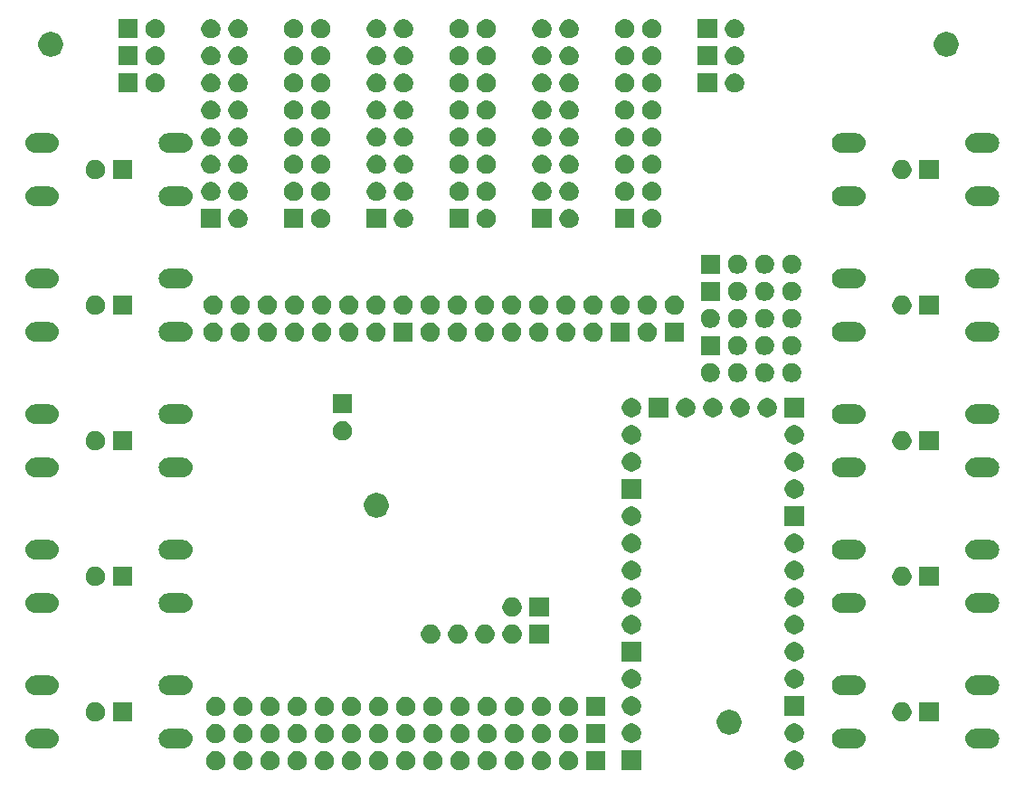
<source format=gbr>
%TF.GenerationSoftware,KiCad,Pcbnew,(5.1.5)-3*%
%TF.CreationDate,2020-03-09T15:55:20-05:00*%
%TF.ProjectId,Shield v.2,53686965-6c64-4207-962e-322e6b696361,rev?*%
%TF.SameCoordinates,Original*%
%TF.FileFunction,Soldermask,Bot*%
%TF.FilePolarity,Negative*%
%FSLAX46Y46*%
G04 Gerber Fmt 4.6, Leading zero omitted, Abs format (unit mm)*
G04 Created by KiCad (PCBNEW (5.1.5)-3) date 2020-03-09 15:55:20*
%MOMM*%
%LPD*%
G04 APERTURE LIST*
%ADD10C,0.150000*%
G04 APERTURE END LIST*
D10*
G36*
X122227671Y-127169366D02*
G01*
X122376971Y-127199063D01*
X122540943Y-127266983D01*
X122688513Y-127365586D01*
X122814012Y-127491085D01*
X122912615Y-127638655D01*
X122980535Y-127802627D01*
X123015159Y-127976698D01*
X123015159Y-128154180D01*
X122980535Y-128328251D01*
X122912615Y-128492223D01*
X122814012Y-128639793D01*
X122688513Y-128765292D01*
X122540943Y-128863895D01*
X122376971Y-128931815D01*
X122227671Y-128961512D01*
X122202901Y-128966439D01*
X122025417Y-128966439D01*
X122000647Y-128961512D01*
X121851347Y-128931815D01*
X121687375Y-128863895D01*
X121539805Y-128765292D01*
X121414306Y-128639793D01*
X121315703Y-128492223D01*
X121247783Y-128328251D01*
X121213159Y-128154180D01*
X121213159Y-127976698D01*
X121247783Y-127802627D01*
X121315703Y-127638655D01*
X121414306Y-127491085D01*
X121539805Y-127365586D01*
X121687375Y-127266983D01*
X121851347Y-127199063D01*
X122000647Y-127169366D01*
X122025417Y-127164439D01*
X122202901Y-127164439D01*
X122227671Y-127169366D01*
G37*
G36*
X147627671Y-127169366D02*
G01*
X147776971Y-127199063D01*
X147940943Y-127266983D01*
X148088513Y-127365586D01*
X148214012Y-127491085D01*
X148312615Y-127638655D01*
X148380535Y-127802627D01*
X148415159Y-127976698D01*
X148415159Y-128154180D01*
X148380535Y-128328251D01*
X148312615Y-128492223D01*
X148214012Y-128639793D01*
X148088513Y-128765292D01*
X147940943Y-128863895D01*
X147776971Y-128931815D01*
X147627671Y-128961512D01*
X147602901Y-128966439D01*
X147425417Y-128966439D01*
X147400647Y-128961512D01*
X147251347Y-128931815D01*
X147087375Y-128863895D01*
X146939805Y-128765292D01*
X146814306Y-128639793D01*
X146715703Y-128492223D01*
X146647783Y-128328251D01*
X146613159Y-128154180D01*
X146613159Y-127976698D01*
X146647783Y-127802627D01*
X146715703Y-127638655D01*
X146814306Y-127491085D01*
X146939805Y-127365586D01*
X147087375Y-127266983D01*
X147251347Y-127199063D01*
X147400647Y-127169366D01*
X147425417Y-127164439D01*
X147602901Y-127164439D01*
X147627671Y-127169366D01*
G37*
G36*
X129847671Y-127169366D02*
G01*
X129996971Y-127199063D01*
X130160943Y-127266983D01*
X130308513Y-127365586D01*
X130434012Y-127491085D01*
X130532615Y-127638655D01*
X130600535Y-127802627D01*
X130635159Y-127976698D01*
X130635159Y-128154180D01*
X130600535Y-128328251D01*
X130532615Y-128492223D01*
X130434012Y-128639793D01*
X130308513Y-128765292D01*
X130160943Y-128863895D01*
X129996971Y-128931815D01*
X129847671Y-128961512D01*
X129822901Y-128966439D01*
X129645417Y-128966439D01*
X129620647Y-128961512D01*
X129471347Y-128931815D01*
X129307375Y-128863895D01*
X129159805Y-128765292D01*
X129034306Y-128639793D01*
X128935703Y-128492223D01*
X128867783Y-128328251D01*
X128833159Y-128154180D01*
X128833159Y-127976698D01*
X128867783Y-127802627D01*
X128935703Y-127638655D01*
X129034306Y-127491085D01*
X129159805Y-127365586D01*
X129307375Y-127266983D01*
X129471347Y-127199063D01*
X129620647Y-127169366D01*
X129645417Y-127164439D01*
X129822901Y-127164439D01*
X129847671Y-127169366D01*
G37*
G36*
X132387671Y-127169366D02*
G01*
X132536971Y-127199063D01*
X132700943Y-127266983D01*
X132848513Y-127365586D01*
X132974012Y-127491085D01*
X133072615Y-127638655D01*
X133140535Y-127802627D01*
X133175159Y-127976698D01*
X133175159Y-128154180D01*
X133140535Y-128328251D01*
X133072615Y-128492223D01*
X132974012Y-128639793D01*
X132848513Y-128765292D01*
X132700943Y-128863895D01*
X132536971Y-128931815D01*
X132387671Y-128961512D01*
X132362901Y-128966439D01*
X132185417Y-128966439D01*
X132160647Y-128961512D01*
X132011347Y-128931815D01*
X131847375Y-128863895D01*
X131699805Y-128765292D01*
X131574306Y-128639793D01*
X131475703Y-128492223D01*
X131407783Y-128328251D01*
X131373159Y-128154180D01*
X131373159Y-127976698D01*
X131407783Y-127802627D01*
X131475703Y-127638655D01*
X131574306Y-127491085D01*
X131699805Y-127365586D01*
X131847375Y-127266983D01*
X132011347Y-127199063D01*
X132160647Y-127169366D01*
X132185417Y-127164439D01*
X132362901Y-127164439D01*
X132387671Y-127169366D01*
G37*
G36*
X134927671Y-127169366D02*
G01*
X135076971Y-127199063D01*
X135240943Y-127266983D01*
X135388513Y-127365586D01*
X135514012Y-127491085D01*
X135612615Y-127638655D01*
X135680535Y-127802627D01*
X135715159Y-127976698D01*
X135715159Y-128154180D01*
X135680535Y-128328251D01*
X135612615Y-128492223D01*
X135514012Y-128639793D01*
X135388513Y-128765292D01*
X135240943Y-128863895D01*
X135076971Y-128931815D01*
X134927671Y-128961512D01*
X134902901Y-128966439D01*
X134725417Y-128966439D01*
X134700647Y-128961512D01*
X134551347Y-128931815D01*
X134387375Y-128863895D01*
X134239805Y-128765292D01*
X134114306Y-128639793D01*
X134015703Y-128492223D01*
X133947783Y-128328251D01*
X133913159Y-128154180D01*
X133913159Y-127976698D01*
X133947783Y-127802627D01*
X134015703Y-127638655D01*
X134114306Y-127491085D01*
X134239805Y-127365586D01*
X134387375Y-127266983D01*
X134551347Y-127199063D01*
X134700647Y-127169366D01*
X134725417Y-127164439D01*
X134902901Y-127164439D01*
X134927671Y-127169366D01*
G37*
G36*
X137467671Y-127169366D02*
G01*
X137616971Y-127199063D01*
X137780943Y-127266983D01*
X137928513Y-127365586D01*
X138054012Y-127491085D01*
X138152615Y-127638655D01*
X138220535Y-127802627D01*
X138255159Y-127976698D01*
X138255159Y-128154180D01*
X138220535Y-128328251D01*
X138152615Y-128492223D01*
X138054012Y-128639793D01*
X137928513Y-128765292D01*
X137780943Y-128863895D01*
X137616971Y-128931815D01*
X137467671Y-128961512D01*
X137442901Y-128966439D01*
X137265417Y-128966439D01*
X137240647Y-128961512D01*
X137091347Y-128931815D01*
X136927375Y-128863895D01*
X136779805Y-128765292D01*
X136654306Y-128639793D01*
X136555703Y-128492223D01*
X136487783Y-128328251D01*
X136453159Y-128154180D01*
X136453159Y-127976698D01*
X136487783Y-127802627D01*
X136555703Y-127638655D01*
X136654306Y-127491085D01*
X136779805Y-127365586D01*
X136927375Y-127266983D01*
X137091347Y-127199063D01*
X137240647Y-127169366D01*
X137265417Y-127164439D01*
X137442901Y-127164439D01*
X137467671Y-127169366D01*
G37*
G36*
X140007671Y-127169366D02*
G01*
X140156971Y-127199063D01*
X140320943Y-127266983D01*
X140468513Y-127365586D01*
X140594012Y-127491085D01*
X140692615Y-127638655D01*
X140760535Y-127802627D01*
X140795159Y-127976698D01*
X140795159Y-128154180D01*
X140760535Y-128328251D01*
X140692615Y-128492223D01*
X140594012Y-128639793D01*
X140468513Y-128765292D01*
X140320943Y-128863895D01*
X140156971Y-128931815D01*
X140007671Y-128961512D01*
X139982901Y-128966439D01*
X139805417Y-128966439D01*
X139780647Y-128961512D01*
X139631347Y-128931815D01*
X139467375Y-128863895D01*
X139319805Y-128765292D01*
X139194306Y-128639793D01*
X139095703Y-128492223D01*
X139027783Y-128328251D01*
X138993159Y-128154180D01*
X138993159Y-127976698D01*
X139027783Y-127802627D01*
X139095703Y-127638655D01*
X139194306Y-127491085D01*
X139319805Y-127365586D01*
X139467375Y-127266983D01*
X139631347Y-127199063D01*
X139780647Y-127169366D01*
X139805417Y-127164439D01*
X139982901Y-127164439D01*
X140007671Y-127169366D01*
G37*
G36*
X142547671Y-127169366D02*
G01*
X142696971Y-127199063D01*
X142860943Y-127266983D01*
X143008513Y-127365586D01*
X143134012Y-127491085D01*
X143232615Y-127638655D01*
X143300535Y-127802627D01*
X143335159Y-127976698D01*
X143335159Y-128154180D01*
X143300535Y-128328251D01*
X143232615Y-128492223D01*
X143134012Y-128639793D01*
X143008513Y-128765292D01*
X142860943Y-128863895D01*
X142696971Y-128931815D01*
X142547671Y-128961512D01*
X142522901Y-128966439D01*
X142345417Y-128966439D01*
X142320647Y-128961512D01*
X142171347Y-128931815D01*
X142007375Y-128863895D01*
X141859805Y-128765292D01*
X141734306Y-128639793D01*
X141635703Y-128492223D01*
X141567783Y-128328251D01*
X141533159Y-128154180D01*
X141533159Y-127976698D01*
X141567783Y-127802627D01*
X141635703Y-127638655D01*
X141734306Y-127491085D01*
X141859805Y-127365586D01*
X142007375Y-127266983D01*
X142171347Y-127199063D01*
X142320647Y-127169366D01*
X142345417Y-127164439D01*
X142522901Y-127164439D01*
X142547671Y-127169366D01*
G37*
G36*
X150167671Y-127169366D02*
G01*
X150316971Y-127199063D01*
X150480943Y-127266983D01*
X150628513Y-127365586D01*
X150754012Y-127491085D01*
X150852615Y-127638655D01*
X150920535Y-127802627D01*
X150955159Y-127976698D01*
X150955159Y-128154180D01*
X150920535Y-128328251D01*
X150852615Y-128492223D01*
X150754012Y-128639793D01*
X150628513Y-128765292D01*
X150480943Y-128863895D01*
X150316971Y-128931815D01*
X150167671Y-128961512D01*
X150142901Y-128966439D01*
X149965417Y-128966439D01*
X149940647Y-128961512D01*
X149791347Y-128931815D01*
X149627375Y-128863895D01*
X149479805Y-128765292D01*
X149354306Y-128639793D01*
X149255703Y-128492223D01*
X149187783Y-128328251D01*
X149153159Y-128154180D01*
X149153159Y-127976698D01*
X149187783Y-127802627D01*
X149255703Y-127638655D01*
X149354306Y-127491085D01*
X149479805Y-127365586D01*
X149627375Y-127266983D01*
X149791347Y-127199063D01*
X149940647Y-127169366D01*
X149965417Y-127164439D01*
X150142901Y-127164439D01*
X150167671Y-127169366D01*
G37*
G36*
X145087671Y-127169366D02*
G01*
X145236971Y-127199063D01*
X145400943Y-127266983D01*
X145548513Y-127365586D01*
X145674012Y-127491085D01*
X145772615Y-127638655D01*
X145840535Y-127802627D01*
X145875159Y-127976698D01*
X145875159Y-128154180D01*
X145840535Y-128328251D01*
X145772615Y-128492223D01*
X145674012Y-128639793D01*
X145548513Y-128765292D01*
X145400943Y-128863895D01*
X145236971Y-128931815D01*
X145087671Y-128961512D01*
X145062901Y-128966439D01*
X144885417Y-128966439D01*
X144860647Y-128961512D01*
X144711347Y-128931815D01*
X144547375Y-128863895D01*
X144399805Y-128765292D01*
X144274306Y-128639793D01*
X144175703Y-128492223D01*
X144107783Y-128328251D01*
X144073159Y-128154180D01*
X144073159Y-127976698D01*
X144107783Y-127802627D01*
X144175703Y-127638655D01*
X144274306Y-127491085D01*
X144399805Y-127365586D01*
X144547375Y-127266983D01*
X144711347Y-127199063D01*
X144860647Y-127169366D01*
X144885417Y-127164439D01*
X145062901Y-127164439D01*
X145087671Y-127169366D01*
G37*
G36*
X124767671Y-127169366D02*
G01*
X124916971Y-127199063D01*
X125080943Y-127266983D01*
X125228513Y-127365586D01*
X125354012Y-127491085D01*
X125452615Y-127638655D01*
X125520535Y-127802627D01*
X125555159Y-127976698D01*
X125555159Y-128154180D01*
X125520535Y-128328251D01*
X125452615Y-128492223D01*
X125354012Y-128639793D01*
X125228513Y-128765292D01*
X125080943Y-128863895D01*
X124916971Y-128931815D01*
X124767671Y-128961512D01*
X124742901Y-128966439D01*
X124565417Y-128966439D01*
X124540647Y-128961512D01*
X124391347Y-128931815D01*
X124227375Y-128863895D01*
X124079805Y-128765292D01*
X123954306Y-128639793D01*
X123855703Y-128492223D01*
X123787783Y-128328251D01*
X123753159Y-128154180D01*
X123753159Y-127976698D01*
X123787783Y-127802627D01*
X123855703Y-127638655D01*
X123954306Y-127491085D01*
X124079805Y-127365586D01*
X124227375Y-127266983D01*
X124391347Y-127199063D01*
X124540647Y-127169366D01*
X124565417Y-127164439D01*
X124742901Y-127164439D01*
X124767671Y-127169366D01*
G37*
G36*
X127307671Y-127169366D02*
G01*
X127456971Y-127199063D01*
X127620943Y-127266983D01*
X127768513Y-127365586D01*
X127894012Y-127491085D01*
X127992615Y-127638655D01*
X128060535Y-127802627D01*
X128095159Y-127976698D01*
X128095159Y-128154180D01*
X128060535Y-128328251D01*
X127992615Y-128492223D01*
X127894012Y-128639793D01*
X127768513Y-128765292D01*
X127620943Y-128863895D01*
X127456971Y-128931815D01*
X127307671Y-128961512D01*
X127282901Y-128966439D01*
X127105417Y-128966439D01*
X127080647Y-128961512D01*
X126931347Y-128931815D01*
X126767375Y-128863895D01*
X126619805Y-128765292D01*
X126494306Y-128639793D01*
X126395703Y-128492223D01*
X126327783Y-128328251D01*
X126293159Y-128154180D01*
X126293159Y-127976698D01*
X126327783Y-127802627D01*
X126395703Y-127638655D01*
X126494306Y-127491085D01*
X126619805Y-127365586D01*
X126767375Y-127266983D01*
X126931347Y-127199063D01*
X127080647Y-127169366D01*
X127105417Y-127164439D01*
X127282901Y-127164439D01*
X127307671Y-127169366D01*
G37*
G36*
X155247671Y-127169366D02*
G01*
X155396971Y-127199063D01*
X155560943Y-127266983D01*
X155708513Y-127365586D01*
X155834012Y-127491085D01*
X155932615Y-127638655D01*
X156000535Y-127802627D01*
X156035159Y-127976698D01*
X156035159Y-128154180D01*
X156000535Y-128328251D01*
X155932615Y-128492223D01*
X155834012Y-128639793D01*
X155708513Y-128765292D01*
X155560943Y-128863895D01*
X155396971Y-128931815D01*
X155247671Y-128961512D01*
X155222901Y-128966439D01*
X155045417Y-128966439D01*
X155020647Y-128961512D01*
X154871347Y-128931815D01*
X154707375Y-128863895D01*
X154559805Y-128765292D01*
X154434306Y-128639793D01*
X154335703Y-128492223D01*
X154267783Y-128328251D01*
X154233159Y-128154180D01*
X154233159Y-127976698D01*
X154267783Y-127802627D01*
X154335703Y-127638655D01*
X154434306Y-127491085D01*
X154559805Y-127365586D01*
X154707375Y-127266983D01*
X154871347Y-127199063D01*
X155020647Y-127169366D01*
X155045417Y-127164439D01*
X155222901Y-127164439D01*
X155247671Y-127169366D01*
G37*
G36*
X152707671Y-127169366D02*
G01*
X152856971Y-127199063D01*
X153020943Y-127266983D01*
X153168513Y-127365586D01*
X153294012Y-127491085D01*
X153392615Y-127638655D01*
X153460535Y-127802627D01*
X153495159Y-127976698D01*
X153495159Y-128154180D01*
X153460535Y-128328251D01*
X153392615Y-128492223D01*
X153294012Y-128639793D01*
X153168513Y-128765292D01*
X153020943Y-128863895D01*
X152856971Y-128931815D01*
X152707671Y-128961512D01*
X152682901Y-128966439D01*
X152505417Y-128966439D01*
X152480647Y-128961512D01*
X152331347Y-128931815D01*
X152167375Y-128863895D01*
X152019805Y-128765292D01*
X151894306Y-128639793D01*
X151795703Y-128492223D01*
X151727783Y-128328251D01*
X151693159Y-128154180D01*
X151693159Y-127976698D01*
X151727783Y-127802627D01*
X151795703Y-127638655D01*
X151894306Y-127491085D01*
X152019805Y-127365586D01*
X152167375Y-127266983D01*
X152331347Y-127199063D01*
X152480647Y-127169366D01*
X152505417Y-127164439D01*
X152682901Y-127164439D01*
X152707671Y-127169366D01*
G37*
G36*
X158575159Y-128966439D02*
G01*
X156773159Y-128966439D01*
X156773159Y-127164439D01*
X158575159Y-127164439D01*
X158575159Y-128966439D01*
G37*
G36*
X161937000Y-128917000D02*
G01*
X160135000Y-128917000D01*
X160135000Y-127115000D01*
X161937000Y-127115000D01*
X161937000Y-128917000D01*
G37*
G36*
X176389512Y-127119927D02*
G01*
X176538812Y-127149624D01*
X176702784Y-127217544D01*
X176850354Y-127316147D01*
X176975853Y-127441646D01*
X177074456Y-127589216D01*
X177142376Y-127753188D01*
X177177000Y-127927259D01*
X177177000Y-128104741D01*
X177142376Y-128278812D01*
X177074456Y-128442784D01*
X176975853Y-128590354D01*
X176850354Y-128715853D01*
X176702784Y-128814456D01*
X176538812Y-128882376D01*
X176389512Y-128912073D01*
X176364742Y-128917000D01*
X176187258Y-128917000D01*
X176162488Y-128912073D01*
X176013188Y-128882376D01*
X175849216Y-128814456D01*
X175701646Y-128715853D01*
X175576147Y-128590354D01*
X175477544Y-128442784D01*
X175409624Y-128278812D01*
X175375000Y-128104741D01*
X175375000Y-127927259D01*
X175409624Y-127753188D01*
X175477544Y-127589216D01*
X175576147Y-127441646D01*
X175701646Y-127316147D01*
X175849216Y-127217544D01*
X176013188Y-127149624D01*
X176162488Y-127119927D01*
X176187258Y-127115000D01*
X176364742Y-127115000D01*
X176389512Y-127119927D01*
G37*
G36*
X182209694Y-125098133D02*
G01*
X182382095Y-125150431D01*
X182540983Y-125235358D01*
X182680249Y-125349651D01*
X182794542Y-125488917D01*
X182879469Y-125647805D01*
X182931767Y-125820206D01*
X182949425Y-125999500D01*
X182931767Y-126178794D01*
X182879469Y-126351195D01*
X182794542Y-126510083D01*
X182680249Y-126649349D01*
X182540983Y-126763642D01*
X182382095Y-126848569D01*
X182209694Y-126900867D01*
X182075331Y-126914100D01*
X180664669Y-126914100D01*
X180530306Y-126900867D01*
X180357905Y-126848569D01*
X180199017Y-126763642D01*
X180059751Y-126649349D01*
X179945458Y-126510083D01*
X179860531Y-126351195D01*
X179808233Y-126178794D01*
X179790575Y-125999500D01*
X179808233Y-125820206D01*
X179860531Y-125647805D01*
X179945458Y-125488917D01*
X180059751Y-125349651D01*
X180199017Y-125235358D01*
X180357905Y-125150431D01*
X180530306Y-125098133D01*
X180664669Y-125084900D01*
X182075331Y-125084900D01*
X182209694Y-125098133D01*
G37*
G36*
X194709694Y-125098133D02*
G01*
X194882095Y-125150431D01*
X195040983Y-125235358D01*
X195180249Y-125349651D01*
X195294542Y-125488917D01*
X195379469Y-125647805D01*
X195431767Y-125820206D01*
X195449425Y-125999500D01*
X195431767Y-126178794D01*
X195379469Y-126351195D01*
X195294542Y-126510083D01*
X195180249Y-126649349D01*
X195040983Y-126763642D01*
X194882095Y-126848569D01*
X194709694Y-126900867D01*
X194575331Y-126914100D01*
X193164669Y-126914100D01*
X193030306Y-126900867D01*
X192857905Y-126848569D01*
X192699017Y-126763642D01*
X192559751Y-126649349D01*
X192445458Y-126510083D01*
X192360531Y-126351195D01*
X192308233Y-126178794D01*
X192290575Y-125999500D01*
X192308233Y-125820206D01*
X192360531Y-125647805D01*
X192445458Y-125488917D01*
X192559751Y-125349651D01*
X192699017Y-125235358D01*
X192857905Y-125150431D01*
X193030306Y-125098133D01*
X193164669Y-125084900D01*
X194575331Y-125084900D01*
X194709694Y-125098133D01*
G37*
G36*
X119209694Y-125098133D02*
G01*
X119382095Y-125150431D01*
X119540983Y-125235358D01*
X119680249Y-125349651D01*
X119794542Y-125488917D01*
X119879469Y-125647805D01*
X119931767Y-125820206D01*
X119949425Y-125999500D01*
X119931767Y-126178794D01*
X119879469Y-126351195D01*
X119794542Y-126510083D01*
X119680249Y-126649349D01*
X119540983Y-126763642D01*
X119382095Y-126848569D01*
X119209694Y-126900867D01*
X119075331Y-126914100D01*
X117664669Y-126914100D01*
X117530306Y-126900867D01*
X117357905Y-126848569D01*
X117199017Y-126763642D01*
X117059751Y-126649349D01*
X116945458Y-126510083D01*
X116860531Y-126351195D01*
X116808233Y-126178794D01*
X116790575Y-125999500D01*
X116808233Y-125820206D01*
X116860531Y-125647805D01*
X116945458Y-125488917D01*
X117059751Y-125349651D01*
X117199017Y-125235358D01*
X117357905Y-125150431D01*
X117530306Y-125098133D01*
X117664669Y-125084900D01*
X119075331Y-125084900D01*
X119209694Y-125098133D01*
G37*
G36*
X106709694Y-125098133D02*
G01*
X106882095Y-125150431D01*
X107040983Y-125235358D01*
X107180249Y-125349651D01*
X107294542Y-125488917D01*
X107379469Y-125647805D01*
X107431767Y-125820206D01*
X107449425Y-125999500D01*
X107431767Y-126178794D01*
X107379469Y-126351195D01*
X107294542Y-126510083D01*
X107180249Y-126649349D01*
X107040983Y-126763642D01*
X106882095Y-126848569D01*
X106709694Y-126900867D01*
X106575331Y-126914100D01*
X105164669Y-126914100D01*
X105030306Y-126900867D01*
X104857905Y-126848569D01*
X104699017Y-126763642D01*
X104559751Y-126649349D01*
X104445458Y-126510083D01*
X104360531Y-126351195D01*
X104308233Y-126178794D01*
X104290575Y-125999500D01*
X104308233Y-125820206D01*
X104360531Y-125647805D01*
X104445458Y-125488917D01*
X104559751Y-125349651D01*
X104699017Y-125235358D01*
X104857905Y-125150431D01*
X105030306Y-125098133D01*
X105164669Y-125084900D01*
X106575331Y-125084900D01*
X106709694Y-125098133D01*
G37*
G36*
X140007671Y-124629366D02*
G01*
X140156971Y-124659063D01*
X140320943Y-124726983D01*
X140468513Y-124825586D01*
X140594012Y-124951085D01*
X140692615Y-125098655D01*
X140760535Y-125262627D01*
X140795159Y-125436698D01*
X140795159Y-125614180D01*
X140760535Y-125788251D01*
X140692615Y-125952223D01*
X140594012Y-126099793D01*
X140468513Y-126225292D01*
X140320943Y-126323895D01*
X140156971Y-126391815D01*
X140007671Y-126421512D01*
X139982901Y-126426439D01*
X139805417Y-126426439D01*
X139780647Y-126421512D01*
X139631347Y-126391815D01*
X139467375Y-126323895D01*
X139319805Y-126225292D01*
X139194306Y-126099793D01*
X139095703Y-125952223D01*
X139027783Y-125788251D01*
X138993159Y-125614180D01*
X138993159Y-125436698D01*
X139027783Y-125262627D01*
X139095703Y-125098655D01*
X139194306Y-124951085D01*
X139319805Y-124825586D01*
X139467375Y-124726983D01*
X139631347Y-124659063D01*
X139780647Y-124629366D01*
X139805417Y-124624439D01*
X139982901Y-124624439D01*
X140007671Y-124629366D01*
G37*
G36*
X129847671Y-124629366D02*
G01*
X129996971Y-124659063D01*
X130160943Y-124726983D01*
X130308513Y-124825586D01*
X130434012Y-124951085D01*
X130532615Y-125098655D01*
X130600535Y-125262627D01*
X130635159Y-125436698D01*
X130635159Y-125614180D01*
X130600535Y-125788251D01*
X130532615Y-125952223D01*
X130434012Y-126099793D01*
X130308513Y-126225292D01*
X130160943Y-126323895D01*
X129996971Y-126391815D01*
X129847671Y-126421512D01*
X129822901Y-126426439D01*
X129645417Y-126426439D01*
X129620647Y-126421512D01*
X129471347Y-126391815D01*
X129307375Y-126323895D01*
X129159805Y-126225292D01*
X129034306Y-126099793D01*
X128935703Y-125952223D01*
X128867783Y-125788251D01*
X128833159Y-125614180D01*
X128833159Y-125436698D01*
X128867783Y-125262627D01*
X128935703Y-125098655D01*
X129034306Y-124951085D01*
X129159805Y-124825586D01*
X129307375Y-124726983D01*
X129471347Y-124659063D01*
X129620647Y-124629366D01*
X129645417Y-124624439D01*
X129822901Y-124624439D01*
X129847671Y-124629366D01*
G37*
G36*
X132387671Y-124629366D02*
G01*
X132536971Y-124659063D01*
X132700943Y-124726983D01*
X132848513Y-124825586D01*
X132974012Y-124951085D01*
X133072615Y-125098655D01*
X133140535Y-125262627D01*
X133175159Y-125436698D01*
X133175159Y-125614180D01*
X133140535Y-125788251D01*
X133072615Y-125952223D01*
X132974012Y-126099793D01*
X132848513Y-126225292D01*
X132700943Y-126323895D01*
X132536971Y-126391815D01*
X132387671Y-126421512D01*
X132362901Y-126426439D01*
X132185417Y-126426439D01*
X132160647Y-126421512D01*
X132011347Y-126391815D01*
X131847375Y-126323895D01*
X131699805Y-126225292D01*
X131574306Y-126099793D01*
X131475703Y-125952223D01*
X131407783Y-125788251D01*
X131373159Y-125614180D01*
X131373159Y-125436698D01*
X131407783Y-125262627D01*
X131475703Y-125098655D01*
X131574306Y-124951085D01*
X131699805Y-124825586D01*
X131847375Y-124726983D01*
X132011347Y-124659063D01*
X132160647Y-124629366D01*
X132185417Y-124624439D01*
X132362901Y-124624439D01*
X132387671Y-124629366D01*
G37*
G36*
X134927671Y-124629366D02*
G01*
X135076971Y-124659063D01*
X135240943Y-124726983D01*
X135388513Y-124825586D01*
X135514012Y-124951085D01*
X135612615Y-125098655D01*
X135680535Y-125262627D01*
X135715159Y-125436698D01*
X135715159Y-125614180D01*
X135680535Y-125788251D01*
X135612615Y-125952223D01*
X135514012Y-126099793D01*
X135388513Y-126225292D01*
X135240943Y-126323895D01*
X135076971Y-126391815D01*
X134927671Y-126421512D01*
X134902901Y-126426439D01*
X134725417Y-126426439D01*
X134700647Y-126421512D01*
X134551347Y-126391815D01*
X134387375Y-126323895D01*
X134239805Y-126225292D01*
X134114306Y-126099793D01*
X134015703Y-125952223D01*
X133947783Y-125788251D01*
X133913159Y-125614180D01*
X133913159Y-125436698D01*
X133947783Y-125262627D01*
X134015703Y-125098655D01*
X134114306Y-124951085D01*
X134239805Y-124825586D01*
X134387375Y-124726983D01*
X134551347Y-124659063D01*
X134700647Y-124629366D01*
X134725417Y-124624439D01*
X134902901Y-124624439D01*
X134927671Y-124629366D01*
G37*
G36*
X137467671Y-124629366D02*
G01*
X137616971Y-124659063D01*
X137780943Y-124726983D01*
X137928513Y-124825586D01*
X138054012Y-124951085D01*
X138152615Y-125098655D01*
X138220535Y-125262627D01*
X138255159Y-125436698D01*
X138255159Y-125614180D01*
X138220535Y-125788251D01*
X138152615Y-125952223D01*
X138054012Y-126099793D01*
X137928513Y-126225292D01*
X137780943Y-126323895D01*
X137616971Y-126391815D01*
X137467671Y-126421512D01*
X137442901Y-126426439D01*
X137265417Y-126426439D01*
X137240647Y-126421512D01*
X137091347Y-126391815D01*
X136927375Y-126323895D01*
X136779805Y-126225292D01*
X136654306Y-126099793D01*
X136555703Y-125952223D01*
X136487783Y-125788251D01*
X136453159Y-125614180D01*
X136453159Y-125436698D01*
X136487783Y-125262627D01*
X136555703Y-125098655D01*
X136654306Y-124951085D01*
X136779805Y-124825586D01*
X136927375Y-124726983D01*
X137091347Y-124659063D01*
X137240647Y-124629366D01*
X137265417Y-124624439D01*
X137442901Y-124624439D01*
X137467671Y-124629366D01*
G37*
G36*
X142547671Y-124629366D02*
G01*
X142696971Y-124659063D01*
X142860943Y-124726983D01*
X143008513Y-124825586D01*
X143134012Y-124951085D01*
X143232615Y-125098655D01*
X143300535Y-125262627D01*
X143335159Y-125436698D01*
X143335159Y-125614180D01*
X143300535Y-125788251D01*
X143232615Y-125952223D01*
X143134012Y-126099793D01*
X143008513Y-126225292D01*
X142860943Y-126323895D01*
X142696971Y-126391815D01*
X142547671Y-126421512D01*
X142522901Y-126426439D01*
X142345417Y-126426439D01*
X142320647Y-126421512D01*
X142171347Y-126391815D01*
X142007375Y-126323895D01*
X141859805Y-126225292D01*
X141734306Y-126099793D01*
X141635703Y-125952223D01*
X141567783Y-125788251D01*
X141533159Y-125614180D01*
X141533159Y-125436698D01*
X141567783Y-125262627D01*
X141635703Y-125098655D01*
X141734306Y-124951085D01*
X141859805Y-124825586D01*
X142007375Y-124726983D01*
X142171347Y-124659063D01*
X142320647Y-124629366D01*
X142345417Y-124624439D01*
X142522901Y-124624439D01*
X142547671Y-124629366D01*
G37*
G36*
X145087671Y-124629366D02*
G01*
X145236971Y-124659063D01*
X145400943Y-124726983D01*
X145548513Y-124825586D01*
X145674012Y-124951085D01*
X145772615Y-125098655D01*
X145840535Y-125262627D01*
X145875159Y-125436698D01*
X145875159Y-125614180D01*
X145840535Y-125788251D01*
X145772615Y-125952223D01*
X145674012Y-126099793D01*
X145548513Y-126225292D01*
X145400943Y-126323895D01*
X145236971Y-126391815D01*
X145087671Y-126421512D01*
X145062901Y-126426439D01*
X144885417Y-126426439D01*
X144860647Y-126421512D01*
X144711347Y-126391815D01*
X144547375Y-126323895D01*
X144399805Y-126225292D01*
X144274306Y-126099793D01*
X144175703Y-125952223D01*
X144107783Y-125788251D01*
X144073159Y-125614180D01*
X144073159Y-125436698D01*
X144107783Y-125262627D01*
X144175703Y-125098655D01*
X144274306Y-124951085D01*
X144399805Y-124825586D01*
X144547375Y-124726983D01*
X144711347Y-124659063D01*
X144860647Y-124629366D01*
X144885417Y-124624439D01*
X145062901Y-124624439D01*
X145087671Y-124629366D01*
G37*
G36*
X150167671Y-124629366D02*
G01*
X150316971Y-124659063D01*
X150480943Y-124726983D01*
X150628513Y-124825586D01*
X150754012Y-124951085D01*
X150852615Y-125098655D01*
X150920535Y-125262627D01*
X150955159Y-125436698D01*
X150955159Y-125614180D01*
X150920535Y-125788251D01*
X150852615Y-125952223D01*
X150754012Y-126099793D01*
X150628513Y-126225292D01*
X150480943Y-126323895D01*
X150316971Y-126391815D01*
X150167671Y-126421512D01*
X150142901Y-126426439D01*
X149965417Y-126426439D01*
X149940647Y-126421512D01*
X149791347Y-126391815D01*
X149627375Y-126323895D01*
X149479805Y-126225292D01*
X149354306Y-126099793D01*
X149255703Y-125952223D01*
X149187783Y-125788251D01*
X149153159Y-125614180D01*
X149153159Y-125436698D01*
X149187783Y-125262627D01*
X149255703Y-125098655D01*
X149354306Y-124951085D01*
X149479805Y-124825586D01*
X149627375Y-124726983D01*
X149791347Y-124659063D01*
X149940647Y-124629366D01*
X149965417Y-124624439D01*
X150142901Y-124624439D01*
X150167671Y-124629366D01*
G37*
G36*
X152707671Y-124629366D02*
G01*
X152856971Y-124659063D01*
X153020943Y-124726983D01*
X153168513Y-124825586D01*
X153294012Y-124951085D01*
X153392615Y-125098655D01*
X153460535Y-125262627D01*
X153495159Y-125436698D01*
X153495159Y-125614180D01*
X153460535Y-125788251D01*
X153392615Y-125952223D01*
X153294012Y-126099793D01*
X153168513Y-126225292D01*
X153020943Y-126323895D01*
X152856971Y-126391815D01*
X152707671Y-126421512D01*
X152682901Y-126426439D01*
X152505417Y-126426439D01*
X152480647Y-126421512D01*
X152331347Y-126391815D01*
X152167375Y-126323895D01*
X152019805Y-126225292D01*
X151894306Y-126099793D01*
X151795703Y-125952223D01*
X151727783Y-125788251D01*
X151693159Y-125614180D01*
X151693159Y-125436698D01*
X151727783Y-125262627D01*
X151795703Y-125098655D01*
X151894306Y-124951085D01*
X152019805Y-124825586D01*
X152167375Y-124726983D01*
X152331347Y-124659063D01*
X152480647Y-124629366D01*
X152505417Y-124624439D01*
X152682901Y-124624439D01*
X152707671Y-124629366D01*
G37*
G36*
X127307671Y-124629366D02*
G01*
X127456971Y-124659063D01*
X127620943Y-124726983D01*
X127768513Y-124825586D01*
X127894012Y-124951085D01*
X127992615Y-125098655D01*
X128060535Y-125262627D01*
X128095159Y-125436698D01*
X128095159Y-125614180D01*
X128060535Y-125788251D01*
X127992615Y-125952223D01*
X127894012Y-126099793D01*
X127768513Y-126225292D01*
X127620943Y-126323895D01*
X127456971Y-126391815D01*
X127307671Y-126421512D01*
X127282901Y-126426439D01*
X127105417Y-126426439D01*
X127080647Y-126421512D01*
X126931347Y-126391815D01*
X126767375Y-126323895D01*
X126619805Y-126225292D01*
X126494306Y-126099793D01*
X126395703Y-125952223D01*
X126327783Y-125788251D01*
X126293159Y-125614180D01*
X126293159Y-125436698D01*
X126327783Y-125262627D01*
X126395703Y-125098655D01*
X126494306Y-124951085D01*
X126619805Y-124825586D01*
X126767375Y-124726983D01*
X126931347Y-124659063D01*
X127080647Y-124629366D01*
X127105417Y-124624439D01*
X127282901Y-124624439D01*
X127307671Y-124629366D01*
G37*
G36*
X155247671Y-124629366D02*
G01*
X155396971Y-124659063D01*
X155560943Y-124726983D01*
X155708513Y-124825586D01*
X155834012Y-124951085D01*
X155932615Y-125098655D01*
X156000535Y-125262627D01*
X156035159Y-125436698D01*
X156035159Y-125614180D01*
X156000535Y-125788251D01*
X155932615Y-125952223D01*
X155834012Y-126099793D01*
X155708513Y-126225292D01*
X155560943Y-126323895D01*
X155396971Y-126391815D01*
X155247671Y-126421512D01*
X155222901Y-126426439D01*
X155045417Y-126426439D01*
X155020647Y-126421512D01*
X154871347Y-126391815D01*
X154707375Y-126323895D01*
X154559805Y-126225292D01*
X154434306Y-126099793D01*
X154335703Y-125952223D01*
X154267783Y-125788251D01*
X154233159Y-125614180D01*
X154233159Y-125436698D01*
X154267783Y-125262627D01*
X154335703Y-125098655D01*
X154434306Y-124951085D01*
X154559805Y-124825586D01*
X154707375Y-124726983D01*
X154871347Y-124659063D01*
X155020647Y-124629366D01*
X155045417Y-124624439D01*
X155222901Y-124624439D01*
X155247671Y-124629366D01*
G37*
G36*
X158575159Y-126426439D02*
G01*
X156773159Y-126426439D01*
X156773159Y-124624439D01*
X158575159Y-124624439D01*
X158575159Y-126426439D01*
G37*
G36*
X122227671Y-124629366D02*
G01*
X122376971Y-124659063D01*
X122540943Y-124726983D01*
X122688513Y-124825586D01*
X122814012Y-124951085D01*
X122912615Y-125098655D01*
X122980535Y-125262627D01*
X123015159Y-125436698D01*
X123015159Y-125614180D01*
X122980535Y-125788251D01*
X122912615Y-125952223D01*
X122814012Y-126099793D01*
X122688513Y-126225292D01*
X122540943Y-126323895D01*
X122376971Y-126391815D01*
X122227671Y-126421512D01*
X122202901Y-126426439D01*
X122025417Y-126426439D01*
X122000647Y-126421512D01*
X121851347Y-126391815D01*
X121687375Y-126323895D01*
X121539805Y-126225292D01*
X121414306Y-126099793D01*
X121315703Y-125952223D01*
X121247783Y-125788251D01*
X121213159Y-125614180D01*
X121213159Y-125436698D01*
X121247783Y-125262627D01*
X121315703Y-125098655D01*
X121414306Y-124951085D01*
X121539805Y-124825586D01*
X121687375Y-124726983D01*
X121851347Y-124659063D01*
X122000647Y-124629366D01*
X122025417Y-124624439D01*
X122202901Y-124624439D01*
X122227671Y-124629366D01*
G37*
G36*
X124767671Y-124629366D02*
G01*
X124916971Y-124659063D01*
X125080943Y-124726983D01*
X125228513Y-124825586D01*
X125354012Y-124951085D01*
X125452615Y-125098655D01*
X125520535Y-125262627D01*
X125555159Y-125436698D01*
X125555159Y-125614180D01*
X125520535Y-125788251D01*
X125452615Y-125952223D01*
X125354012Y-126099793D01*
X125228513Y-126225292D01*
X125080943Y-126323895D01*
X124916971Y-126391815D01*
X124767671Y-126421512D01*
X124742901Y-126426439D01*
X124565417Y-126426439D01*
X124540647Y-126421512D01*
X124391347Y-126391815D01*
X124227375Y-126323895D01*
X124079805Y-126225292D01*
X123954306Y-126099793D01*
X123855703Y-125952223D01*
X123787783Y-125788251D01*
X123753159Y-125614180D01*
X123753159Y-125436698D01*
X123787783Y-125262627D01*
X123855703Y-125098655D01*
X123954306Y-124951085D01*
X124079805Y-124825586D01*
X124227375Y-124726983D01*
X124391347Y-124659063D01*
X124540647Y-124629366D01*
X124565417Y-124624439D01*
X124742901Y-124624439D01*
X124767671Y-124629366D01*
G37*
G36*
X147627671Y-124629366D02*
G01*
X147776971Y-124659063D01*
X147940943Y-124726983D01*
X148088513Y-124825586D01*
X148214012Y-124951085D01*
X148312615Y-125098655D01*
X148380535Y-125262627D01*
X148415159Y-125436698D01*
X148415159Y-125614180D01*
X148380535Y-125788251D01*
X148312615Y-125952223D01*
X148214012Y-126099793D01*
X148088513Y-126225292D01*
X147940943Y-126323895D01*
X147776971Y-126391815D01*
X147627671Y-126421512D01*
X147602901Y-126426439D01*
X147425417Y-126426439D01*
X147400647Y-126421512D01*
X147251347Y-126391815D01*
X147087375Y-126323895D01*
X146939805Y-126225292D01*
X146814306Y-126099793D01*
X146715703Y-125952223D01*
X146647783Y-125788251D01*
X146613159Y-125614180D01*
X146613159Y-125436698D01*
X146647783Y-125262627D01*
X146715703Y-125098655D01*
X146814306Y-124951085D01*
X146939805Y-124825586D01*
X147087375Y-124726983D01*
X147251347Y-124659063D01*
X147400647Y-124629366D01*
X147425417Y-124624439D01*
X147602901Y-124624439D01*
X147627671Y-124629366D01*
G37*
G36*
X161149512Y-124579927D02*
G01*
X161298812Y-124609624D01*
X161462784Y-124677544D01*
X161610354Y-124776147D01*
X161735853Y-124901646D01*
X161834456Y-125049216D01*
X161902376Y-125213188D01*
X161937000Y-125387259D01*
X161937000Y-125564741D01*
X161902376Y-125738812D01*
X161834456Y-125902784D01*
X161735853Y-126050354D01*
X161610354Y-126175853D01*
X161462784Y-126274456D01*
X161298812Y-126342376D01*
X161149512Y-126372073D01*
X161124742Y-126377000D01*
X160947258Y-126377000D01*
X160922488Y-126372073D01*
X160773188Y-126342376D01*
X160609216Y-126274456D01*
X160461646Y-126175853D01*
X160336147Y-126050354D01*
X160237544Y-125902784D01*
X160169624Y-125738812D01*
X160135000Y-125564741D01*
X160135000Y-125387259D01*
X160169624Y-125213188D01*
X160237544Y-125049216D01*
X160336147Y-124901646D01*
X160461646Y-124776147D01*
X160609216Y-124677544D01*
X160773188Y-124609624D01*
X160922488Y-124579927D01*
X160947258Y-124575000D01*
X161124742Y-124575000D01*
X161149512Y-124579927D01*
G37*
G36*
X176389512Y-124579927D02*
G01*
X176538812Y-124609624D01*
X176702784Y-124677544D01*
X176850354Y-124776147D01*
X176975853Y-124901646D01*
X177074456Y-125049216D01*
X177142376Y-125213188D01*
X177177000Y-125387259D01*
X177177000Y-125564741D01*
X177142376Y-125738812D01*
X177074456Y-125902784D01*
X176975853Y-126050354D01*
X176850354Y-126175853D01*
X176702784Y-126274456D01*
X176538812Y-126342376D01*
X176389512Y-126372073D01*
X176364742Y-126377000D01*
X176187258Y-126377000D01*
X176162488Y-126372073D01*
X176013188Y-126342376D01*
X175849216Y-126274456D01*
X175701646Y-126175853D01*
X175576147Y-126050354D01*
X175477544Y-125902784D01*
X175409624Y-125738812D01*
X175375000Y-125564741D01*
X175375000Y-125387259D01*
X175409624Y-125213188D01*
X175477544Y-125049216D01*
X175576147Y-124901646D01*
X175701646Y-124776147D01*
X175849216Y-124677544D01*
X176013188Y-124609624D01*
X176162488Y-124579927D01*
X176187258Y-124575000D01*
X176364742Y-124575000D01*
X176389512Y-124579927D01*
G37*
G36*
X170404549Y-123331116D02*
G01*
X170515734Y-123353232D01*
X170725203Y-123439997D01*
X170913720Y-123565960D01*
X171074040Y-123726280D01*
X171200003Y-123914797D01*
X171265887Y-124073854D01*
X171286768Y-124124267D01*
X171331000Y-124346635D01*
X171331000Y-124573365D01*
X171313953Y-124659064D01*
X171286768Y-124795734D01*
X171200003Y-125005203D01*
X171074040Y-125193720D01*
X170913720Y-125354040D01*
X170725203Y-125480003D01*
X170515734Y-125566768D01*
X170404549Y-125588884D01*
X170293365Y-125611000D01*
X170066635Y-125611000D01*
X169955451Y-125588884D01*
X169844266Y-125566768D01*
X169634797Y-125480003D01*
X169446280Y-125354040D01*
X169285960Y-125193720D01*
X169159997Y-125005203D01*
X169073232Y-124795734D01*
X169046047Y-124659064D01*
X169029000Y-124573365D01*
X169029000Y-124346635D01*
X169073232Y-124124267D01*
X169094114Y-124073854D01*
X169159997Y-123914797D01*
X169285960Y-123726280D01*
X169446280Y-123565960D01*
X169634797Y-123439997D01*
X169844266Y-123353232D01*
X169955451Y-123331116D01*
X170066635Y-123309000D01*
X170293365Y-123309000D01*
X170404549Y-123331116D01*
G37*
G36*
X189786000Y-124400500D02*
G01*
X187984000Y-124400500D01*
X187984000Y-122598500D01*
X189786000Y-122598500D01*
X189786000Y-124400500D01*
G37*
G36*
X110958512Y-122603427D02*
G01*
X111107812Y-122633124D01*
X111271784Y-122701044D01*
X111419354Y-122799647D01*
X111544853Y-122925146D01*
X111643456Y-123072716D01*
X111711376Y-123236688D01*
X111746000Y-123410759D01*
X111746000Y-123588241D01*
X111711376Y-123762312D01*
X111643456Y-123926284D01*
X111544853Y-124073854D01*
X111419354Y-124199353D01*
X111271784Y-124297956D01*
X111107812Y-124365876D01*
X110958512Y-124395573D01*
X110933742Y-124400500D01*
X110756258Y-124400500D01*
X110731488Y-124395573D01*
X110582188Y-124365876D01*
X110418216Y-124297956D01*
X110270646Y-124199353D01*
X110145147Y-124073854D01*
X110046544Y-123926284D01*
X109978624Y-123762312D01*
X109944000Y-123588241D01*
X109944000Y-123410759D01*
X109978624Y-123236688D01*
X110046544Y-123072716D01*
X110145147Y-122925146D01*
X110270646Y-122799647D01*
X110418216Y-122701044D01*
X110582188Y-122633124D01*
X110731488Y-122603427D01*
X110756258Y-122598500D01*
X110933742Y-122598500D01*
X110958512Y-122603427D01*
G37*
G36*
X114286000Y-124400500D02*
G01*
X112484000Y-124400500D01*
X112484000Y-122598500D01*
X114286000Y-122598500D01*
X114286000Y-124400500D01*
G37*
G36*
X186458512Y-122603427D02*
G01*
X186607812Y-122633124D01*
X186771784Y-122701044D01*
X186919354Y-122799647D01*
X187044853Y-122925146D01*
X187143456Y-123072716D01*
X187211376Y-123236688D01*
X187246000Y-123410759D01*
X187246000Y-123588241D01*
X187211376Y-123762312D01*
X187143456Y-123926284D01*
X187044853Y-124073854D01*
X186919354Y-124199353D01*
X186771784Y-124297956D01*
X186607812Y-124365876D01*
X186458512Y-124395573D01*
X186433742Y-124400500D01*
X186256258Y-124400500D01*
X186231488Y-124395573D01*
X186082188Y-124365876D01*
X185918216Y-124297956D01*
X185770646Y-124199353D01*
X185645147Y-124073854D01*
X185546544Y-123926284D01*
X185478624Y-123762312D01*
X185444000Y-123588241D01*
X185444000Y-123410759D01*
X185478624Y-123236688D01*
X185546544Y-123072716D01*
X185645147Y-122925146D01*
X185770646Y-122799647D01*
X185918216Y-122701044D01*
X186082188Y-122633124D01*
X186231488Y-122603427D01*
X186256258Y-122598500D01*
X186433742Y-122598500D01*
X186458512Y-122603427D01*
G37*
G36*
X122227671Y-122089366D02*
G01*
X122376971Y-122119063D01*
X122540943Y-122186983D01*
X122688513Y-122285586D01*
X122814012Y-122411085D01*
X122912615Y-122558655D01*
X122980535Y-122722627D01*
X123015159Y-122896698D01*
X123015159Y-123074180D01*
X122980535Y-123248251D01*
X122912615Y-123412223D01*
X122814012Y-123559793D01*
X122688513Y-123685292D01*
X122540943Y-123783895D01*
X122376971Y-123851815D01*
X122227671Y-123881512D01*
X122202901Y-123886439D01*
X122025417Y-123886439D01*
X122000647Y-123881512D01*
X121851347Y-123851815D01*
X121687375Y-123783895D01*
X121539805Y-123685292D01*
X121414306Y-123559793D01*
X121315703Y-123412223D01*
X121247783Y-123248251D01*
X121213159Y-123074180D01*
X121213159Y-122896698D01*
X121247783Y-122722627D01*
X121315703Y-122558655D01*
X121414306Y-122411085D01*
X121539805Y-122285586D01*
X121687375Y-122186983D01*
X121851347Y-122119063D01*
X122000647Y-122089366D01*
X122025417Y-122084439D01*
X122202901Y-122084439D01*
X122227671Y-122089366D01*
G37*
G36*
X124767671Y-122089366D02*
G01*
X124916971Y-122119063D01*
X125080943Y-122186983D01*
X125228513Y-122285586D01*
X125354012Y-122411085D01*
X125452615Y-122558655D01*
X125520535Y-122722627D01*
X125555159Y-122896698D01*
X125555159Y-123074180D01*
X125520535Y-123248251D01*
X125452615Y-123412223D01*
X125354012Y-123559793D01*
X125228513Y-123685292D01*
X125080943Y-123783895D01*
X124916971Y-123851815D01*
X124767671Y-123881512D01*
X124742901Y-123886439D01*
X124565417Y-123886439D01*
X124540647Y-123881512D01*
X124391347Y-123851815D01*
X124227375Y-123783895D01*
X124079805Y-123685292D01*
X123954306Y-123559793D01*
X123855703Y-123412223D01*
X123787783Y-123248251D01*
X123753159Y-123074180D01*
X123753159Y-122896698D01*
X123787783Y-122722627D01*
X123855703Y-122558655D01*
X123954306Y-122411085D01*
X124079805Y-122285586D01*
X124227375Y-122186983D01*
X124391347Y-122119063D01*
X124540647Y-122089366D01*
X124565417Y-122084439D01*
X124742901Y-122084439D01*
X124767671Y-122089366D01*
G37*
G36*
X127307671Y-122089366D02*
G01*
X127456971Y-122119063D01*
X127620943Y-122186983D01*
X127768513Y-122285586D01*
X127894012Y-122411085D01*
X127992615Y-122558655D01*
X128060535Y-122722627D01*
X128095159Y-122896698D01*
X128095159Y-123074180D01*
X128060535Y-123248251D01*
X127992615Y-123412223D01*
X127894012Y-123559793D01*
X127768513Y-123685292D01*
X127620943Y-123783895D01*
X127456971Y-123851815D01*
X127307671Y-123881512D01*
X127282901Y-123886439D01*
X127105417Y-123886439D01*
X127080647Y-123881512D01*
X126931347Y-123851815D01*
X126767375Y-123783895D01*
X126619805Y-123685292D01*
X126494306Y-123559793D01*
X126395703Y-123412223D01*
X126327783Y-123248251D01*
X126293159Y-123074180D01*
X126293159Y-122896698D01*
X126327783Y-122722627D01*
X126395703Y-122558655D01*
X126494306Y-122411085D01*
X126619805Y-122285586D01*
X126767375Y-122186983D01*
X126931347Y-122119063D01*
X127080647Y-122089366D01*
X127105417Y-122084439D01*
X127282901Y-122084439D01*
X127307671Y-122089366D01*
G37*
G36*
X129847671Y-122089366D02*
G01*
X129996971Y-122119063D01*
X130160943Y-122186983D01*
X130308513Y-122285586D01*
X130434012Y-122411085D01*
X130532615Y-122558655D01*
X130600535Y-122722627D01*
X130635159Y-122896698D01*
X130635159Y-123074180D01*
X130600535Y-123248251D01*
X130532615Y-123412223D01*
X130434012Y-123559793D01*
X130308513Y-123685292D01*
X130160943Y-123783895D01*
X129996971Y-123851815D01*
X129847671Y-123881512D01*
X129822901Y-123886439D01*
X129645417Y-123886439D01*
X129620647Y-123881512D01*
X129471347Y-123851815D01*
X129307375Y-123783895D01*
X129159805Y-123685292D01*
X129034306Y-123559793D01*
X128935703Y-123412223D01*
X128867783Y-123248251D01*
X128833159Y-123074180D01*
X128833159Y-122896698D01*
X128867783Y-122722627D01*
X128935703Y-122558655D01*
X129034306Y-122411085D01*
X129159805Y-122285586D01*
X129307375Y-122186983D01*
X129471347Y-122119063D01*
X129620647Y-122089366D01*
X129645417Y-122084439D01*
X129822901Y-122084439D01*
X129847671Y-122089366D01*
G37*
G36*
X147627671Y-122089366D02*
G01*
X147776971Y-122119063D01*
X147940943Y-122186983D01*
X148088513Y-122285586D01*
X148214012Y-122411085D01*
X148312615Y-122558655D01*
X148380535Y-122722627D01*
X148415159Y-122896698D01*
X148415159Y-123074180D01*
X148380535Y-123248251D01*
X148312615Y-123412223D01*
X148214012Y-123559793D01*
X148088513Y-123685292D01*
X147940943Y-123783895D01*
X147776971Y-123851815D01*
X147627671Y-123881512D01*
X147602901Y-123886439D01*
X147425417Y-123886439D01*
X147400647Y-123881512D01*
X147251347Y-123851815D01*
X147087375Y-123783895D01*
X146939805Y-123685292D01*
X146814306Y-123559793D01*
X146715703Y-123412223D01*
X146647783Y-123248251D01*
X146613159Y-123074180D01*
X146613159Y-122896698D01*
X146647783Y-122722627D01*
X146715703Y-122558655D01*
X146814306Y-122411085D01*
X146939805Y-122285586D01*
X147087375Y-122186983D01*
X147251347Y-122119063D01*
X147400647Y-122089366D01*
X147425417Y-122084439D01*
X147602901Y-122084439D01*
X147627671Y-122089366D01*
G37*
G36*
X132387671Y-122089366D02*
G01*
X132536971Y-122119063D01*
X132700943Y-122186983D01*
X132848513Y-122285586D01*
X132974012Y-122411085D01*
X133072615Y-122558655D01*
X133140535Y-122722627D01*
X133175159Y-122896698D01*
X133175159Y-123074180D01*
X133140535Y-123248251D01*
X133072615Y-123412223D01*
X132974012Y-123559793D01*
X132848513Y-123685292D01*
X132700943Y-123783895D01*
X132536971Y-123851815D01*
X132387671Y-123881512D01*
X132362901Y-123886439D01*
X132185417Y-123886439D01*
X132160647Y-123881512D01*
X132011347Y-123851815D01*
X131847375Y-123783895D01*
X131699805Y-123685292D01*
X131574306Y-123559793D01*
X131475703Y-123412223D01*
X131407783Y-123248251D01*
X131373159Y-123074180D01*
X131373159Y-122896698D01*
X131407783Y-122722627D01*
X131475703Y-122558655D01*
X131574306Y-122411085D01*
X131699805Y-122285586D01*
X131847375Y-122186983D01*
X132011347Y-122119063D01*
X132160647Y-122089366D01*
X132185417Y-122084439D01*
X132362901Y-122084439D01*
X132387671Y-122089366D01*
G37*
G36*
X134927671Y-122089366D02*
G01*
X135076971Y-122119063D01*
X135240943Y-122186983D01*
X135388513Y-122285586D01*
X135514012Y-122411085D01*
X135612615Y-122558655D01*
X135680535Y-122722627D01*
X135715159Y-122896698D01*
X135715159Y-123074180D01*
X135680535Y-123248251D01*
X135612615Y-123412223D01*
X135514012Y-123559793D01*
X135388513Y-123685292D01*
X135240943Y-123783895D01*
X135076971Y-123851815D01*
X134927671Y-123881512D01*
X134902901Y-123886439D01*
X134725417Y-123886439D01*
X134700647Y-123881512D01*
X134551347Y-123851815D01*
X134387375Y-123783895D01*
X134239805Y-123685292D01*
X134114306Y-123559793D01*
X134015703Y-123412223D01*
X133947783Y-123248251D01*
X133913159Y-123074180D01*
X133913159Y-122896698D01*
X133947783Y-122722627D01*
X134015703Y-122558655D01*
X134114306Y-122411085D01*
X134239805Y-122285586D01*
X134387375Y-122186983D01*
X134551347Y-122119063D01*
X134700647Y-122089366D01*
X134725417Y-122084439D01*
X134902901Y-122084439D01*
X134927671Y-122089366D01*
G37*
G36*
X137467671Y-122089366D02*
G01*
X137616971Y-122119063D01*
X137780943Y-122186983D01*
X137928513Y-122285586D01*
X138054012Y-122411085D01*
X138152615Y-122558655D01*
X138220535Y-122722627D01*
X138255159Y-122896698D01*
X138255159Y-123074180D01*
X138220535Y-123248251D01*
X138152615Y-123412223D01*
X138054012Y-123559793D01*
X137928513Y-123685292D01*
X137780943Y-123783895D01*
X137616971Y-123851815D01*
X137467671Y-123881512D01*
X137442901Y-123886439D01*
X137265417Y-123886439D01*
X137240647Y-123881512D01*
X137091347Y-123851815D01*
X136927375Y-123783895D01*
X136779805Y-123685292D01*
X136654306Y-123559793D01*
X136555703Y-123412223D01*
X136487783Y-123248251D01*
X136453159Y-123074180D01*
X136453159Y-122896698D01*
X136487783Y-122722627D01*
X136555703Y-122558655D01*
X136654306Y-122411085D01*
X136779805Y-122285586D01*
X136927375Y-122186983D01*
X137091347Y-122119063D01*
X137240647Y-122089366D01*
X137265417Y-122084439D01*
X137442901Y-122084439D01*
X137467671Y-122089366D01*
G37*
G36*
X142547671Y-122089366D02*
G01*
X142696971Y-122119063D01*
X142860943Y-122186983D01*
X143008513Y-122285586D01*
X143134012Y-122411085D01*
X143232615Y-122558655D01*
X143300535Y-122722627D01*
X143335159Y-122896698D01*
X143335159Y-123074180D01*
X143300535Y-123248251D01*
X143232615Y-123412223D01*
X143134012Y-123559793D01*
X143008513Y-123685292D01*
X142860943Y-123783895D01*
X142696971Y-123851815D01*
X142547671Y-123881512D01*
X142522901Y-123886439D01*
X142345417Y-123886439D01*
X142320647Y-123881512D01*
X142171347Y-123851815D01*
X142007375Y-123783895D01*
X141859805Y-123685292D01*
X141734306Y-123559793D01*
X141635703Y-123412223D01*
X141567783Y-123248251D01*
X141533159Y-123074180D01*
X141533159Y-122896698D01*
X141567783Y-122722627D01*
X141635703Y-122558655D01*
X141734306Y-122411085D01*
X141859805Y-122285586D01*
X142007375Y-122186983D01*
X142171347Y-122119063D01*
X142320647Y-122089366D01*
X142345417Y-122084439D01*
X142522901Y-122084439D01*
X142547671Y-122089366D01*
G37*
G36*
X145087671Y-122089366D02*
G01*
X145236971Y-122119063D01*
X145400943Y-122186983D01*
X145548513Y-122285586D01*
X145674012Y-122411085D01*
X145772615Y-122558655D01*
X145840535Y-122722627D01*
X145875159Y-122896698D01*
X145875159Y-123074180D01*
X145840535Y-123248251D01*
X145772615Y-123412223D01*
X145674012Y-123559793D01*
X145548513Y-123685292D01*
X145400943Y-123783895D01*
X145236971Y-123851815D01*
X145087671Y-123881512D01*
X145062901Y-123886439D01*
X144885417Y-123886439D01*
X144860647Y-123881512D01*
X144711347Y-123851815D01*
X144547375Y-123783895D01*
X144399805Y-123685292D01*
X144274306Y-123559793D01*
X144175703Y-123412223D01*
X144107783Y-123248251D01*
X144073159Y-123074180D01*
X144073159Y-122896698D01*
X144107783Y-122722627D01*
X144175703Y-122558655D01*
X144274306Y-122411085D01*
X144399805Y-122285586D01*
X144547375Y-122186983D01*
X144711347Y-122119063D01*
X144860647Y-122089366D01*
X144885417Y-122084439D01*
X145062901Y-122084439D01*
X145087671Y-122089366D01*
G37*
G36*
X150167671Y-122089366D02*
G01*
X150316971Y-122119063D01*
X150480943Y-122186983D01*
X150628513Y-122285586D01*
X150754012Y-122411085D01*
X150852615Y-122558655D01*
X150920535Y-122722627D01*
X150955159Y-122896698D01*
X150955159Y-123074180D01*
X150920535Y-123248251D01*
X150852615Y-123412223D01*
X150754012Y-123559793D01*
X150628513Y-123685292D01*
X150480943Y-123783895D01*
X150316971Y-123851815D01*
X150167671Y-123881512D01*
X150142901Y-123886439D01*
X149965417Y-123886439D01*
X149940647Y-123881512D01*
X149791347Y-123851815D01*
X149627375Y-123783895D01*
X149479805Y-123685292D01*
X149354306Y-123559793D01*
X149255703Y-123412223D01*
X149187783Y-123248251D01*
X149153159Y-123074180D01*
X149153159Y-122896698D01*
X149187783Y-122722627D01*
X149255703Y-122558655D01*
X149354306Y-122411085D01*
X149479805Y-122285586D01*
X149627375Y-122186983D01*
X149791347Y-122119063D01*
X149940647Y-122089366D01*
X149965417Y-122084439D01*
X150142901Y-122084439D01*
X150167671Y-122089366D01*
G37*
G36*
X152707671Y-122089366D02*
G01*
X152856971Y-122119063D01*
X153020943Y-122186983D01*
X153168513Y-122285586D01*
X153294012Y-122411085D01*
X153392615Y-122558655D01*
X153460535Y-122722627D01*
X153495159Y-122896698D01*
X153495159Y-123074180D01*
X153460535Y-123248251D01*
X153392615Y-123412223D01*
X153294012Y-123559793D01*
X153168513Y-123685292D01*
X153020943Y-123783895D01*
X152856971Y-123851815D01*
X152707671Y-123881512D01*
X152682901Y-123886439D01*
X152505417Y-123886439D01*
X152480647Y-123881512D01*
X152331347Y-123851815D01*
X152167375Y-123783895D01*
X152019805Y-123685292D01*
X151894306Y-123559793D01*
X151795703Y-123412223D01*
X151727783Y-123248251D01*
X151693159Y-123074180D01*
X151693159Y-122896698D01*
X151727783Y-122722627D01*
X151795703Y-122558655D01*
X151894306Y-122411085D01*
X152019805Y-122285586D01*
X152167375Y-122186983D01*
X152331347Y-122119063D01*
X152480647Y-122089366D01*
X152505417Y-122084439D01*
X152682901Y-122084439D01*
X152707671Y-122089366D01*
G37*
G36*
X158575159Y-123886439D02*
G01*
X156773159Y-123886439D01*
X156773159Y-122084439D01*
X158575159Y-122084439D01*
X158575159Y-123886439D01*
G37*
G36*
X155247671Y-122089366D02*
G01*
X155396971Y-122119063D01*
X155560943Y-122186983D01*
X155708513Y-122285586D01*
X155834012Y-122411085D01*
X155932615Y-122558655D01*
X156000535Y-122722627D01*
X156035159Y-122896698D01*
X156035159Y-123074180D01*
X156000535Y-123248251D01*
X155932615Y-123412223D01*
X155834012Y-123559793D01*
X155708513Y-123685292D01*
X155560943Y-123783895D01*
X155396971Y-123851815D01*
X155247671Y-123881512D01*
X155222901Y-123886439D01*
X155045417Y-123886439D01*
X155020647Y-123881512D01*
X154871347Y-123851815D01*
X154707375Y-123783895D01*
X154559805Y-123685292D01*
X154434306Y-123559793D01*
X154335703Y-123412223D01*
X154267783Y-123248251D01*
X154233159Y-123074180D01*
X154233159Y-122896698D01*
X154267783Y-122722627D01*
X154335703Y-122558655D01*
X154434306Y-122411085D01*
X154559805Y-122285586D01*
X154707375Y-122186983D01*
X154871347Y-122119063D01*
X155020647Y-122089366D01*
X155045417Y-122084439D01*
X155222901Y-122084439D01*
X155247671Y-122089366D01*
G37*
G36*
X140007671Y-122089366D02*
G01*
X140156971Y-122119063D01*
X140320943Y-122186983D01*
X140468513Y-122285586D01*
X140594012Y-122411085D01*
X140692615Y-122558655D01*
X140760535Y-122722627D01*
X140795159Y-122896698D01*
X140795159Y-123074180D01*
X140760535Y-123248251D01*
X140692615Y-123412223D01*
X140594012Y-123559793D01*
X140468513Y-123685292D01*
X140320943Y-123783895D01*
X140156971Y-123851815D01*
X140007671Y-123881512D01*
X139982901Y-123886439D01*
X139805417Y-123886439D01*
X139780647Y-123881512D01*
X139631347Y-123851815D01*
X139467375Y-123783895D01*
X139319805Y-123685292D01*
X139194306Y-123559793D01*
X139095703Y-123412223D01*
X139027783Y-123248251D01*
X138993159Y-123074180D01*
X138993159Y-122896698D01*
X139027783Y-122722627D01*
X139095703Y-122558655D01*
X139194306Y-122411085D01*
X139319805Y-122285586D01*
X139467375Y-122186983D01*
X139631347Y-122119063D01*
X139780647Y-122089366D01*
X139805417Y-122084439D01*
X139982901Y-122084439D01*
X140007671Y-122089366D01*
G37*
G36*
X177177000Y-123837000D02*
G01*
X175375000Y-123837000D01*
X175375000Y-122035000D01*
X177177000Y-122035000D01*
X177177000Y-123837000D01*
G37*
G36*
X161149512Y-122039927D02*
G01*
X161298812Y-122069624D01*
X161462784Y-122137544D01*
X161610354Y-122236147D01*
X161735853Y-122361646D01*
X161834456Y-122509216D01*
X161902376Y-122673188D01*
X161937000Y-122847259D01*
X161937000Y-123024741D01*
X161902376Y-123198812D01*
X161834456Y-123362784D01*
X161735853Y-123510354D01*
X161610354Y-123635853D01*
X161462784Y-123734456D01*
X161298812Y-123802376D01*
X161149512Y-123832073D01*
X161124742Y-123837000D01*
X160947258Y-123837000D01*
X160922488Y-123832073D01*
X160773188Y-123802376D01*
X160609216Y-123734456D01*
X160461646Y-123635853D01*
X160336147Y-123510354D01*
X160237544Y-123362784D01*
X160169624Y-123198812D01*
X160135000Y-123024741D01*
X160135000Y-122847259D01*
X160169624Y-122673188D01*
X160237544Y-122509216D01*
X160336147Y-122361646D01*
X160461646Y-122236147D01*
X160609216Y-122137544D01*
X160773188Y-122069624D01*
X160922488Y-122039927D01*
X160947258Y-122035000D01*
X161124742Y-122035000D01*
X161149512Y-122039927D01*
G37*
G36*
X106709694Y-120098133D02*
G01*
X106882095Y-120150431D01*
X107040983Y-120235358D01*
X107180249Y-120349651D01*
X107294542Y-120488917D01*
X107379469Y-120647805D01*
X107431767Y-120820206D01*
X107449425Y-120999500D01*
X107431767Y-121178794D01*
X107379469Y-121351195D01*
X107294542Y-121510083D01*
X107180249Y-121649349D01*
X107040983Y-121763642D01*
X106882095Y-121848569D01*
X106709694Y-121900867D01*
X106575331Y-121914100D01*
X105164669Y-121914100D01*
X105030306Y-121900867D01*
X104857905Y-121848569D01*
X104699017Y-121763642D01*
X104559751Y-121649349D01*
X104445458Y-121510083D01*
X104360531Y-121351195D01*
X104308233Y-121178794D01*
X104290575Y-120999500D01*
X104308233Y-120820206D01*
X104360531Y-120647805D01*
X104445458Y-120488917D01*
X104559751Y-120349651D01*
X104699017Y-120235358D01*
X104857905Y-120150431D01*
X105030306Y-120098133D01*
X105164669Y-120084900D01*
X106575331Y-120084900D01*
X106709694Y-120098133D01*
G37*
G36*
X119209694Y-120098133D02*
G01*
X119382095Y-120150431D01*
X119540983Y-120235358D01*
X119680249Y-120349651D01*
X119794542Y-120488917D01*
X119879469Y-120647805D01*
X119931767Y-120820206D01*
X119949425Y-120999500D01*
X119931767Y-121178794D01*
X119879469Y-121351195D01*
X119794542Y-121510083D01*
X119680249Y-121649349D01*
X119540983Y-121763642D01*
X119382095Y-121848569D01*
X119209694Y-121900867D01*
X119075331Y-121914100D01*
X117664669Y-121914100D01*
X117530306Y-121900867D01*
X117357905Y-121848569D01*
X117199017Y-121763642D01*
X117059751Y-121649349D01*
X116945458Y-121510083D01*
X116860531Y-121351195D01*
X116808233Y-121178794D01*
X116790575Y-120999500D01*
X116808233Y-120820206D01*
X116860531Y-120647805D01*
X116945458Y-120488917D01*
X117059751Y-120349651D01*
X117199017Y-120235358D01*
X117357905Y-120150431D01*
X117530306Y-120098133D01*
X117664669Y-120084900D01*
X119075331Y-120084900D01*
X119209694Y-120098133D01*
G37*
G36*
X194709694Y-120098133D02*
G01*
X194882095Y-120150431D01*
X195040983Y-120235358D01*
X195180249Y-120349651D01*
X195294542Y-120488917D01*
X195379469Y-120647805D01*
X195431767Y-120820206D01*
X195449425Y-120999500D01*
X195431767Y-121178794D01*
X195379469Y-121351195D01*
X195294542Y-121510083D01*
X195180249Y-121649349D01*
X195040983Y-121763642D01*
X194882095Y-121848569D01*
X194709694Y-121900867D01*
X194575331Y-121914100D01*
X193164669Y-121914100D01*
X193030306Y-121900867D01*
X192857905Y-121848569D01*
X192699017Y-121763642D01*
X192559751Y-121649349D01*
X192445458Y-121510083D01*
X192360531Y-121351195D01*
X192308233Y-121178794D01*
X192290575Y-120999500D01*
X192308233Y-120820206D01*
X192360531Y-120647805D01*
X192445458Y-120488917D01*
X192559751Y-120349651D01*
X192699017Y-120235358D01*
X192857905Y-120150431D01*
X193030306Y-120098133D01*
X193164669Y-120084900D01*
X194575331Y-120084900D01*
X194709694Y-120098133D01*
G37*
G36*
X182209694Y-120098133D02*
G01*
X182382095Y-120150431D01*
X182540983Y-120235358D01*
X182680249Y-120349651D01*
X182794542Y-120488917D01*
X182879469Y-120647805D01*
X182931767Y-120820206D01*
X182949425Y-120999500D01*
X182931767Y-121178794D01*
X182879469Y-121351195D01*
X182794542Y-121510083D01*
X182680249Y-121649349D01*
X182540983Y-121763642D01*
X182382095Y-121848569D01*
X182209694Y-121900867D01*
X182075331Y-121914100D01*
X180664669Y-121914100D01*
X180530306Y-121900867D01*
X180357905Y-121848569D01*
X180199017Y-121763642D01*
X180059751Y-121649349D01*
X179945458Y-121510083D01*
X179860531Y-121351195D01*
X179808233Y-121178794D01*
X179790575Y-120999500D01*
X179808233Y-120820206D01*
X179860531Y-120647805D01*
X179945458Y-120488917D01*
X180059751Y-120349651D01*
X180199017Y-120235358D01*
X180357905Y-120150431D01*
X180530306Y-120098133D01*
X180664669Y-120084900D01*
X182075331Y-120084900D01*
X182209694Y-120098133D01*
G37*
G36*
X176389512Y-119499927D02*
G01*
X176538812Y-119529624D01*
X176702784Y-119597544D01*
X176850354Y-119696147D01*
X176975853Y-119821646D01*
X177074456Y-119969216D01*
X177142376Y-120133188D01*
X177172073Y-120282488D01*
X177177000Y-120307258D01*
X177177000Y-120484742D01*
X177172073Y-120509512D01*
X177142376Y-120658812D01*
X177074456Y-120822784D01*
X176975853Y-120970354D01*
X176850354Y-121095853D01*
X176702784Y-121194456D01*
X176538812Y-121262376D01*
X176389512Y-121292073D01*
X176364742Y-121297000D01*
X176187258Y-121297000D01*
X176162488Y-121292073D01*
X176013188Y-121262376D01*
X175849216Y-121194456D01*
X175701646Y-121095853D01*
X175576147Y-120970354D01*
X175477544Y-120822784D01*
X175409624Y-120658812D01*
X175379927Y-120509512D01*
X175375000Y-120484742D01*
X175375000Y-120307258D01*
X175379927Y-120282488D01*
X175409624Y-120133188D01*
X175477544Y-119969216D01*
X175576147Y-119821646D01*
X175701646Y-119696147D01*
X175849216Y-119597544D01*
X176013188Y-119529624D01*
X176162488Y-119499927D01*
X176187258Y-119495000D01*
X176364742Y-119495000D01*
X176389512Y-119499927D01*
G37*
G36*
X161149512Y-119499927D02*
G01*
X161298812Y-119529624D01*
X161462784Y-119597544D01*
X161610354Y-119696147D01*
X161735853Y-119821646D01*
X161834456Y-119969216D01*
X161902376Y-120133188D01*
X161932073Y-120282488D01*
X161937000Y-120307258D01*
X161937000Y-120484742D01*
X161932073Y-120509512D01*
X161902376Y-120658812D01*
X161834456Y-120822784D01*
X161735853Y-120970354D01*
X161610354Y-121095853D01*
X161462784Y-121194456D01*
X161298812Y-121262376D01*
X161149512Y-121292073D01*
X161124742Y-121297000D01*
X160947258Y-121297000D01*
X160922488Y-121292073D01*
X160773188Y-121262376D01*
X160609216Y-121194456D01*
X160461646Y-121095853D01*
X160336147Y-120970354D01*
X160237544Y-120822784D01*
X160169624Y-120658812D01*
X160139927Y-120509512D01*
X160135000Y-120484742D01*
X160135000Y-120307258D01*
X160139927Y-120282488D01*
X160169624Y-120133188D01*
X160237544Y-119969216D01*
X160336147Y-119821646D01*
X160461646Y-119696147D01*
X160609216Y-119597544D01*
X160773188Y-119529624D01*
X160922488Y-119499927D01*
X160947258Y-119495000D01*
X161124742Y-119495000D01*
X161149512Y-119499927D01*
G37*
G36*
X176389512Y-116959927D02*
G01*
X176538812Y-116989624D01*
X176702784Y-117057544D01*
X176850354Y-117156147D01*
X176975853Y-117281646D01*
X177074456Y-117429216D01*
X177142376Y-117593188D01*
X177177000Y-117767259D01*
X177177000Y-117944741D01*
X177142376Y-118118812D01*
X177074456Y-118282784D01*
X176975853Y-118430354D01*
X176850354Y-118555853D01*
X176702784Y-118654456D01*
X176538812Y-118722376D01*
X176389512Y-118752073D01*
X176364742Y-118757000D01*
X176187258Y-118757000D01*
X176162488Y-118752073D01*
X176013188Y-118722376D01*
X175849216Y-118654456D01*
X175701646Y-118555853D01*
X175576147Y-118430354D01*
X175477544Y-118282784D01*
X175409624Y-118118812D01*
X175375000Y-117944741D01*
X175375000Y-117767259D01*
X175409624Y-117593188D01*
X175477544Y-117429216D01*
X175576147Y-117281646D01*
X175701646Y-117156147D01*
X175849216Y-117057544D01*
X176013188Y-116989624D01*
X176162488Y-116959927D01*
X176187258Y-116955000D01*
X176364742Y-116955000D01*
X176389512Y-116959927D01*
G37*
G36*
X161937000Y-118757000D02*
G01*
X160135000Y-118757000D01*
X160135000Y-116955000D01*
X161937000Y-116955000D01*
X161937000Y-118757000D01*
G37*
G36*
X142353512Y-115308927D02*
G01*
X142502812Y-115338624D01*
X142666784Y-115406544D01*
X142814354Y-115505147D01*
X142939853Y-115630646D01*
X143038456Y-115778216D01*
X143106376Y-115942188D01*
X143136073Y-116091488D01*
X143140642Y-116114456D01*
X143141000Y-116116259D01*
X143141000Y-116293741D01*
X143106376Y-116467812D01*
X143038456Y-116631784D01*
X142939853Y-116779354D01*
X142814354Y-116904853D01*
X142666784Y-117003456D01*
X142502812Y-117071376D01*
X142353512Y-117101073D01*
X142328742Y-117106000D01*
X142151258Y-117106000D01*
X142126488Y-117101073D01*
X141977188Y-117071376D01*
X141813216Y-117003456D01*
X141665646Y-116904853D01*
X141540147Y-116779354D01*
X141441544Y-116631784D01*
X141373624Y-116467812D01*
X141339000Y-116293741D01*
X141339000Y-116116259D01*
X141339359Y-116114456D01*
X141343927Y-116091488D01*
X141373624Y-115942188D01*
X141441544Y-115778216D01*
X141540147Y-115630646D01*
X141665646Y-115505147D01*
X141813216Y-115406544D01*
X141977188Y-115338624D01*
X142126488Y-115308927D01*
X142151258Y-115304000D01*
X142328742Y-115304000D01*
X142353512Y-115308927D01*
G37*
G36*
X144893512Y-115308927D02*
G01*
X145042812Y-115338624D01*
X145206784Y-115406544D01*
X145354354Y-115505147D01*
X145479853Y-115630646D01*
X145578456Y-115778216D01*
X145646376Y-115942188D01*
X145676073Y-116091488D01*
X145680642Y-116114456D01*
X145681000Y-116116259D01*
X145681000Y-116293741D01*
X145646376Y-116467812D01*
X145578456Y-116631784D01*
X145479853Y-116779354D01*
X145354354Y-116904853D01*
X145206784Y-117003456D01*
X145042812Y-117071376D01*
X144893512Y-117101073D01*
X144868742Y-117106000D01*
X144691258Y-117106000D01*
X144666488Y-117101073D01*
X144517188Y-117071376D01*
X144353216Y-117003456D01*
X144205646Y-116904853D01*
X144080147Y-116779354D01*
X143981544Y-116631784D01*
X143913624Y-116467812D01*
X143879000Y-116293741D01*
X143879000Y-116116259D01*
X143879359Y-116114456D01*
X143883927Y-116091488D01*
X143913624Y-115942188D01*
X143981544Y-115778216D01*
X144080147Y-115630646D01*
X144205646Y-115505147D01*
X144353216Y-115406544D01*
X144517188Y-115338624D01*
X144666488Y-115308927D01*
X144691258Y-115304000D01*
X144868742Y-115304000D01*
X144893512Y-115308927D01*
G37*
G36*
X147433512Y-115308927D02*
G01*
X147582812Y-115338624D01*
X147746784Y-115406544D01*
X147894354Y-115505147D01*
X148019853Y-115630646D01*
X148118456Y-115778216D01*
X148186376Y-115942188D01*
X148216073Y-116091488D01*
X148220642Y-116114456D01*
X148221000Y-116116259D01*
X148221000Y-116293741D01*
X148186376Y-116467812D01*
X148118456Y-116631784D01*
X148019853Y-116779354D01*
X147894354Y-116904853D01*
X147746784Y-117003456D01*
X147582812Y-117071376D01*
X147433512Y-117101073D01*
X147408742Y-117106000D01*
X147231258Y-117106000D01*
X147206488Y-117101073D01*
X147057188Y-117071376D01*
X146893216Y-117003456D01*
X146745646Y-116904853D01*
X146620147Y-116779354D01*
X146521544Y-116631784D01*
X146453624Y-116467812D01*
X146419000Y-116293741D01*
X146419000Y-116116259D01*
X146419359Y-116114456D01*
X146423927Y-116091488D01*
X146453624Y-115942188D01*
X146521544Y-115778216D01*
X146620147Y-115630646D01*
X146745646Y-115505147D01*
X146893216Y-115406544D01*
X147057188Y-115338624D01*
X147206488Y-115308927D01*
X147231258Y-115304000D01*
X147408742Y-115304000D01*
X147433512Y-115308927D01*
G37*
G36*
X149973512Y-115308927D02*
G01*
X150122812Y-115338624D01*
X150286784Y-115406544D01*
X150434354Y-115505147D01*
X150559853Y-115630646D01*
X150658456Y-115778216D01*
X150726376Y-115942188D01*
X150756073Y-116091488D01*
X150760642Y-116114456D01*
X150761000Y-116116259D01*
X150761000Y-116293741D01*
X150726376Y-116467812D01*
X150658456Y-116631784D01*
X150559853Y-116779354D01*
X150434354Y-116904853D01*
X150286784Y-117003456D01*
X150122812Y-117071376D01*
X149973512Y-117101073D01*
X149948742Y-117106000D01*
X149771258Y-117106000D01*
X149746488Y-117101073D01*
X149597188Y-117071376D01*
X149433216Y-117003456D01*
X149285646Y-116904853D01*
X149160147Y-116779354D01*
X149061544Y-116631784D01*
X148993624Y-116467812D01*
X148959000Y-116293741D01*
X148959000Y-116116259D01*
X148959359Y-116114456D01*
X148963927Y-116091488D01*
X148993624Y-115942188D01*
X149061544Y-115778216D01*
X149160147Y-115630646D01*
X149285646Y-115505147D01*
X149433216Y-115406544D01*
X149597188Y-115338624D01*
X149746488Y-115308927D01*
X149771258Y-115304000D01*
X149948742Y-115304000D01*
X149973512Y-115308927D01*
G37*
G36*
X153301000Y-117106000D02*
G01*
X151499000Y-117106000D01*
X151499000Y-115304000D01*
X153301000Y-115304000D01*
X153301000Y-117106000D01*
G37*
G36*
X161149512Y-114419927D02*
G01*
X161298812Y-114449624D01*
X161462784Y-114517544D01*
X161610354Y-114616147D01*
X161735853Y-114741646D01*
X161834456Y-114889216D01*
X161902376Y-115053188D01*
X161932073Y-115202488D01*
X161937000Y-115227258D01*
X161937000Y-115404742D01*
X161932073Y-115429512D01*
X161902376Y-115578812D01*
X161834456Y-115742784D01*
X161735853Y-115890354D01*
X161610354Y-116015853D01*
X161462784Y-116114456D01*
X161298812Y-116182376D01*
X161149512Y-116212073D01*
X161124742Y-116217000D01*
X160947258Y-116217000D01*
X160922488Y-116212073D01*
X160773188Y-116182376D01*
X160609216Y-116114456D01*
X160461646Y-116015853D01*
X160336147Y-115890354D01*
X160237544Y-115742784D01*
X160169624Y-115578812D01*
X160139927Y-115429512D01*
X160135000Y-115404742D01*
X160135000Y-115227258D01*
X160139927Y-115202488D01*
X160169624Y-115053188D01*
X160237544Y-114889216D01*
X160336147Y-114741646D01*
X160461646Y-114616147D01*
X160609216Y-114517544D01*
X160773188Y-114449624D01*
X160922488Y-114419927D01*
X160947258Y-114415000D01*
X161124742Y-114415000D01*
X161149512Y-114419927D01*
G37*
G36*
X176389512Y-114419927D02*
G01*
X176538812Y-114449624D01*
X176702784Y-114517544D01*
X176850354Y-114616147D01*
X176975853Y-114741646D01*
X177074456Y-114889216D01*
X177142376Y-115053188D01*
X177172073Y-115202488D01*
X177177000Y-115227258D01*
X177177000Y-115404742D01*
X177172073Y-115429512D01*
X177142376Y-115578812D01*
X177074456Y-115742784D01*
X176975853Y-115890354D01*
X176850354Y-116015853D01*
X176702784Y-116114456D01*
X176538812Y-116182376D01*
X176389512Y-116212073D01*
X176364742Y-116217000D01*
X176187258Y-116217000D01*
X176162488Y-116212073D01*
X176013188Y-116182376D01*
X175849216Y-116114456D01*
X175701646Y-116015853D01*
X175576147Y-115890354D01*
X175477544Y-115742784D01*
X175409624Y-115578812D01*
X175379927Y-115429512D01*
X175375000Y-115404742D01*
X175375000Y-115227258D01*
X175379927Y-115202488D01*
X175409624Y-115053188D01*
X175477544Y-114889216D01*
X175576147Y-114741646D01*
X175701646Y-114616147D01*
X175849216Y-114517544D01*
X176013188Y-114449624D01*
X176162488Y-114419927D01*
X176187258Y-114415000D01*
X176364742Y-114415000D01*
X176389512Y-114419927D01*
G37*
G36*
X149973512Y-112768927D02*
G01*
X150122812Y-112798624D01*
X150286784Y-112866544D01*
X150434354Y-112965147D01*
X150559853Y-113090646D01*
X150658456Y-113238216D01*
X150726376Y-113402188D01*
X150741613Y-113478793D01*
X150760642Y-113574456D01*
X150761000Y-113576259D01*
X150761000Y-113753741D01*
X150726376Y-113927812D01*
X150658456Y-114091784D01*
X150559853Y-114239354D01*
X150434354Y-114364853D01*
X150286784Y-114463456D01*
X150122812Y-114531376D01*
X149973512Y-114561073D01*
X149948742Y-114566000D01*
X149771258Y-114566000D01*
X149746488Y-114561073D01*
X149597188Y-114531376D01*
X149433216Y-114463456D01*
X149285646Y-114364853D01*
X149160147Y-114239354D01*
X149061544Y-114091784D01*
X148993624Y-113927812D01*
X148959000Y-113753741D01*
X148959000Y-113576259D01*
X148959359Y-113574456D01*
X148978387Y-113478793D01*
X148993624Y-113402188D01*
X149061544Y-113238216D01*
X149160147Y-113090646D01*
X149285646Y-112965147D01*
X149433216Y-112866544D01*
X149597188Y-112798624D01*
X149746488Y-112768927D01*
X149771258Y-112764000D01*
X149948742Y-112764000D01*
X149973512Y-112768927D01*
G37*
G36*
X153301000Y-114566000D02*
G01*
X151499000Y-114566000D01*
X151499000Y-112764000D01*
X153301000Y-112764000D01*
X153301000Y-114566000D01*
G37*
G36*
X182209694Y-112398133D02*
G01*
X182382095Y-112450431D01*
X182540983Y-112535358D01*
X182680249Y-112649651D01*
X182794542Y-112788917D01*
X182879469Y-112947805D01*
X182931767Y-113120206D01*
X182949425Y-113299500D01*
X182931767Y-113478794D01*
X182879469Y-113651195D01*
X182794542Y-113810083D01*
X182680249Y-113949349D01*
X182540983Y-114063642D01*
X182382095Y-114148569D01*
X182209694Y-114200867D01*
X182075331Y-114214100D01*
X180664669Y-114214100D01*
X180530306Y-114200867D01*
X180357905Y-114148569D01*
X180199017Y-114063642D01*
X180059751Y-113949349D01*
X179945458Y-113810083D01*
X179860531Y-113651195D01*
X179808233Y-113478794D01*
X179790575Y-113299500D01*
X179808233Y-113120206D01*
X179860531Y-112947805D01*
X179945458Y-112788917D01*
X180059751Y-112649651D01*
X180199017Y-112535358D01*
X180357905Y-112450431D01*
X180530306Y-112398133D01*
X180664669Y-112384900D01*
X182075331Y-112384900D01*
X182209694Y-112398133D01*
G37*
G36*
X106709694Y-112398133D02*
G01*
X106882095Y-112450431D01*
X107040983Y-112535358D01*
X107180249Y-112649651D01*
X107294542Y-112788917D01*
X107379469Y-112947805D01*
X107431767Y-113120206D01*
X107449425Y-113299500D01*
X107431767Y-113478794D01*
X107379469Y-113651195D01*
X107294542Y-113810083D01*
X107180249Y-113949349D01*
X107040983Y-114063642D01*
X106882095Y-114148569D01*
X106709694Y-114200867D01*
X106575331Y-114214100D01*
X105164669Y-114214100D01*
X105030306Y-114200867D01*
X104857905Y-114148569D01*
X104699017Y-114063642D01*
X104559751Y-113949349D01*
X104445458Y-113810083D01*
X104360531Y-113651195D01*
X104308233Y-113478794D01*
X104290575Y-113299500D01*
X104308233Y-113120206D01*
X104360531Y-112947805D01*
X104445458Y-112788917D01*
X104559751Y-112649651D01*
X104699017Y-112535358D01*
X104857905Y-112450431D01*
X105030306Y-112398133D01*
X105164669Y-112384900D01*
X106575331Y-112384900D01*
X106709694Y-112398133D01*
G37*
G36*
X119209694Y-112398133D02*
G01*
X119382095Y-112450431D01*
X119540983Y-112535358D01*
X119680249Y-112649651D01*
X119794542Y-112788917D01*
X119879469Y-112947805D01*
X119931767Y-113120206D01*
X119949425Y-113299500D01*
X119931767Y-113478794D01*
X119879469Y-113651195D01*
X119794542Y-113810083D01*
X119680249Y-113949349D01*
X119540983Y-114063642D01*
X119382095Y-114148569D01*
X119209694Y-114200867D01*
X119075331Y-114214100D01*
X117664669Y-114214100D01*
X117530306Y-114200867D01*
X117357905Y-114148569D01*
X117199017Y-114063642D01*
X117059751Y-113949349D01*
X116945458Y-113810083D01*
X116860531Y-113651195D01*
X116808233Y-113478794D01*
X116790575Y-113299500D01*
X116808233Y-113120206D01*
X116860531Y-112947805D01*
X116945458Y-112788917D01*
X117059751Y-112649651D01*
X117199017Y-112535358D01*
X117357905Y-112450431D01*
X117530306Y-112398133D01*
X117664669Y-112384900D01*
X119075331Y-112384900D01*
X119209694Y-112398133D01*
G37*
G36*
X194709694Y-112398133D02*
G01*
X194882095Y-112450431D01*
X195040983Y-112535358D01*
X195180249Y-112649651D01*
X195294542Y-112788917D01*
X195379469Y-112947805D01*
X195431767Y-113120206D01*
X195449425Y-113299500D01*
X195431767Y-113478794D01*
X195379469Y-113651195D01*
X195294542Y-113810083D01*
X195180249Y-113949349D01*
X195040983Y-114063642D01*
X194882095Y-114148569D01*
X194709694Y-114200867D01*
X194575331Y-114214100D01*
X193164669Y-114214100D01*
X193030306Y-114200867D01*
X192857905Y-114148569D01*
X192699017Y-114063642D01*
X192559751Y-113949349D01*
X192445458Y-113810083D01*
X192360531Y-113651195D01*
X192308233Y-113478794D01*
X192290575Y-113299500D01*
X192308233Y-113120206D01*
X192360531Y-112947805D01*
X192445458Y-112788917D01*
X192559751Y-112649651D01*
X192699017Y-112535358D01*
X192857905Y-112450431D01*
X193030306Y-112398133D01*
X193164669Y-112384900D01*
X194575331Y-112384900D01*
X194709694Y-112398133D01*
G37*
G36*
X176389512Y-111879927D02*
G01*
X176538812Y-111909624D01*
X176702784Y-111977544D01*
X176850354Y-112076147D01*
X176975853Y-112201646D01*
X177074456Y-112349216D01*
X177142376Y-112513188D01*
X177169519Y-112649651D01*
X177177000Y-112687258D01*
X177177000Y-112864742D01*
X177172073Y-112889512D01*
X177142376Y-113038812D01*
X177074456Y-113202784D01*
X176975853Y-113350354D01*
X176850354Y-113475853D01*
X176702784Y-113574456D01*
X176538812Y-113642376D01*
X176389512Y-113672073D01*
X176364742Y-113677000D01*
X176187258Y-113677000D01*
X176162488Y-113672073D01*
X176013188Y-113642376D01*
X175849216Y-113574456D01*
X175701646Y-113475853D01*
X175576147Y-113350354D01*
X175477544Y-113202784D01*
X175409624Y-113038812D01*
X175379927Y-112889512D01*
X175375000Y-112864742D01*
X175375000Y-112687258D01*
X175382481Y-112649651D01*
X175409624Y-112513188D01*
X175477544Y-112349216D01*
X175576147Y-112201646D01*
X175701646Y-112076147D01*
X175849216Y-111977544D01*
X176013188Y-111909624D01*
X176162488Y-111879927D01*
X176187258Y-111875000D01*
X176364742Y-111875000D01*
X176389512Y-111879927D01*
G37*
G36*
X161149512Y-111879927D02*
G01*
X161298812Y-111909624D01*
X161462784Y-111977544D01*
X161610354Y-112076147D01*
X161735853Y-112201646D01*
X161834456Y-112349216D01*
X161902376Y-112513188D01*
X161929519Y-112649651D01*
X161937000Y-112687258D01*
X161937000Y-112864742D01*
X161932073Y-112889512D01*
X161902376Y-113038812D01*
X161834456Y-113202784D01*
X161735853Y-113350354D01*
X161610354Y-113475853D01*
X161462784Y-113574456D01*
X161298812Y-113642376D01*
X161149512Y-113672073D01*
X161124742Y-113677000D01*
X160947258Y-113677000D01*
X160922488Y-113672073D01*
X160773188Y-113642376D01*
X160609216Y-113574456D01*
X160461646Y-113475853D01*
X160336147Y-113350354D01*
X160237544Y-113202784D01*
X160169624Y-113038812D01*
X160139927Y-112889512D01*
X160135000Y-112864742D01*
X160135000Y-112687258D01*
X160142481Y-112649651D01*
X160169624Y-112513188D01*
X160237544Y-112349216D01*
X160336147Y-112201646D01*
X160461646Y-112076147D01*
X160609216Y-111977544D01*
X160773188Y-111909624D01*
X160922488Y-111879927D01*
X160947258Y-111875000D01*
X161124742Y-111875000D01*
X161149512Y-111879927D01*
G37*
G36*
X114286000Y-111700500D02*
G01*
X112484000Y-111700500D01*
X112484000Y-109898500D01*
X114286000Y-109898500D01*
X114286000Y-111700500D01*
G37*
G36*
X186458512Y-109903427D02*
G01*
X186607812Y-109933124D01*
X186771784Y-110001044D01*
X186919354Y-110099647D01*
X187044853Y-110225146D01*
X187143456Y-110372716D01*
X187211376Y-110536688D01*
X187246000Y-110710759D01*
X187246000Y-110888241D01*
X187211376Y-111062312D01*
X187143456Y-111226284D01*
X187044853Y-111373854D01*
X186919354Y-111499353D01*
X186771784Y-111597956D01*
X186607812Y-111665876D01*
X186458512Y-111695573D01*
X186433742Y-111700500D01*
X186256258Y-111700500D01*
X186231488Y-111695573D01*
X186082188Y-111665876D01*
X185918216Y-111597956D01*
X185770646Y-111499353D01*
X185645147Y-111373854D01*
X185546544Y-111226284D01*
X185478624Y-111062312D01*
X185444000Y-110888241D01*
X185444000Y-110710759D01*
X185478624Y-110536688D01*
X185546544Y-110372716D01*
X185645147Y-110225146D01*
X185770646Y-110099647D01*
X185918216Y-110001044D01*
X186082188Y-109933124D01*
X186231488Y-109903427D01*
X186256258Y-109898500D01*
X186433742Y-109898500D01*
X186458512Y-109903427D01*
G37*
G36*
X189786000Y-111700500D02*
G01*
X187984000Y-111700500D01*
X187984000Y-109898500D01*
X189786000Y-109898500D01*
X189786000Y-111700500D01*
G37*
G36*
X110958512Y-109903427D02*
G01*
X111107812Y-109933124D01*
X111271784Y-110001044D01*
X111419354Y-110099647D01*
X111544853Y-110225146D01*
X111643456Y-110372716D01*
X111711376Y-110536688D01*
X111746000Y-110710759D01*
X111746000Y-110888241D01*
X111711376Y-111062312D01*
X111643456Y-111226284D01*
X111544853Y-111373854D01*
X111419354Y-111499353D01*
X111271784Y-111597956D01*
X111107812Y-111665876D01*
X110958512Y-111695573D01*
X110933742Y-111700500D01*
X110756258Y-111700500D01*
X110731488Y-111695573D01*
X110582188Y-111665876D01*
X110418216Y-111597956D01*
X110270646Y-111499353D01*
X110145147Y-111373854D01*
X110046544Y-111226284D01*
X109978624Y-111062312D01*
X109944000Y-110888241D01*
X109944000Y-110710759D01*
X109978624Y-110536688D01*
X110046544Y-110372716D01*
X110145147Y-110225146D01*
X110270646Y-110099647D01*
X110418216Y-110001044D01*
X110582188Y-109933124D01*
X110731488Y-109903427D01*
X110756258Y-109898500D01*
X110933742Y-109898500D01*
X110958512Y-109903427D01*
G37*
G36*
X176389512Y-109339927D02*
G01*
X176538812Y-109369624D01*
X176702784Y-109437544D01*
X176850354Y-109536147D01*
X176975853Y-109661646D01*
X177074456Y-109809216D01*
X177142376Y-109973188D01*
X177177000Y-110147259D01*
X177177000Y-110324741D01*
X177142376Y-110498812D01*
X177074456Y-110662784D01*
X176975853Y-110810354D01*
X176850354Y-110935853D01*
X176702784Y-111034456D01*
X176538812Y-111102376D01*
X176389512Y-111132073D01*
X176364742Y-111137000D01*
X176187258Y-111137000D01*
X176162488Y-111132073D01*
X176013188Y-111102376D01*
X175849216Y-111034456D01*
X175701646Y-110935853D01*
X175576147Y-110810354D01*
X175477544Y-110662784D01*
X175409624Y-110498812D01*
X175375000Y-110324741D01*
X175375000Y-110147259D01*
X175409624Y-109973188D01*
X175477544Y-109809216D01*
X175576147Y-109661646D01*
X175701646Y-109536147D01*
X175849216Y-109437544D01*
X176013188Y-109369624D01*
X176162488Y-109339927D01*
X176187258Y-109335000D01*
X176364742Y-109335000D01*
X176389512Y-109339927D01*
G37*
G36*
X161149512Y-109339927D02*
G01*
X161298812Y-109369624D01*
X161462784Y-109437544D01*
X161610354Y-109536147D01*
X161735853Y-109661646D01*
X161834456Y-109809216D01*
X161902376Y-109973188D01*
X161937000Y-110147259D01*
X161937000Y-110324741D01*
X161902376Y-110498812D01*
X161834456Y-110662784D01*
X161735853Y-110810354D01*
X161610354Y-110935853D01*
X161462784Y-111034456D01*
X161298812Y-111102376D01*
X161149512Y-111132073D01*
X161124742Y-111137000D01*
X160947258Y-111137000D01*
X160922488Y-111132073D01*
X160773188Y-111102376D01*
X160609216Y-111034456D01*
X160461646Y-110935853D01*
X160336147Y-110810354D01*
X160237544Y-110662784D01*
X160169624Y-110498812D01*
X160135000Y-110324741D01*
X160135000Y-110147259D01*
X160169624Y-109973188D01*
X160237544Y-109809216D01*
X160336147Y-109661646D01*
X160461646Y-109536147D01*
X160609216Y-109437544D01*
X160773188Y-109369624D01*
X160922488Y-109339927D01*
X160947258Y-109335000D01*
X161124742Y-109335000D01*
X161149512Y-109339927D01*
G37*
G36*
X194709694Y-107398133D02*
G01*
X194882095Y-107450431D01*
X195040983Y-107535358D01*
X195180249Y-107649651D01*
X195294542Y-107788917D01*
X195379469Y-107947805D01*
X195431767Y-108120206D01*
X195449425Y-108299500D01*
X195431767Y-108478794D01*
X195379469Y-108651195D01*
X195294542Y-108810083D01*
X195180249Y-108949349D01*
X195040983Y-109063642D01*
X194882095Y-109148569D01*
X194709694Y-109200867D01*
X194575331Y-109214100D01*
X193164669Y-109214100D01*
X193030306Y-109200867D01*
X192857905Y-109148569D01*
X192699017Y-109063642D01*
X192559751Y-108949349D01*
X192445458Y-108810083D01*
X192360531Y-108651195D01*
X192308233Y-108478794D01*
X192290575Y-108299500D01*
X192308233Y-108120206D01*
X192360531Y-107947805D01*
X192445458Y-107788917D01*
X192559751Y-107649651D01*
X192699017Y-107535358D01*
X192857905Y-107450431D01*
X193030306Y-107398133D01*
X193164669Y-107384900D01*
X194575331Y-107384900D01*
X194709694Y-107398133D01*
G37*
G36*
X182209694Y-107398133D02*
G01*
X182382095Y-107450431D01*
X182540983Y-107535358D01*
X182680249Y-107649651D01*
X182794542Y-107788917D01*
X182879469Y-107947805D01*
X182931767Y-108120206D01*
X182949425Y-108299500D01*
X182931767Y-108478794D01*
X182879469Y-108651195D01*
X182794542Y-108810083D01*
X182680249Y-108949349D01*
X182540983Y-109063642D01*
X182382095Y-109148569D01*
X182209694Y-109200867D01*
X182075331Y-109214100D01*
X180664669Y-109214100D01*
X180530306Y-109200867D01*
X180357905Y-109148569D01*
X180199017Y-109063642D01*
X180059751Y-108949349D01*
X179945458Y-108810083D01*
X179860531Y-108651195D01*
X179808233Y-108478794D01*
X179790575Y-108299500D01*
X179808233Y-108120206D01*
X179860531Y-107947805D01*
X179945458Y-107788917D01*
X180059751Y-107649651D01*
X180199017Y-107535358D01*
X180357905Y-107450431D01*
X180530306Y-107398133D01*
X180664669Y-107384900D01*
X182075331Y-107384900D01*
X182209694Y-107398133D01*
G37*
G36*
X119209694Y-107398133D02*
G01*
X119382095Y-107450431D01*
X119540983Y-107535358D01*
X119680249Y-107649651D01*
X119794542Y-107788917D01*
X119879469Y-107947805D01*
X119931767Y-108120206D01*
X119949425Y-108299500D01*
X119931767Y-108478794D01*
X119879469Y-108651195D01*
X119794542Y-108810083D01*
X119680249Y-108949349D01*
X119540983Y-109063642D01*
X119382095Y-109148569D01*
X119209694Y-109200867D01*
X119075331Y-109214100D01*
X117664669Y-109214100D01*
X117530306Y-109200867D01*
X117357905Y-109148569D01*
X117199017Y-109063642D01*
X117059751Y-108949349D01*
X116945458Y-108810083D01*
X116860531Y-108651195D01*
X116808233Y-108478794D01*
X116790575Y-108299500D01*
X116808233Y-108120206D01*
X116860531Y-107947805D01*
X116945458Y-107788917D01*
X117059751Y-107649651D01*
X117199017Y-107535358D01*
X117357905Y-107450431D01*
X117530306Y-107398133D01*
X117664669Y-107384900D01*
X119075331Y-107384900D01*
X119209694Y-107398133D01*
G37*
G36*
X106709694Y-107398133D02*
G01*
X106882095Y-107450431D01*
X107040983Y-107535358D01*
X107180249Y-107649651D01*
X107294542Y-107788917D01*
X107379469Y-107947805D01*
X107431767Y-108120206D01*
X107449425Y-108299500D01*
X107431767Y-108478794D01*
X107379469Y-108651195D01*
X107294542Y-108810083D01*
X107180249Y-108949349D01*
X107040983Y-109063642D01*
X106882095Y-109148569D01*
X106709694Y-109200867D01*
X106575331Y-109214100D01*
X105164669Y-109214100D01*
X105030306Y-109200867D01*
X104857905Y-109148569D01*
X104699017Y-109063642D01*
X104559751Y-108949349D01*
X104445458Y-108810083D01*
X104360531Y-108651195D01*
X104308233Y-108478794D01*
X104290575Y-108299500D01*
X104308233Y-108120206D01*
X104360531Y-107947805D01*
X104445458Y-107788917D01*
X104559751Y-107649651D01*
X104699017Y-107535358D01*
X104857905Y-107450431D01*
X105030306Y-107398133D01*
X105164669Y-107384900D01*
X106575331Y-107384900D01*
X106709694Y-107398133D01*
G37*
G36*
X176389512Y-106799927D02*
G01*
X176538812Y-106829624D01*
X176702784Y-106897544D01*
X176850354Y-106996147D01*
X176975853Y-107121646D01*
X177074456Y-107269216D01*
X177142376Y-107433188D01*
X177172073Y-107582488D01*
X177177000Y-107607258D01*
X177177000Y-107784742D01*
X177172073Y-107809512D01*
X177142376Y-107958812D01*
X177074456Y-108122784D01*
X176975853Y-108270354D01*
X176850354Y-108395853D01*
X176702784Y-108494456D01*
X176538812Y-108562376D01*
X176389512Y-108592073D01*
X176364742Y-108597000D01*
X176187258Y-108597000D01*
X176162488Y-108592073D01*
X176013188Y-108562376D01*
X175849216Y-108494456D01*
X175701646Y-108395853D01*
X175576147Y-108270354D01*
X175477544Y-108122784D01*
X175409624Y-107958812D01*
X175379927Y-107809512D01*
X175375000Y-107784742D01*
X175375000Y-107607258D01*
X175379927Y-107582488D01*
X175409624Y-107433188D01*
X175477544Y-107269216D01*
X175576147Y-107121646D01*
X175701646Y-106996147D01*
X175849216Y-106897544D01*
X176013188Y-106829624D01*
X176162488Y-106799927D01*
X176187258Y-106795000D01*
X176364742Y-106795000D01*
X176389512Y-106799927D01*
G37*
G36*
X161149512Y-106799927D02*
G01*
X161298812Y-106829624D01*
X161462784Y-106897544D01*
X161610354Y-106996147D01*
X161735853Y-107121646D01*
X161834456Y-107269216D01*
X161902376Y-107433188D01*
X161932073Y-107582488D01*
X161937000Y-107607258D01*
X161937000Y-107784742D01*
X161932073Y-107809512D01*
X161902376Y-107958812D01*
X161834456Y-108122784D01*
X161735853Y-108270354D01*
X161610354Y-108395853D01*
X161462784Y-108494456D01*
X161298812Y-108562376D01*
X161149512Y-108592073D01*
X161124742Y-108597000D01*
X160947258Y-108597000D01*
X160922488Y-108592073D01*
X160773188Y-108562376D01*
X160609216Y-108494456D01*
X160461646Y-108395853D01*
X160336147Y-108270354D01*
X160237544Y-108122784D01*
X160169624Y-107958812D01*
X160139927Y-107809512D01*
X160135000Y-107784742D01*
X160135000Y-107607258D01*
X160139927Y-107582488D01*
X160169624Y-107433188D01*
X160237544Y-107269216D01*
X160336147Y-107121646D01*
X160461646Y-106996147D01*
X160609216Y-106897544D01*
X160773188Y-106829624D01*
X160922488Y-106799927D01*
X160947258Y-106795000D01*
X161124742Y-106795000D01*
X161149512Y-106799927D01*
G37*
G36*
X161149512Y-104259927D02*
G01*
X161298812Y-104289624D01*
X161462784Y-104357544D01*
X161610354Y-104456147D01*
X161735853Y-104581646D01*
X161834456Y-104729216D01*
X161902376Y-104893188D01*
X161937000Y-105067259D01*
X161937000Y-105244741D01*
X161902376Y-105418812D01*
X161834456Y-105582784D01*
X161735853Y-105730354D01*
X161610354Y-105855853D01*
X161462784Y-105954456D01*
X161298812Y-106022376D01*
X161149512Y-106052073D01*
X161124742Y-106057000D01*
X160947258Y-106057000D01*
X160922488Y-106052073D01*
X160773188Y-106022376D01*
X160609216Y-105954456D01*
X160461646Y-105855853D01*
X160336147Y-105730354D01*
X160237544Y-105582784D01*
X160169624Y-105418812D01*
X160135000Y-105244741D01*
X160135000Y-105067259D01*
X160169624Y-104893188D01*
X160237544Y-104729216D01*
X160336147Y-104581646D01*
X160461646Y-104456147D01*
X160609216Y-104357544D01*
X160773188Y-104289624D01*
X160922488Y-104259927D01*
X160947258Y-104255000D01*
X161124742Y-104255000D01*
X161149512Y-104259927D01*
G37*
G36*
X177177000Y-106057000D02*
G01*
X175375000Y-106057000D01*
X175375000Y-104255000D01*
X177177000Y-104255000D01*
X177177000Y-106057000D01*
G37*
G36*
X137384549Y-103011116D02*
G01*
X137495734Y-103033232D01*
X137705203Y-103119997D01*
X137893720Y-103245960D01*
X138054040Y-103406280D01*
X138180003Y-103594797D01*
X138180004Y-103594799D01*
X138266768Y-103804267D01*
X138311000Y-104026635D01*
X138311000Y-104253365D01*
X138303787Y-104289625D01*
X138266768Y-104475734D01*
X138180003Y-104685203D01*
X138054040Y-104873720D01*
X137893720Y-105034040D01*
X137705203Y-105160003D01*
X137495734Y-105246768D01*
X137384549Y-105268884D01*
X137273365Y-105291000D01*
X137046635Y-105291000D01*
X136935451Y-105268884D01*
X136824266Y-105246768D01*
X136614797Y-105160003D01*
X136426280Y-105034040D01*
X136265960Y-104873720D01*
X136139997Y-104685203D01*
X136053232Y-104475734D01*
X136016213Y-104289625D01*
X136009000Y-104253365D01*
X136009000Y-104026635D01*
X136053232Y-103804267D01*
X136139996Y-103594799D01*
X136139997Y-103594797D01*
X136265960Y-103406280D01*
X136426280Y-103245960D01*
X136614797Y-103119997D01*
X136824266Y-103033232D01*
X136935451Y-103011116D01*
X137046635Y-102989000D01*
X137273365Y-102989000D01*
X137384549Y-103011116D01*
G37*
G36*
X161937000Y-103517000D02*
G01*
X160135000Y-103517000D01*
X160135000Y-101715000D01*
X161937000Y-101715000D01*
X161937000Y-103517000D01*
G37*
G36*
X176389512Y-101719927D02*
G01*
X176538812Y-101749624D01*
X176702784Y-101817544D01*
X176850354Y-101916147D01*
X176975853Y-102041646D01*
X177074456Y-102189216D01*
X177142376Y-102353188D01*
X177177000Y-102527259D01*
X177177000Y-102704741D01*
X177142376Y-102878812D01*
X177074456Y-103042784D01*
X176975853Y-103190354D01*
X176850354Y-103315853D01*
X176702784Y-103414456D01*
X176538812Y-103482376D01*
X176389512Y-103512073D01*
X176364742Y-103517000D01*
X176187258Y-103517000D01*
X176162488Y-103512073D01*
X176013188Y-103482376D01*
X175849216Y-103414456D01*
X175701646Y-103315853D01*
X175576147Y-103190354D01*
X175477544Y-103042784D01*
X175409624Y-102878812D01*
X175375000Y-102704741D01*
X175375000Y-102527259D01*
X175409624Y-102353188D01*
X175477544Y-102189216D01*
X175576147Y-102041646D01*
X175701646Y-101916147D01*
X175849216Y-101817544D01*
X176013188Y-101749624D01*
X176162488Y-101719927D01*
X176187258Y-101715000D01*
X176364742Y-101715000D01*
X176389512Y-101719927D01*
G37*
G36*
X106709694Y-99698133D02*
G01*
X106882095Y-99750431D01*
X107040983Y-99835358D01*
X107180249Y-99949651D01*
X107294542Y-100088917D01*
X107379469Y-100247805D01*
X107431767Y-100420206D01*
X107449425Y-100599500D01*
X107431767Y-100778794D01*
X107379469Y-100951195D01*
X107294542Y-101110083D01*
X107180249Y-101249349D01*
X107040983Y-101363642D01*
X106882095Y-101448569D01*
X106709694Y-101500867D01*
X106575331Y-101514100D01*
X105164669Y-101514100D01*
X105030306Y-101500867D01*
X104857905Y-101448569D01*
X104699017Y-101363642D01*
X104559751Y-101249349D01*
X104445458Y-101110083D01*
X104360531Y-100951195D01*
X104308233Y-100778794D01*
X104290575Y-100599500D01*
X104308233Y-100420206D01*
X104360531Y-100247805D01*
X104445458Y-100088917D01*
X104559751Y-99949651D01*
X104699017Y-99835358D01*
X104857905Y-99750431D01*
X105030306Y-99698133D01*
X105164669Y-99684900D01*
X106575331Y-99684900D01*
X106709694Y-99698133D01*
G37*
G36*
X194709694Y-99698133D02*
G01*
X194882095Y-99750431D01*
X195040983Y-99835358D01*
X195180249Y-99949651D01*
X195294542Y-100088917D01*
X195379469Y-100247805D01*
X195431767Y-100420206D01*
X195449425Y-100599500D01*
X195431767Y-100778794D01*
X195379469Y-100951195D01*
X195294542Y-101110083D01*
X195180249Y-101249349D01*
X195040983Y-101363642D01*
X194882095Y-101448569D01*
X194709694Y-101500867D01*
X194575331Y-101514100D01*
X193164669Y-101514100D01*
X193030306Y-101500867D01*
X192857905Y-101448569D01*
X192699017Y-101363642D01*
X192559751Y-101249349D01*
X192445458Y-101110083D01*
X192360531Y-100951195D01*
X192308233Y-100778794D01*
X192290575Y-100599500D01*
X192308233Y-100420206D01*
X192360531Y-100247805D01*
X192445458Y-100088917D01*
X192559751Y-99949651D01*
X192699017Y-99835358D01*
X192857905Y-99750431D01*
X193030306Y-99698133D01*
X193164669Y-99684900D01*
X194575331Y-99684900D01*
X194709694Y-99698133D01*
G37*
G36*
X119209694Y-99698133D02*
G01*
X119382095Y-99750431D01*
X119540983Y-99835358D01*
X119680249Y-99949651D01*
X119794542Y-100088917D01*
X119879469Y-100247805D01*
X119931767Y-100420206D01*
X119949425Y-100599500D01*
X119931767Y-100778794D01*
X119879469Y-100951195D01*
X119794542Y-101110083D01*
X119680249Y-101249349D01*
X119540983Y-101363642D01*
X119382095Y-101448569D01*
X119209694Y-101500867D01*
X119075331Y-101514100D01*
X117664669Y-101514100D01*
X117530306Y-101500867D01*
X117357905Y-101448569D01*
X117199017Y-101363642D01*
X117059751Y-101249349D01*
X116945458Y-101110083D01*
X116860531Y-100951195D01*
X116808233Y-100778794D01*
X116790575Y-100599500D01*
X116808233Y-100420206D01*
X116860531Y-100247805D01*
X116945458Y-100088917D01*
X117059751Y-99949651D01*
X117199017Y-99835358D01*
X117357905Y-99750431D01*
X117530306Y-99698133D01*
X117664669Y-99684900D01*
X119075331Y-99684900D01*
X119209694Y-99698133D01*
G37*
G36*
X182209694Y-99698133D02*
G01*
X182382095Y-99750431D01*
X182540983Y-99835358D01*
X182680249Y-99949651D01*
X182794542Y-100088917D01*
X182879469Y-100247805D01*
X182931767Y-100420206D01*
X182949425Y-100599500D01*
X182931767Y-100778794D01*
X182879469Y-100951195D01*
X182794542Y-101110083D01*
X182680249Y-101249349D01*
X182540983Y-101363642D01*
X182382095Y-101448569D01*
X182209694Y-101500867D01*
X182075331Y-101514100D01*
X180664669Y-101514100D01*
X180530306Y-101500867D01*
X180357905Y-101448569D01*
X180199017Y-101363642D01*
X180059751Y-101249349D01*
X179945458Y-101110083D01*
X179860531Y-100951195D01*
X179808233Y-100778794D01*
X179790575Y-100599500D01*
X179808233Y-100420206D01*
X179860531Y-100247805D01*
X179945458Y-100088917D01*
X180059751Y-99949651D01*
X180199017Y-99835358D01*
X180357905Y-99750431D01*
X180530306Y-99698133D01*
X180664669Y-99684900D01*
X182075331Y-99684900D01*
X182209694Y-99698133D01*
G37*
G36*
X176389512Y-99179927D02*
G01*
X176538812Y-99209624D01*
X176702784Y-99277544D01*
X176850354Y-99376147D01*
X176975853Y-99501646D01*
X177074456Y-99649216D01*
X177142376Y-99813188D01*
X177177000Y-99987259D01*
X177177000Y-100164741D01*
X177142376Y-100338812D01*
X177074456Y-100502784D01*
X176975853Y-100650354D01*
X176850354Y-100775853D01*
X176702784Y-100874456D01*
X176538812Y-100942376D01*
X176389512Y-100972073D01*
X176364742Y-100977000D01*
X176187258Y-100977000D01*
X176162488Y-100972073D01*
X176013188Y-100942376D01*
X175849216Y-100874456D01*
X175701646Y-100775853D01*
X175576147Y-100650354D01*
X175477544Y-100502784D01*
X175409624Y-100338812D01*
X175375000Y-100164741D01*
X175375000Y-99987259D01*
X175409624Y-99813188D01*
X175477544Y-99649216D01*
X175576147Y-99501646D01*
X175701646Y-99376147D01*
X175849216Y-99277544D01*
X176013188Y-99209624D01*
X176162488Y-99179927D01*
X176187258Y-99175000D01*
X176364742Y-99175000D01*
X176389512Y-99179927D01*
G37*
G36*
X161149512Y-99179927D02*
G01*
X161298812Y-99209624D01*
X161462784Y-99277544D01*
X161610354Y-99376147D01*
X161735853Y-99501646D01*
X161834456Y-99649216D01*
X161902376Y-99813188D01*
X161937000Y-99987259D01*
X161937000Y-100164741D01*
X161902376Y-100338812D01*
X161834456Y-100502784D01*
X161735853Y-100650354D01*
X161610354Y-100775853D01*
X161462784Y-100874456D01*
X161298812Y-100942376D01*
X161149512Y-100972073D01*
X161124742Y-100977000D01*
X160947258Y-100977000D01*
X160922488Y-100972073D01*
X160773188Y-100942376D01*
X160609216Y-100874456D01*
X160461646Y-100775853D01*
X160336147Y-100650354D01*
X160237544Y-100502784D01*
X160169624Y-100338812D01*
X160135000Y-100164741D01*
X160135000Y-99987259D01*
X160169624Y-99813188D01*
X160237544Y-99649216D01*
X160336147Y-99501646D01*
X160461646Y-99376147D01*
X160609216Y-99277544D01*
X160773188Y-99209624D01*
X160922488Y-99179927D01*
X160947258Y-99175000D01*
X161124742Y-99175000D01*
X161149512Y-99179927D01*
G37*
G36*
X189786000Y-99000500D02*
G01*
X187984000Y-99000500D01*
X187984000Y-97198500D01*
X189786000Y-97198500D01*
X189786000Y-99000500D01*
G37*
G36*
X110958512Y-97203427D02*
G01*
X111107812Y-97233124D01*
X111271784Y-97301044D01*
X111419354Y-97399647D01*
X111544853Y-97525146D01*
X111643456Y-97672716D01*
X111711376Y-97836688D01*
X111746000Y-98010759D01*
X111746000Y-98188241D01*
X111711376Y-98362312D01*
X111643456Y-98526284D01*
X111544853Y-98673854D01*
X111419354Y-98799353D01*
X111271784Y-98897956D01*
X111107812Y-98965876D01*
X110958512Y-98995573D01*
X110933742Y-99000500D01*
X110756258Y-99000500D01*
X110731488Y-98995573D01*
X110582188Y-98965876D01*
X110418216Y-98897956D01*
X110270646Y-98799353D01*
X110145147Y-98673854D01*
X110046544Y-98526284D01*
X109978624Y-98362312D01*
X109944000Y-98188241D01*
X109944000Y-98010759D01*
X109978624Y-97836688D01*
X110046544Y-97672716D01*
X110145147Y-97525146D01*
X110270646Y-97399647D01*
X110418216Y-97301044D01*
X110582188Y-97233124D01*
X110731488Y-97203427D01*
X110756258Y-97198500D01*
X110933742Y-97198500D01*
X110958512Y-97203427D01*
G37*
G36*
X114286000Y-99000500D02*
G01*
X112484000Y-99000500D01*
X112484000Y-97198500D01*
X114286000Y-97198500D01*
X114286000Y-99000500D01*
G37*
G36*
X186458512Y-97203427D02*
G01*
X186607812Y-97233124D01*
X186771784Y-97301044D01*
X186919354Y-97399647D01*
X187044853Y-97525146D01*
X187143456Y-97672716D01*
X187211376Y-97836688D01*
X187246000Y-98010759D01*
X187246000Y-98188241D01*
X187211376Y-98362312D01*
X187143456Y-98526284D01*
X187044853Y-98673854D01*
X186919354Y-98799353D01*
X186771784Y-98897956D01*
X186607812Y-98965876D01*
X186458512Y-98995573D01*
X186433742Y-99000500D01*
X186256258Y-99000500D01*
X186231488Y-98995573D01*
X186082188Y-98965876D01*
X185918216Y-98897956D01*
X185770646Y-98799353D01*
X185645147Y-98673854D01*
X185546544Y-98526284D01*
X185478624Y-98362312D01*
X185444000Y-98188241D01*
X185444000Y-98010759D01*
X185478624Y-97836688D01*
X185546544Y-97672716D01*
X185645147Y-97525146D01*
X185770646Y-97399647D01*
X185918216Y-97301044D01*
X186082188Y-97233124D01*
X186231488Y-97203427D01*
X186256258Y-97198500D01*
X186433742Y-97198500D01*
X186458512Y-97203427D01*
G37*
G36*
X176389512Y-96639927D02*
G01*
X176538812Y-96669624D01*
X176702784Y-96737544D01*
X176850354Y-96836147D01*
X176975853Y-96961646D01*
X177074456Y-97109216D01*
X177142376Y-97273188D01*
X177177000Y-97447259D01*
X177177000Y-97624741D01*
X177142376Y-97798812D01*
X177074456Y-97962784D01*
X176975853Y-98110354D01*
X176850354Y-98235853D01*
X176702784Y-98334456D01*
X176538812Y-98402376D01*
X176389512Y-98432073D01*
X176364742Y-98437000D01*
X176187258Y-98437000D01*
X176162488Y-98432073D01*
X176013188Y-98402376D01*
X175849216Y-98334456D01*
X175701646Y-98235853D01*
X175576147Y-98110354D01*
X175477544Y-97962784D01*
X175409624Y-97798812D01*
X175375000Y-97624741D01*
X175375000Y-97447259D01*
X175409624Y-97273188D01*
X175477544Y-97109216D01*
X175576147Y-96961646D01*
X175701646Y-96836147D01*
X175849216Y-96737544D01*
X176013188Y-96669624D01*
X176162488Y-96639927D01*
X176187258Y-96635000D01*
X176364742Y-96635000D01*
X176389512Y-96639927D01*
G37*
G36*
X161149512Y-96639927D02*
G01*
X161298812Y-96669624D01*
X161462784Y-96737544D01*
X161610354Y-96836147D01*
X161735853Y-96961646D01*
X161834456Y-97109216D01*
X161902376Y-97273188D01*
X161937000Y-97447259D01*
X161937000Y-97624741D01*
X161902376Y-97798812D01*
X161834456Y-97962784D01*
X161735853Y-98110354D01*
X161610354Y-98235853D01*
X161462784Y-98334456D01*
X161298812Y-98402376D01*
X161149512Y-98432073D01*
X161124742Y-98437000D01*
X160947258Y-98437000D01*
X160922488Y-98432073D01*
X160773188Y-98402376D01*
X160609216Y-98334456D01*
X160461646Y-98235853D01*
X160336147Y-98110354D01*
X160237544Y-97962784D01*
X160169624Y-97798812D01*
X160135000Y-97624741D01*
X160135000Y-97447259D01*
X160169624Y-97273188D01*
X160237544Y-97109216D01*
X160336147Y-96961646D01*
X160461646Y-96836147D01*
X160609216Y-96737544D01*
X160773188Y-96669624D01*
X160922488Y-96639927D01*
X160947258Y-96635000D01*
X161124742Y-96635000D01*
X161149512Y-96639927D01*
G37*
G36*
X134098512Y-96258927D02*
G01*
X134247812Y-96288624D01*
X134411784Y-96356544D01*
X134559354Y-96455147D01*
X134684853Y-96580646D01*
X134783456Y-96728216D01*
X134851376Y-96892188D01*
X134886000Y-97066259D01*
X134886000Y-97243741D01*
X134851376Y-97417812D01*
X134783456Y-97581784D01*
X134684853Y-97729354D01*
X134559354Y-97854853D01*
X134411784Y-97953456D01*
X134247812Y-98021376D01*
X134098512Y-98051073D01*
X134073742Y-98056000D01*
X133896258Y-98056000D01*
X133871488Y-98051073D01*
X133722188Y-98021376D01*
X133558216Y-97953456D01*
X133410646Y-97854853D01*
X133285147Y-97729354D01*
X133186544Y-97581784D01*
X133118624Y-97417812D01*
X133084000Y-97243741D01*
X133084000Y-97066259D01*
X133118624Y-96892188D01*
X133186544Y-96728216D01*
X133285147Y-96580646D01*
X133410646Y-96455147D01*
X133558216Y-96356544D01*
X133722188Y-96288624D01*
X133871488Y-96258927D01*
X133896258Y-96254000D01*
X134073742Y-96254000D01*
X134098512Y-96258927D01*
G37*
G36*
X182209694Y-94698133D02*
G01*
X182382095Y-94750431D01*
X182540983Y-94835358D01*
X182680249Y-94949651D01*
X182794542Y-95088917D01*
X182879469Y-95247805D01*
X182931767Y-95420206D01*
X182949425Y-95599500D01*
X182931767Y-95778794D01*
X182879469Y-95951195D01*
X182794542Y-96110083D01*
X182680249Y-96249349D01*
X182540983Y-96363642D01*
X182382095Y-96448569D01*
X182209694Y-96500867D01*
X182075331Y-96514100D01*
X180664669Y-96514100D01*
X180530306Y-96500867D01*
X180357905Y-96448569D01*
X180199017Y-96363642D01*
X180059751Y-96249349D01*
X179945458Y-96110083D01*
X179860531Y-95951195D01*
X179808233Y-95778794D01*
X179790575Y-95599500D01*
X179808233Y-95420206D01*
X179860531Y-95247805D01*
X179945458Y-95088917D01*
X180059751Y-94949651D01*
X180199017Y-94835358D01*
X180357905Y-94750431D01*
X180530306Y-94698133D01*
X180664669Y-94684900D01*
X182075331Y-94684900D01*
X182209694Y-94698133D01*
G37*
G36*
X106709694Y-94698133D02*
G01*
X106882095Y-94750431D01*
X107040983Y-94835358D01*
X107180249Y-94949651D01*
X107294542Y-95088917D01*
X107379469Y-95247805D01*
X107431767Y-95420206D01*
X107449425Y-95599500D01*
X107431767Y-95778794D01*
X107379469Y-95951195D01*
X107294542Y-96110083D01*
X107180249Y-96249349D01*
X107040983Y-96363642D01*
X106882095Y-96448569D01*
X106709694Y-96500867D01*
X106575331Y-96514100D01*
X105164669Y-96514100D01*
X105030306Y-96500867D01*
X104857905Y-96448569D01*
X104699017Y-96363642D01*
X104559751Y-96249349D01*
X104445458Y-96110083D01*
X104360531Y-95951195D01*
X104308233Y-95778794D01*
X104290575Y-95599500D01*
X104308233Y-95420206D01*
X104360531Y-95247805D01*
X104445458Y-95088917D01*
X104559751Y-94949651D01*
X104699017Y-94835358D01*
X104857905Y-94750431D01*
X105030306Y-94698133D01*
X105164669Y-94684900D01*
X106575331Y-94684900D01*
X106709694Y-94698133D01*
G37*
G36*
X194709694Y-94698133D02*
G01*
X194882095Y-94750431D01*
X195040983Y-94835358D01*
X195180249Y-94949651D01*
X195294542Y-95088917D01*
X195379469Y-95247805D01*
X195431767Y-95420206D01*
X195449425Y-95599500D01*
X195431767Y-95778794D01*
X195379469Y-95951195D01*
X195294542Y-96110083D01*
X195180249Y-96249349D01*
X195040983Y-96363642D01*
X194882095Y-96448569D01*
X194709694Y-96500867D01*
X194575331Y-96514100D01*
X193164669Y-96514100D01*
X193030306Y-96500867D01*
X192857905Y-96448569D01*
X192699017Y-96363642D01*
X192559751Y-96249349D01*
X192445458Y-96110083D01*
X192360531Y-95951195D01*
X192308233Y-95778794D01*
X192290575Y-95599500D01*
X192308233Y-95420206D01*
X192360531Y-95247805D01*
X192445458Y-95088917D01*
X192559751Y-94949651D01*
X192699017Y-94835358D01*
X192857905Y-94750431D01*
X193030306Y-94698133D01*
X193164669Y-94684900D01*
X194575331Y-94684900D01*
X194709694Y-94698133D01*
G37*
G36*
X119209694Y-94698133D02*
G01*
X119382095Y-94750431D01*
X119540983Y-94835358D01*
X119680249Y-94949651D01*
X119794542Y-95088917D01*
X119879469Y-95247805D01*
X119931767Y-95420206D01*
X119949425Y-95599500D01*
X119931767Y-95778794D01*
X119879469Y-95951195D01*
X119794542Y-96110083D01*
X119680249Y-96249349D01*
X119540983Y-96363642D01*
X119382095Y-96448569D01*
X119209694Y-96500867D01*
X119075331Y-96514100D01*
X117664669Y-96514100D01*
X117530306Y-96500867D01*
X117357905Y-96448569D01*
X117199017Y-96363642D01*
X117059751Y-96249349D01*
X116945458Y-96110083D01*
X116860531Y-95951195D01*
X116808233Y-95778794D01*
X116790575Y-95599500D01*
X116808233Y-95420206D01*
X116860531Y-95247805D01*
X116945458Y-95088917D01*
X117059751Y-94949651D01*
X117199017Y-94835358D01*
X117357905Y-94750431D01*
X117530306Y-94698133D01*
X117664669Y-94684900D01*
X119075331Y-94684900D01*
X119209694Y-94698133D01*
G37*
G36*
X177177000Y-95897000D02*
G01*
X175375000Y-95897000D01*
X175375000Y-94095000D01*
X177177000Y-94095000D01*
X177177000Y-95897000D01*
G37*
G36*
X173849512Y-94099927D02*
G01*
X173998812Y-94129624D01*
X174162784Y-94197544D01*
X174310354Y-94296147D01*
X174435853Y-94421646D01*
X174534456Y-94569216D01*
X174602376Y-94733188D01*
X174632073Y-94882488D01*
X174637000Y-94907258D01*
X174637000Y-95084742D01*
X174632073Y-95109512D01*
X174602376Y-95258812D01*
X174534456Y-95422784D01*
X174435853Y-95570354D01*
X174310354Y-95695853D01*
X174162784Y-95794456D01*
X173998812Y-95862376D01*
X173849512Y-95892073D01*
X173824742Y-95897000D01*
X173647258Y-95897000D01*
X173622488Y-95892073D01*
X173473188Y-95862376D01*
X173309216Y-95794456D01*
X173161646Y-95695853D01*
X173036147Y-95570354D01*
X172937544Y-95422784D01*
X172869624Y-95258812D01*
X172839927Y-95109512D01*
X172835000Y-95084742D01*
X172835000Y-94907258D01*
X172839927Y-94882488D01*
X172869624Y-94733188D01*
X172937544Y-94569216D01*
X173036147Y-94421646D01*
X173161646Y-94296147D01*
X173309216Y-94197544D01*
X173473188Y-94129624D01*
X173622488Y-94099927D01*
X173647258Y-94095000D01*
X173824742Y-94095000D01*
X173849512Y-94099927D01*
G37*
G36*
X168769512Y-94099927D02*
G01*
X168918812Y-94129624D01*
X169082784Y-94197544D01*
X169230354Y-94296147D01*
X169355853Y-94421646D01*
X169454456Y-94569216D01*
X169522376Y-94733188D01*
X169552073Y-94882488D01*
X169557000Y-94907258D01*
X169557000Y-95084742D01*
X169552073Y-95109512D01*
X169522376Y-95258812D01*
X169454456Y-95422784D01*
X169355853Y-95570354D01*
X169230354Y-95695853D01*
X169082784Y-95794456D01*
X168918812Y-95862376D01*
X168769512Y-95892073D01*
X168744742Y-95897000D01*
X168567258Y-95897000D01*
X168542488Y-95892073D01*
X168393188Y-95862376D01*
X168229216Y-95794456D01*
X168081646Y-95695853D01*
X167956147Y-95570354D01*
X167857544Y-95422784D01*
X167789624Y-95258812D01*
X167759927Y-95109512D01*
X167755000Y-95084742D01*
X167755000Y-94907258D01*
X167759927Y-94882488D01*
X167789624Y-94733188D01*
X167857544Y-94569216D01*
X167956147Y-94421646D01*
X168081646Y-94296147D01*
X168229216Y-94197544D01*
X168393188Y-94129624D01*
X168542488Y-94099927D01*
X168567258Y-94095000D01*
X168744742Y-94095000D01*
X168769512Y-94099927D01*
G37*
G36*
X164477000Y-95897000D02*
G01*
X162675000Y-95897000D01*
X162675000Y-94095000D01*
X164477000Y-94095000D01*
X164477000Y-95897000D01*
G37*
G36*
X161149512Y-94099927D02*
G01*
X161298812Y-94129624D01*
X161462784Y-94197544D01*
X161610354Y-94296147D01*
X161735853Y-94421646D01*
X161834456Y-94569216D01*
X161902376Y-94733188D01*
X161932073Y-94882488D01*
X161937000Y-94907258D01*
X161937000Y-95084742D01*
X161932073Y-95109512D01*
X161902376Y-95258812D01*
X161834456Y-95422784D01*
X161735853Y-95570354D01*
X161610354Y-95695853D01*
X161462784Y-95794456D01*
X161298812Y-95862376D01*
X161149512Y-95892073D01*
X161124742Y-95897000D01*
X160947258Y-95897000D01*
X160922488Y-95892073D01*
X160773188Y-95862376D01*
X160609216Y-95794456D01*
X160461646Y-95695853D01*
X160336147Y-95570354D01*
X160237544Y-95422784D01*
X160169624Y-95258812D01*
X160139927Y-95109512D01*
X160135000Y-95084742D01*
X160135000Y-94907258D01*
X160139927Y-94882488D01*
X160169624Y-94733188D01*
X160237544Y-94569216D01*
X160336147Y-94421646D01*
X160461646Y-94296147D01*
X160609216Y-94197544D01*
X160773188Y-94129624D01*
X160922488Y-94099927D01*
X160947258Y-94095000D01*
X161124742Y-94095000D01*
X161149512Y-94099927D01*
G37*
G36*
X171309512Y-94099927D02*
G01*
X171458812Y-94129624D01*
X171622784Y-94197544D01*
X171770354Y-94296147D01*
X171895853Y-94421646D01*
X171994456Y-94569216D01*
X172062376Y-94733188D01*
X172092073Y-94882488D01*
X172097000Y-94907258D01*
X172097000Y-95084742D01*
X172092073Y-95109512D01*
X172062376Y-95258812D01*
X171994456Y-95422784D01*
X171895853Y-95570354D01*
X171770354Y-95695853D01*
X171622784Y-95794456D01*
X171458812Y-95862376D01*
X171309512Y-95892073D01*
X171284742Y-95897000D01*
X171107258Y-95897000D01*
X171082488Y-95892073D01*
X170933188Y-95862376D01*
X170769216Y-95794456D01*
X170621646Y-95695853D01*
X170496147Y-95570354D01*
X170397544Y-95422784D01*
X170329624Y-95258812D01*
X170299927Y-95109512D01*
X170295000Y-95084742D01*
X170295000Y-94907258D01*
X170299927Y-94882488D01*
X170329624Y-94733188D01*
X170397544Y-94569216D01*
X170496147Y-94421646D01*
X170621646Y-94296147D01*
X170769216Y-94197544D01*
X170933188Y-94129624D01*
X171082488Y-94099927D01*
X171107258Y-94095000D01*
X171284742Y-94095000D01*
X171309512Y-94099927D01*
G37*
G36*
X166229512Y-94099927D02*
G01*
X166378812Y-94129624D01*
X166542784Y-94197544D01*
X166690354Y-94296147D01*
X166815853Y-94421646D01*
X166914456Y-94569216D01*
X166982376Y-94733188D01*
X167012073Y-94882488D01*
X167017000Y-94907258D01*
X167017000Y-95084742D01*
X167012073Y-95109512D01*
X166982376Y-95258812D01*
X166914456Y-95422784D01*
X166815853Y-95570354D01*
X166690354Y-95695853D01*
X166542784Y-95794456D01*
X166378812Y-95862376D01*
X166229512Y-95892073D01*
X166204742Y-95897000D01*
X166027258Y-95897000D01*
X166002488Y-95892073D01*
X165853188Y-95862376D01*
X165689216Y-95794456D01*
X165541646Y-95695853D01*
X165416147Y-95570354D01*
X165317544Y-95422784D01*
X165249624Y-95258812D01*
X165219927Y-95109512D01*
X165215000Y-95084742D01*
X165215000Y-94907258D01*
X165219927Y-94882488D01*
X165249624Y-94733188D01*
X165317544Y-94569216D01*
X165416147Y-94421646D01*
X165541646Y-94296147D01*
X165689216Y-94197544D01*
X165853188Y-94129624D01*
X166002488Y-94099927D01*
X166027258Y-94095000D01*
X166204742Y-94095000D01*
X166229512Y-94099927D01*
G37*
G36*
X134886000Y-95516000D02*
G01*
X133084000Y-95516000D01*
X133084000Y-93714000D01*
X134886000Y-93714000D01*
X134886000Y-95516000D01*
G37*
G36*
X176142128Y-90810019D02*
G01*
X176291428Y-90839716D01*
X176455400Y-90907636D01*
X176602970Y-91006239D01*
X176728469Y-91131738D01*
X176827072Y-91279308D01*
X176894992Y-91443280D01*
X176929616Y-91617351D01*
X176929616Y-91794833D01*
X176894992Y-91968904D01*
X176827072Y-92132876D01*
X176728469Y-92280446D01*
X176602970Y-92405945D01*
X176455400Y-92504548D01*
X176291428Y-92572468D01*
X176142128Y-92602165D01*
X176117358Y-92607092D01*
X175939874Y-92607092D01*
X175915104Y-92602165D01*
X175765804Y-92572468D01*
X175601832Y-92504548D01*
X175454262Y-92405945D01*
X175328763Y-92280446D01*
X175230160Y-92132876D01*
X175162240Y-91968904D01*
X175127616Y-91794833D01*
X175127616Y-91617351D01*
X175162240Y-91443280D01*
X175230160Y-91279308D01*
X175328763Y-91131738D01*
X175454262Y-91006239D01*
X175601832Y-90907636D01*
X175765804Y-90839716D01*
X175915104Y-90810019D01*
X175939874Y-90805092D01*
X176117358Y-90805092D01*
X176142128Y-90810019D01*
G37*
G36*
X168522128Y-90810019D02*
G01*
X168671428Y-90839716D01*
X168835400Y-90907636D01*
X168982970Y-91006239D01*
X169108469Y-91131738D01*
X169207072Y-91279308D01*
X169274992Y-91443280D01*
X169309616Y-91617351D01*
X169309616Y-91794833D01*
X169274992Y-91968904D01*
X169207072Y-92132876D01*
X169108469Y-92280446D01*
X168982970Y-92405945D01*
X168835400Y-92504548D01*
X168671428Y-92572468D01*
X168522128Y-92602165D01*
X168497358Y-92607092D01*
X168319874Y-92607092D01*
X168295104Y-92602165D01*
X168145804Y-92572468D01*
X167981832Y-92504548D01*
X167834262Y-92405945D01*
X167708763Y-92280446D01*
X167610160Y-92132876D01*
X167542240Y-91968904D01*
X167507616Y-91794833D01*
X167507616Y-91617351D01*
X167542240Y-91443280D01*
X167610160Y-91279308D01*
X167708763Y-91131738D01*
X167834262Y-91006239D01*
X167981832Y-90907636D01*
X168145804Y-90839716D01*
X168295104Y-90810019D01*
X168319874Y-90805092D01*
X168497358Y-90805092D01*
X168522128Y-90810019D01*
G37*
G36*
X171062128Y-90810019D02*
G01*
X171211428Y-90839716D01*
X171375400Y-90907636D01*
X171522970Y-91006239D01*
X171648469Y-91131738D01*
X171747072Y-91279308D01*
X171814992Y-91443280D01*
X171849616Y-91617351D01*
X171849616Y-91794833D01*
X171814992Y-91968904D01*
X171747072Y-92132876D01*
X171648469Y-92280446D01*
X171522970Y-92405945D01*
X171375400Y-92504548D01*
X171211428Y-92572468D01*
X171062128Y-92602165D01*
X171037358Y-92607092D01*
X170859874Y-92607092D01*
X170835104Y-92602165D01*
X170685804Y-92572468D01*
X170521832Y-92504548D01*
X170374262Y-92405945D01*
X170248763Y-92280446D01*
X170150160Y-92132876D01*
X170082240Y-91968904D01*
X170047616Y-91794833D01*
X170047616Y-91617351D01*
X170082240Y-91443280D01*
X170150160Y-91279308D01*
X170248763Y-91131738D01*
X170374262Y-91006239D01*
X170521832Y-90907636D01*
X170685804Y-90839716D01*
X170835104Y-90810019D01*
X170859874Y-90805092D01*
X171037358Y-90805092D01*
X171062128Y-90810019D01*
G37*
G36*
X173602128Y-90810019D02*
G01*
X173751428Y-90839716D01*
X173915400Y-90907636D01*
X174062970Y-91006239D01*
X174188469Y-91131738D01*
X174287072Y-91279308D01*
X174354992Y-91443280D01*
X174389616Y-91617351D01*
X174389616Y-91794833D01*
X174354992Y-91968904D01*
X174287072Y-92132876D01*
X174188469Y-92280446D01*
X174062970Y-92405945D01*
X173915400Y-92504548D01*
X173751428Y-92572468D01*
X173602128Y-92602165D01*
X173577358Y-92607092D01*
X173399874Y-92607092D01*
X173375104Y-92602165D01*
X173225804Y-92572468D01*
X173061832Y-92504548D01*
X172914262Y-92405945D01*
X172788763Y-92280446D01*
X172690160Y-92132876D01*
X172622240Y-91968904D01*
X172587616Y-91794833D01*
X172587616Y-91617351D01*
X172622240Y-91443280D01*
X172690160Y-91279308D01*
X172788763Y-91131738D01*
X172914262Y-91006239D01*
X173061832Y-90907636D01*
X173225804Y-90839716D01*
X173375104Y-90810019D01*
X173399874Y-90805092D01*
X173577358Y-90805092D01*
X173602128Y-90810019D01*
G37*
G36*
X169309616Y-90067092D02*
G01*
X167507616Y-90067092D01*
X167507616Y-88265092D01*
X169309616Y-88265092D01*
X169309616Y-90067092D01*
G37*
G36*
X171062128Y-88270019D02*
G01*
X171211428Y-88299716D01*
X171375400Y-88367636D01*
X171522970Y-88466239D01*
X171648469Y-88591738D01*
X171747072Y-88739308D01*
X171814992Y-88903280D01*
X171849616Y-89077351D01*
X171849616Y-89254833D01*
X171814992Y-89428904D01*
X171747072Y-89592876D01*
X171648469Y-89740446D01*
X171522970Y-89865945D01*
X171375400Y-89964548D01*
X171211428Y-90032468D01*
X171062128Y-90062165D01*
X171037358Y-90067092D01*
X170859874Y-90067092D01*
X170835104Y-90062165D01*
X170685804Y-90032468D01*
X170521832Y-89964548D01*
X170374262Y-89865945D01*
X170248763Y-89740446D01*
X170150160Y-89592876D01*
X170082240Y-89428904D01*
X170047616Y-89254833D01*
X170047616Y-89077351D01*
X170082240Y-88903280D01*
X170150160Y-88739308D01*
X170248763Y-88591738D01*
X170374262Y-88466239D01*
X170521832Y-88367636D01*
X170685804Y-88299716D01*
X170835104Y-88270019D01*
X170859874Y-88265092D01*
X171037358Y-88265092D01*
X171062128Y-88270019D01*
G37*
G36*
X173602128Y-88270019D02*
G01*
X173751428Y-88299716D01*
X173915400Y-88367636D01*
X174062970Y-88466239D01*
X174188469Y-88591738D01*
X174287072Y-88739308D01*
X174354992Y-88903280D01*
X174389616Y-89077351D01*
X174389616Y-89254833D01*
X174354992Y-89428904D01*
X174287072Y-89592876D01*
X174188469Y-89740446D01*
X174062970Y-89865945D01*
X173915400Y-89964548D01*
X173751428Y-90032468D01*
X173602128Y-90062165D01*
X173577358Y-90067092D01*
X173399874Y-90067092D01*
X173375104Y-90062165D01*
X173225804Y-90032468D01*
X173061832Y-89964548D01*
X172914262Y-89865945D01*
X172788763Y-89740446D01*
X172690160Y-89592876D01*
X172622240Y-89428904D01*
X172587616Y-89254833D01*
X172587616Y-89077351D01*
X172622240Y-88903280D01*
X172690160Y-88739308D01*
X172788763Y-88591738D01*
X172914262Y-88466239D01*
X173061832Y-88367636D01*
X173225804Y-88299716D01*
X173375104Y-88270019D01*
X173399874Y-88265092D01*
X173577358Y-88265092D01*
X173602128Y-88270019D01*
G37*
G36*
X176142128Y-88270019D02*
G01*
X176291428Y-88299716D01*
X176455400Y-88367636D01*
X176602970Y-88466239D01*
X176728469Y-88591738D01*
X176827072Y-88739308D01*
X176894992Y-88903280D01*
X176929616Y-89077351D01*
X176929616Y-89254833D01*
X176894992Y-89428904D01*
X176827072Y-89592876D01*
X176728469Y-89740446D01*
X176602970Y-89865945D01*
X176455400Y-89964548D01*
X176291428Y-90032468D01*
X176142128Y-90062165D01*
X176117358Y-90067092D01*
X175939874Y-90067092D01*
X175915104Y-90062165D01*
X175765804Y-90032468D01*
X175601832Y-89964548D01*
X175454262Y-89865945D01*
X175328763Y-89740446D01*
X175230160Y-89592876D01*
X175162240Y-89428904D01*
X175127616Y-89254833D01*
X175127616Y-89077351D01*
X175162240Y-88903280D01*
X175230160Y-88739308D01*
X175328763Y-88591738D01*
X175454262Y-88466239D01*
X175601832Y-88367636D01*
X175765804Y-88299716D01*
X175915104Y-88270019D01*
X175939874Y-88265092D01*
X176117358Y-88265092D01*
X176142128Y-88270019D01*
G37*
G36*
X106709694Y-86998133D02*
G01*
X106882095Y-87050431D01*
X107040983Y-87135358D01*
X107180249Y-87249651D01*
X107294542Y-87388917D01*
X107379469Y-87547805D01*
X107431767Y-87720206D01*
X107449425Y-87899500D01*
X107431767Y-88078794D01*
X107379469Y-88251195D01*
X107294542Y-88410083D01*
X107180249Y-88549349D01*
X107040983Y-88663642D01*
X106882095Y-88748569D01*
X106709694Y-88800867D01*
X106575331Y-88814100D01*
X105164669Y-88814100D01*
X105030306Y-88800867D01*
X104857905Y-88748569D01*
X104699017Y-88663642D01*
X104559751Y-88549349D01*
X104445458Y-88410083D01*
X104360531Y-88251195D01*
X104308233Y-88078794D01*
X104290575Y-87899500D01*
X104308233Y-87720206D01*
X104360531Y-87547805D01*
X104445458Y-87388917D01*
X104559751Y-87249651D01*
X104699017Y-87135358D01*
X104857905Y-87050431D01*
X105030306Y-86998133D01*
X105164669Y-86984900D01*
X106575331Y-86984900D01*
X106709694Y-86998133D01*
G37*
G36*
X194709694Y-86998133D02*
G01*
X194882095Y-87050431D01*
X195040983Y-87135358D01*
X195180249Y-87249651D01*
X195294542Y-87388917D01*
X195379469Y-87547805D01*
X195431767Y-87720206D01*
X195449425Y-87899500D01*
X195431767Y-88078794D01*
X195379469Y-88251195D01*
X195294542Y-88410083D01*
X195180249Y-88549349D01*
X195040983Y-88663642D01*
X194882095Y-88748569D01*
X194709694Y-88800867D01*
X194575331Y-88814100D01*
X193164669Y-88814100D01*
X193030306Y-88800867D01*
X192857905Y-88748569D01*
X192699017Y-88663642D01*
X192559751Y-88549349D01*
X192445458Y-88410083D01*
X192360531Y-88251195D01*
X192308233Y-88078794D01*
X192290575Y-87899500D01*
X192308233Y-87720206D01*
X192360531Y-87547805D01*
X192445458Y-87388917D01*
X192559751Y-87249651D01*
X192699017Y-87135358D01*
X192857905Y-87050431D01*
X193030306Y-86998133D01*
X193164669Y-86984900D01*
X194575331Y-86984900D01*
X194709694Y-86998133D01*
G37*
G36*
X182209694Y-86998133D02*
G01*
X182382095Y-87050431D01*
X182540983Y-87135358D01*
X182680249Y-87249651D01*
X182794542Y-87388917D01*
X182879469Y-87547805D01*
X182931767Y-87720206D01*
X182949425Y-87899500D01*
X182931767Y-88078794D01*
X182879469Y-88251195D01*
X182794542Y-88410083D01*
X182680249Y-88549349D01*
X182540983Y-88663642D01*
X182382095Y-88748569D01*
X182209694Y-88800867D01*
X182075331Y-88814100D01*
X180664669Y-88814100D01*
X180530306Y-88800867D01*
X180357905Y-88748569D01*
X180199017Y-88663642D01*
X180059751Y-88549349D01*
X179945458Y-88410083D01*
X179860531Y-88251195D01*
X179808233Y-88078794D01*
X179790575Y-87899500D01*
X179808233Y-87720206D01*
X179860531Y-87547805D01*
X179945458Y-87388917D01*
X180059751Y-87249651D01*
X180199017Y-87135358D01*
X180357905Y-87050431D01*
X180530306Y-86998133D01*
X180664669Y-86984900D01*
X182075331Y-86984900D01*
X182209694Y-86998133D01*
G37*
G36*
X119209694Y-86998133D02*
G01*
X119382095Y-87050431D01*
X119540983Y-87135358D01*
X119680249Y-87249651D01*
X119794542Y-87388917D01*
X119879469Y-87547805D01*
X119931767Y-87720206D01*
X119949425Y-87899500D01*
X119931767Y-88078794D01*
X119879469Y-88251195D01*
X119794542Y-88410083D01*
X119680249Y-88549349D01*
X119540983Y-88663642D01*
X119382095Y-88748569D01*
X119209694Y-88800867D01*
X119075331Y-88814100D01*
X117664669Y-88814100D01*
X117530306Y-88800867D01*
X117357905Y-88748569D01*
X117199017Y-88663642D01*
X117059751Y-88549349D01*
X116945458Y-88410083D01*
X116860531Y-88251195D01*
X116808233Y-88078794D01*
X116790575Y-87899500D01*
X116808233Y-87720206D01*
X116860531Y-87547805D01*
X116945458Y-87388917D01*
X117059751Y-87249651D01*
X117199017Y-87135358D01*
X117357905Y-87050431D01*
X117530306Y-86998133D01*
X117664669Y-86984900D01*
X119075331Y-86984900D01*
X119209694Y-86998133D01*
G37*
G36*
X124541674Y-87008065D02*
G01*
X124690974Y-87037762D01*
X124854946Y-87105682D01*
X125002516Y-87204285D01*
X125128015Y-87329784D01*
X125226618Y-87477354D01*
X125294538Y-87641326D01*
X125329162Y-87815397D01*
X125329162Y-87992879D01*
X125294538Y-88166950D01*
X125226618Y-88330922D01*
X125128015Y-88478492D01*
X125002516Y-88603991D01*
X124854946Y-88702594D01*
X124690974Y-88770514D01*
X124541674Y-88800211D01*
X124516904Y-88805138D01*
X124339420Y-88805138D01*
X124314650Y-88800211D01*
X124165350Y-88770514D01*
X124001378Y-88702594D01*
X123853808Y-88603991D01*
X123728309Y-88478492D01*
X123629706Y-88330922D01*
X123561786Y-88166950D01*
X123527162Y-87992879D01*
X123527162Y-87815397D01*
X123561786Y-87641326D01*
X123629706Y-87477354D01*
X123728309Y-87329784D01*
X123853808Y-87204285D01*
X124001378Y-87105682D01*
X124165350Y-87037762D01*
X124314650Y-87008065D01*
X124339420Y-87003138D01*
X124516904Y-87003138D01*
X124541674Y-87008065D01*
G37*
G36*
X122001674Y-87008065D02*
G01*
X122150974Y-87037762D01*
X122314946Y-87105682D01*
X122462516Y-87204285D01*
X122588015Y-87329784D01*
X122686618Y-87477354D01*
X122754538Y-87641326D01*
X122789162Y-87815397D01*
X122789162Y-87992879D01*
X122754538Y-88166950D01*
X122686618Y-88330922D01*
X122588015Y-88478492D01*
X122462516Y-88603991D01*
X122314946Y-88702594D01*
X122150974Y-88770514D01*
X122001674Y-88800211D01*
X121976904Y-88805138D01*
X121799420Y-88805138D01*
X121774650Y-88800211D01*
X121625350Y-88770514D01*
X121461378Y-88702594D01*
X121313808Y-88603991D01*
X121188309Y-88478492D01*
X121089706Y-88330922D01*
X121021786Y-88166950D01*
X120987162Y-87992879D01*
X120987162Y-87815397D01*
X121021786Y-87641326D01*
X121089706Y-87477354D01*
X121188309Y-87329784D01*
X121313808Y-87204285D01*
X121461378Y-87105682D01*
X121625350Y-87037762D01*
X121774650Y-87008065D01*
X121799420Y-87003138D01*
X121976904Y-87003138D01*
X122001674Y-87008065D01*
G37*
G36*
X129621674Y-87008065D02*
G01*
X129770974Y-87037762D01*
X129934946Y-87105682D01*
X130082516Y-87204285D01*
X130208015Y-87329784D01*
X130306618Y-87477354D01*
X130374538Y-87641326D01*
X130409162Y-87815397D01*
X130409162Y-87992879D01*
X130374538Y-88166950D01*
X130306618Y-88330922D01*
X130208015Y-88478492D01*
X130082516Y-88603991D01*
X129934946Y-88702594D01*
X129770974Y-88770514D01*
X129621674Y-88800211D01*
X129596904Y-88805138D01*
X129419420Y-88805138D01*
X129394650Y-88800211D01*
X129245350Y-88770514D01*
X129081378Y-88702594D01*
X128933808Y-88603991D01*
X128808309Y-88478492D01*
X128709706Y-88330922D01*
X128641786Y-88166950D01*
X128607162Y-87992879D01*
X128607162Y-87815397D01*
X128641786Y-87641326D01*
X128709706Y-87477354D01*
X128808309Y-87329784D01*
X128933808Y-87204285D01*
X129081378Y-87105682D01*
X129245350Y-87037762D01*
X129394650Y-87008065D01*
X129419420Y-87003138D01*
X129596904Y-87003138D01*
X129621674Y-87008065D01*
G37*
G36*
X127081674Y-87008065D02*
G01*
X127230974Y-87037762D01*
X127394946Y-87105682D01*
X127542516Y-87204285D01*
X127668015Y-87329784D01*
X127766618Y-87477354D01*
X127834538Y-87641326D01*
X127869162Y-87815397D01*
X127869162Y-87992879D01*
X127834538Y-88166950D01*
X127766618Y-88330922D01*
X127668015Y-88478492D01*
X127542516Y-88603991D01*
X127394946Y-88702594D01*
X127230974Y-88770514D01*
X127081674Y-88800211D01*
X127056904Y-88805138D01*
X126879420Y-88805138D01*
X126854650Y-88800211D01*
X126705350Y-88770514D01*
X126541378Y-88702594D01*
X126393808Y-88603991D01*
X126268309Y-88478492D01*
X126169706Y-88330922D01*
X126101786Y-88166950D01*
X126067162Y-87992879D01*
X126067162Y-87815397D01*
X126101786Y-87641326D01*
X126169706Y-87477354D01*
X126268309Y-87329784D01*
X126393808Y-87204285D01*
X126541378Y-87105682D01*
X126705350Y-87037762D01*
X126854650Y-87008065D01*
X126879420Y-87003138D01*
X127056904Y-87003138D01*
X127081674Y-87008065D01*
G37*
G36*
X162641674Y-87008065D02*
G01*
X162790974Y-87037762D01*
X162954946Y-87105682D01*
X163102516Y-87204285D01*
X163228015Y-87329784D01*
X163326618Y-87477354D01*
X163394538Y-87641326D01*
X163429162Y-87815397D01*
X163429162Y-87992879D01*
X163394538Y-88166950D01*
X163326618Y-88330922D01*
X163228015Y-88478492D01*
X163102516Y-88603991D01*
X162954946Y-88702594D01*
X162790974Y-88770514D01*
X162641674Y-88800211D01*
X162616904Y-88805138D01*
X162439420Y-88805138D01*
X162414650Y-88800211D01*
X162265350Y-88770514D01*
X162101378Y-88702594D01*
X161953808Y-88603991D01*
X161828309Y-88478492D01*
X161729706Y-88330922D01*
X161661786Y-88166950D01*
X161627162Y-87992879D01*
X161627162Y-87815397D01*
X161661786Y-87641326D01*
X161729706Y-87477354D01*
X161828309Y-87329784D01*
X161953808Y-87204285D01*
X162101378Y-87105682D01*
X162265350Y-87037762D01*
X162414650Y-87008065D01*
X162439420Y-87003138D01*
X162616904Y-87003138D01*
X162641674Y-87008065D01*
G37*
G36*
X142321674Y-87008065D02*
G01*
X142470974Y-87037762D01*
X142634946Y-87105682D01*
X142782516Y-87204285D01*
X142908015Y-87329784D01*
X143006618Y-87477354D01*
X143074538Y-87641326D01*
X143109162Y-87815397D01*
X143109162Y-87992879D01*
X143074538Y-88166950D01*
X143006618Y-88330922D01*
X142908015Y-88478492D01*
X142782516Y-88603991D01*
X142634946Y-88702594D01*
X142470974Y-88770514D01*
X142321674Y-88800211D01*
X142296904Y-88805138D01*
X142119420Y-88805138D01*
X142094650Y-88800211D01*
X141945350Y-88770514D01*
X141781378Y-88702594D01*
X141633808Y-88603991D01*
X141508309Y-88478492D01*
X141409706Y-88330922D01*
X141341786Y-88166950D01*
X141307162Y-87992879D01*
X141307162Y-87815397D01*
X141341786Y-87641326D01*
X141409706Y-87477354D01*
X141508309Y-87329784D01*
X141633808Y-87204285D01*
X141781378Y-87105682D01*
X141945350Y-87037762D01*
X142094650Y-87008065D01*
X142119420Y-87003138D01*
X142296904Y-87003138D01*
X142321674Y-87008065D01*
G37*
G36*
X144861674Y-87008065D02*
G01*
X145010974Y-87037762D01*
X145174946Y-87105682D01*
X145322516Y-87204285D01*
X145448015Y-87329784D01*
X145546618Y-87477354D01*
X145614538Y-87641326D01*
X145649162Y-87815397D01*
X145649162Y-87992879D01*
X145614538Y-88166950D01*
X145546618Y-88330922D01*
X145448015Y-88478492D01*
X145322516Y-88603991D01*
X145174946Y-88702594D01*
X145010974Y-88770514D01*
X144861674Y-88800211D01*
X144836904Y-88805138D01*
X144659420Y-88805138D01*
X144634650Y-88800211D01*
X144485350Y-88770514D01*
X144321378Y-88702594D01*
X144173808Y-88603991D01*
X144048309Y-88478492D01*
X143949706Y-88330922D01*
X143881786Y-88166950D01*
X143847162Y-87992879D01*
X143847162Y-87815397D01*
X143881786Y-87641326D01*
X143949706Y-87477354D01*
X144048309Y-87329784D01*
X144173808Y-87204285D01*
X144321378Y-87105682D01*
X144485350Y-87037762D01*
X144634650Y-87008065D01*
X144659420Y-87003138D01*
X144836904Y-87003138D01*
X144861674Y-87008065D01*
G37*
G36*
X147401674Y-87008065D02*
G01*
X147550974Y-87037762D01*
X147714946Y-87105682D01*
X147862516Y-87204285D01*
X147988015Y-87329784D01*
X148086618Y-87477354D01*
X148154538Y-87641326D01*
X148189162Y-87815397D01*
X148189162Y-87992879D01*
X148154538Y-88166950D01*
X148086618Y-88330922D01*
X147988015Y-88478492D01*
X147862516Y-88603991D01*
X147714946Y-88702594D01*
X147550974Y-88770514D01*
X147401674Y-88800211D01*
X147376904Y-88805138D01*
X147199420Y-88805138D01*
X147174650Y-88800211D01*
X147025350Y-88770514D01*
X146861378Y-88702594D01*
X146713808Y-88603991D01*
X146588309Y-88478492D01*
X146489706Y-88330922D01*
X146421786Y-88166950D01*
X146387162Y-87992879D01*
X146387162Y-87815397D01*
X146421786Y-87641326D01*
X146489706Y-87477354D01*
X146588309Y-87329784D01*
X146713808Y-87204285D01*
X146861378Y-87105682D01*
X147025350Y-87037762D01*
X147174650Y-87008065D01*
X147199420Y-87003138D01*
X147376904Y-87003138D01*
X147401674Y-87008065D01*
G37*
G36*
X149941674Y-87008065D02*
G01*
X150090974Y-87037762D01*
X150254946Y-87105682D01*
X150402516Y-87204285D01*
X150528015Y-87329784D01*
X150626618Y-87477354D01*
X150694538Y-87641326D01*
X150729162Y-87815397D01*
X150729162Y-87992879D01*
X150694538Y-88166950D01*
X150626618Y-88330922D01*
X150528015Y-88478492D01*
X150402516Y-88603991D01*
X150254946Y-88702594D01*
X150090974Y-88770514D01*
X149941674Y-88800211D01*
X149916904Y-88805138D01*
X149739420Y-88805138D01*
X149714650Y-88800211D01*
X149565350Y-88770514D01*
X149401378Y-88702594D01*
X149253808Y-88603991D01*
X149128309Y-88478492D01*
X149029706Y-88330922D01*
X148961786Y-88166950D01*
X148927162Y-87992879D01*
X148927162Y-87815397D01*
X148961786Y-87641326D01*
X149029706Y-87477354D01*
X149128309Y-87329784D01*
X149253808Y-87204285D01*
X149401378Y-87105682D01*
X149565350Y-87037762D01*
X149714650Y-87008065D01*
X149739420Y-87003138D01*
X149916904Y-87003138D01*
X149941674Y-87008065D01*
G37*
G36*
X152481674Y-87008065D02*
G01*
X152630974Y-87037762D01*
X152794946Y-87105682D01*
X152942516Y-87204285D01*
X153068015Y-87329784D01*
X153166618Y-87477354D01*
X153234538Y-87641326D01*
X153269162Y-87815397D01*
X153269162Y-87992879D01*
X153234538Y-88166950D01*
X153166618Y-88330922D01*
X153068015Y-88478492D01*
X152942516Y-88603991D01*
X152794946Y-88702594D01*
X152630974Y-88770514D01*
X152481674Y-88800211D01*
X152456904Y-88805138D01*
X152279420Y-88805138D01*
X152254650Y-88800211D01*
X152105350Y-88770514D01*
X151941378Y-88702594D01*
X151793808Y-88603991D01*
X151668309Y-88478492D01*
X151569706Y-88330922D01*
X151501786Y-88166950D01*
X151467162Y-87992879D01*
X151467162Y-87815397D01*
X151501786Y-87641326D01*
X151569706Y-87477354D01*
X151668309Y-87329784D01*
X151793808Y-87204285D01*
X151941378Y-87105682D01*
X152105350Y-87037762D01*
X152254650Y-87008065D01*
X152279420Y-87003138D01*
X152456904Y-87003138D01*
X152481674Y-87008065D01*
G37*
G36*
X155021674Y-87008065D02*
G01*
X155170974Y-87037762D01*
X155334946Y-87105682D01*
X155482516Y-87204285D01*
X155608015Y-87329784D01*
X155706618Y-87477354D01*
X155774538Y-87641326D01*
X155809162Y-87815397D01*
X155809162Y-87992879D01*
X155774538Y-88166950D01*
X155706618Y-88330922D01*
X155608015Y-88478492D01*
X155482516Y-88603991D01*
X155334946Y-88702594D01*
X155170974Y-88770514D01*
X155021674Y-88800211D01*
X154996904Y-88805138D01*
X154819420Y-88805138D01*
X154794650Y-88800211D01*
X154645350Y-88770514D01*
X154481378Y-88702594D01*
X154333808Y-88603991D01*
X154208309Y-88478492D01*
X154109706Y-88330922D01*
X154041786Y-88166950D01*
X154007162Y-87992879D01*
X154007162Y-87815397D01*
X154041786Y-87641326D01*
X154109706Y-87477354D01*
X154208309Y-87329784D01*
X154333808Y-87204285D01*
X154481378Y-87105682D01*
X154645350Y-87037762D01*
X154794650Y-87008065D01*
X154819420Y-87003138D01*
X154996904Y-87003138D01*
X155021674Y-87008065D01*
G37*
G36*
X157561674Y-87008065D02*
G01*
X157710974Y-87037762D01*
X157874946Y-87105682D01*
X158022516Y-87204285D01*
X158148015Y-87329784D01*
X158246618Y-87477354D01*
X158314538Y-87641326D01*
X158349162Y-87815397D01*
X158349162Y-87992879D01*
X158314538Y-88166950D01*
X158246618Y-88330922D01*
X158148015Y-88478492D01*
X158022516Y-88603991D01*
X157874946Y-88702594D01*
X157710974Y-88770514D01*
X157561674Y-88800211D01*
X157536904Y-88805138D01*
X157359420Y-88805138D01*
X157334650Y-88800211D01*
X157185350Y-88770514D01*
X157021378Y-88702594D01*
X156873808Y-88603991D01*
X156748309Y-88478492D01*
X156649706Y-88330922D01*
X156581786Y-88166950D01*
X156547162Y-87992879D01*
X156547162Y-87815397D01*
X156581786Y-87641326D01*
X156649706Y-87477354D01*
X156748309Y-87329784D01*
X156873808Y-87204285D01*
X157021378Y-87105682D01*
X157185350Y-87037762D01*
X157334650Y-87008065D01*
X157359420Y-87003138D01*
X157536904Y-87003138D01*
X157561674Y-87008065D01*
G37*
G36*
X165969162Y-88805138D02*
G01*
X164167162Y-88805138D01*
X164167162Y-87003138D01*
X165969162Y-87003138D01*
X165969162Y-88805138D01*
G37*
G36*
X134701674Y-87008065D02*
G01*
X134850974Y-87037762D01*
X135014946Y-87105682D01*
X135162516Y-87204285D01*
X135288015Y-87329784D01*
X135386618Y-87477354D01*
X135454538Y-87641326D01*
X135489162Y-87815397D01*
X135489162Y-87992879D01*
X135454538Y-88166950D01*
X135386618Y-88330922D01*
X135288015Y-88478492D01*
X135162516Y-88603991D01*
X135014946Y-88702594D01*
X134850974Y-88770514D01*
X134701674Y-88800211D01*
X134676904Y-88805138D01*
X134499420Y-88805138D01*
X134474650Y-88800211D01*
X134325350Y-88770514D01*
X134161378Y-88702594D01*
X134013808Y-88603991D01*
X133888309Y-88478492D01*
X133789706Y-88330922D01*
X133721786Y-88166950D01*
X133687162Y-87992879D01*
X133687162Y-87815397D01*
X133721786Y-87641326D01*
X133789706Y-87477354D01*
X133888309Y-87329784D01*
X134013808Y-87204285D01*
X134161378Y-87105682D01*
X134325350Y-87037762D01*
X134474650Y-87008065D01*
X134499420Y-87003138D01*
X134676904Y-87003138D01*
X134701674Y-87008065D01*
G37*
G36*
X137241674Y-87008065D02*
G01*
X137390974Y-87037762D01*
X137554946Y-87105682D01*
X137702516Y-87204285D01*
X137828015Y-87329784D01*
X137926618Y-87477354D01*
X137994538Y-87641326D01*
X138029162Y-87815397D01*
X138029162Y-87992879D01*
X137994538Y-88166950D01*
X137926618Y-88330922D01*
X137828015Y-88478492D01*
X137702516Y-88603991D01*
X137554946Y-88702594D01*
X137390974Y-88770514D01*
X137241674Y-88800211D01*
X137216904Y-88805138D01*
X137039420Y-88805138D01*
X137014650Y-88800211D01*
X136865350Y-88770514D01*
X136701378Y-88702594D01*
X136553808Y-88603991D01*
X136428309Y-88478492D01*
X136329706Y-88330922D01*
X136261786Y-88166950D01*
X136227162Y-87992879D01*
X136227162Y-87815397D01*
X136261786Y-87641326D01*
X136329706Y-87477354D01*
X136428309Y-87329784D01*
X136553808Y-87204285D01*
X136701378Y-87105682D01*
X136865350Y-87037762D01*
X137014650Y-87008065D01*
X137039420Y-87003138D01*
X137216904Y-87003138D01*
X137241674Y-87008065D01*
G37*
G36*
X140569162Y-88805138D02*
G01*
X138767162Y-88805138D01*
X138767162Y-87003138D01*
X140569162Y-87003138D01*
X140569162Y-88805138D01*
G37*
G36*
X132161674Y-87008065D02*
G01*
X132310974Y-87037762D01*
X132474946Y-87105682D01*
X132622516Y-87204285D01*
X132748015Y-87329784D01*
X132846618Y-87477354D01*
X132914538Y-87641326D01*
X132949162Y-87815397D01*
X132949162Y-87992879D01*
X132914538Y-88166950D01*
X132846618Y-88330922D01*
X132748015Y-88478492D01*
X132622516Y-88603991D01*
X132474946Y-88702594D01*
X132310974Y-88770514D01*
X132161674Y-88800211D01*
X132136904Y-88805138D01*
X131959420Y-88805138D01*
X131934650Y-88800211D01*
X131785350Y-88770514D01*
X131621378Y-88702594D01*
X131473808Y-88603991D01*
X131348309Y-88478492D01*
X131249706Y-88330922D01*
X131181786Y-88166950D01*
X131147162Y-87992879D01*
X131147162Y-87815397D01*
X131181786Y-87641326D01*
X131249706Y-87477354D01*
X131348309Y-87329784D01*
X131473808Y-87204285D01*
X131621378Y-87105682D01*
X131785350Y-87037762D01*
X131934650Y-87008065D01*
X131959420Y-87003138D01*
X132136904Y-87003138D01*
X132161674Y-87008065D01*
G37*
G36*
X160889162Y-88805138D02*
G01*
X159087162Y-88805138D01*
X159087162Y-87003138D01*
X160889162Y-87003138D01*
X160889162Y-88805138D01*
G37*
G36*
X168522128Y-85730019D02*
G01*
X168671428Y-85759716D01*
X168835400Y-85827636D01*
X168982970Y-85926239D01*
X169108469Y-86051738D01*
X169207072Y-86199308D01*
X169274992Y-86363280D01*
X169309616Y-86537351D01*
X169309616Y-86714833D01*
X169274992Y-86888904D01*
X169207072Y-87052876D01*
X169108469Y-87200446D01*
X168982970Y-87325945D01*
X168835400Y-87424548D01*
X168671428Y-87492468D01*
X168522128Y-87522165D01*
X168497358Y-87527092D01*
X168319874Y-87527092D01*
X168295104Y-87522165D01*
X168145804Y-87492468D01*
X167981832Y-87424548D01*
X167834262Y-87325945D01*
X167708763Y-87200446D01*
X167610160Y-87052876D01*
X167542240Y-86888904D01*
X167507616Y-86714833D01*
X167507616Y-86537351D01*
X167542240Y-86363280D01*
X167610160Y-86199308D01*
X167708763Y-86051738D01*
X167834262Y-85926239D01*
X167981832Y-85827636D01*
X168145804Y-85759716D01*
X168295104Y-85730019D01*
X168319874Y-85725092D01*
X168497358Y-85725092D01*
X168522128Y-85730019D01*
G37*
G36*
X171062128Y-85730019D02*
G01*
X171211428Y-85759716D01*
X171375400Y-85827636D01*
X171522970Y-85926239D01*
X171648469Y-86051738D01*
X171747072Y-86199308D01*
X171814992Y-86363280D01*
X171849616Y-86537351D01*
X171849616Y-86714833D01*
X171814992Y-86888904D01*
X171747072Y-87052876D01*
X171648469Y-87200446D01*
X171522970Y-87325945D01*
X171375400Y-87424548D01*
X171211428Y-87492468D01*
X171062128Y-87522165D01*
X171037358Y-87527092D01*
X170859874Y-87527092D01*
X170835104Y-87522165D01*
X170685804Y-87492468D01*
X170521832Y-87424548D01*
X170374262Y-87325945D01*
X170248763Y-87200446D01*
X170150160Y-87052876D01*
X170082240Y-86888904D01*
X170047616Y-86714833D01*
X170047616Y-86537351D01*
X170082240Y-86363280D01*
X170150160Y-86199308D01*
X170248763Y-86051738D01*
X170374262Y-85926239D01*
X170521832Y-85827636D01*
X170685804Y-85759716D01*
X170835104Y-85730019D01*
X170859874Y-85725092D01*
X171037358Y-85725092D01*
X171062128Y-85730019D01*
G37*
G36*
X173602128Y-85730019D02*
G01*
X173751428Y-85759716D01*
X173915400Y-85827636D01*
X174062970Y-85926239D01*
X174188469Y-86051738D01*
X174287072Y-86199308D01*
X174354992Y-86363280D01*
X174389616Y-86537351D01*
X174389616Y-86714833D01*
X174354992Y-86888904D01*
X174287072Y-87052876D01*
X174188469Y-87200446D01*
X174062970Y-87325945D01*
X173915400Y-87424548D01*
X173751428Y-87492468D01*
X173602128Y-87522165D01*
X173577358Y-87527092D01*
X173399874Y-87527092D01*
X173375104Y-87522165D01*
X173225804Y-87492468D01*
X173061832Y-87424548D01*
X172914262Y-87325945D01*
X172788763Y-87200446D01*
X172690160Y-87052876D01*
X172622240Y-86888904D01*
X172587616Y-86714833D01*
X172587616Y-86537351D01*
X172622240Y-86363280D01*
X172690160Y-86199308D01*
X172788763Y-86051738D01*
X172914262Y-85926239D01*
X173061832Y-85827636D01*
X173225804Y-85759716D01*
X173375104Y-85730019D01*
X173399874Y-85725092D01*
X173577358Y-85725092D01*
X173602128Y-85730019D01*
G37*
G36*
X176142128Y-85730019D02*
G01*
X176291428Y-85759716D01*
X176455400Y-85827636D01*
X176602970Y-85926239D01*
X176728469Y-86051738D01*
X176827072Y-86199308D01*
X176894992Y-86363280D01*
X176929616Y-86537351D01*
X176929616Y-86714833D01*
X176894992Y-86888904D01*
X176827072Y-87052876D01*
X176728469Y-87200446D01*
X176602970Y-87325945D01*
X176455400Y-87424548D01*
X176291428Y-87492468D01*
X176142128Y-87522165D01*
X176117358Y-87527092D01*
X175939874Y-87527092D01*
X175915104Y-87522165D01*
X175765804Y-87492468D01*
X175601832Y-87424548D01*
X175454262Y-87325945D01*
X175328763Y-87200446D01*
X175230160Y-87052876D01*
X175162240Y-86888904D01*
X175127616Y-86714833D01*
X175127616Y-86537351D01*
X175162240Y-86363280D01*
X175230160Y-86199308D01*
X175328763Y-86051738D01*
X175454262Y-85926239D01*
X175601832Y-85827636D01*
X175765804Y-85759716D01*
X175915104Y-85730019D01*
X175939874Y-85725092D01*
X176117358Y-85725092D01*
X176142128Y-85730019D01*
G37*
G36*
X186458512Y-84503427D02*
G01*
X186607812Y-84533124D01*
X186771784Y-84601044D01*
X186919354Y-84699647D01*
X187044853Y-84825146D01*
X187143456Y-84972716D01*
X187211376Y-85136688D01*
X187246000Y-85310759D01*
X187246000Y-85488241D01*
X187211376Y-85662312D01*
X187143456Y-85826284D01*
X187044853Y-85973854D01*
X186919354Y-86099353D01*
X186771784Y-86197956D01*
X186607812Y-86265876D01*
X186458512Y-86295573D01*
X186433742Y-86300500D01*
X186256258Y-86300500D01*
X186231488Y-86295573D01*
X186082188Y-86265876D01*
X185918216Y-86197956D01*
X185770646Y-86099353D01*
X185645147Y-85973854D01*
X185546544Y-85826284D01*
X185478624Y-85662312D01*
X185444000Y-85488241D01*
X185444000Y-85310759D01*
X185478624Y-85136688D01*
X185546544Y-84972716D01*
X185645147Y-84825146D01*
X185770646Y-84699647D01*
X185918216Y-84601044D01*
X186082188Y-84533124D01*
X186231488Y-84503427D01*
X186256258Y-84498500D01*
X186433742Y-84498500D01*
X186458512Y-84503427D01*
G37*
G36*
X114286000Y-86300500D02*
G01*
X112484000Y-86300500D01*
X112484000Y-84498500D01*
X114286000Y-84498500D01*
X114286000Y-86300500D01*
G37*
G36*
X110958512Y-84503427D02*
G01*
X111107812Y-84533124D01*
X111271784Y-84601044D01*
X111419354Y-84699647D01*
X111544853Y-84825146D01*
X111643456Y-84972716D01*
X111711376Y-85136688D01*
X111746000Y-85310759D01*
X111746000Y-85488241D01*
X111711376Y-85662312D01*
X111643456Y-85826284D01*
X111544853Y-85973854D01*
X111419354Y-86099353D01*
X111271784Y-86197956D01*
X111107812Y-86265876D01*
X110958512Y-86295573D01*
X110933742Y-86300500D01*
X110756258Y-86300500D01*
X110731488Y-86295573D01*
X110582188Y-86265876D01*
X110418216Y-86197956D01*
X110270646Y-86099353D01*
X110145147Y-85973854D01*
X110046544Y-85826284D01*
X109978624Y-85662312D01*
X109944000Y-85488241D01*
X109944000Y-85310759D01*
X109978624Y-85136688D01*
X110046544Y-84972716D01*
X110145147Y-84825146D01*
X110270646Y-84699647D01*
X110418216Y-84601044D01*
X110582188Y-84533124D01*
X110731488Y-84503427D01*
X110756258Y-84498500D01*
X110933742Y-84498500D01*
X110958512Y-84503427D01*
G37*
G36*
X189786000Y-86300500D02*
G01*
X187984000Y-86300500D01*
X187984000Y-84498500D01*
X189786000Y-84498500D01*
X189786000Y-86300500D01*
G37*
G36*
X160101674Y-84468065D02*
G01*
X160250974Y-84497762D01*
X160414946Y-84565682D01*
X160562516Y-84664285D01*
X160688015Y-84789784D01*
X160786618Y-84937354D01*
X160854538Y-85101326D01*
X160889162Y-85275397D01*
X160889162Y-85452879D01*
X160854538Y-85626950D01*
X160786618Y-85790922D01*
X160688015Y-85938492D01*
X160562516Y-86063991D01*
X160414946Y-86162594D01*
X160250974Y-86230514D01*
X160101674Y-86260211D01*
X160076904Y-86265138D01*
X159899420Y-86265138D01*
X159874650Y-86260211D01*
X159725350Y-86230514D01*
X159561378Y-86162594D01*
X159413808Y-86063991D01*
X159288309Y-85938492D01*
X159189706Y-85790922D01*
X159121786Y-85626950D01*
X159087162Y-85452879D01*
X159087162Y-85275397D01*
X159121786Y-85101326D01*
X159189706Y-84937354D01*
X159288309Y-84789784D01*
X159413808Y-84664285D01*
X159561378Y-84565682D01*
X159725350Y-84497762D01*
X159874650Y-84468065D01*
X159899420Y-84463138D01*
X160076904Y-84463138D01*
X160101674Y-84468065D01*
G37*
G36*
X165181674Y-84468065D02*
G01*
X165330974Y-84497762D01*
X165494946Y-84565682D01*
X165642516Y-84664285D01*
X165768015Y-84789784D01*
X165866618Y-84937354D01*
X165934538Y-85101326D01*
X165969162Y-85275397D01*
X165969162Y-85452879D01*
X165934538Y-85626950D01*
X165866618Y-85790922D01*
X165768015Y-85938492D01*
X165642516Y-86063991D01*
X165494946Y-86162594D01*
X165330974Y-86230514D01*
X165181674Y-86260211D01*
X165156904Y-86265138D01*
X164979420Y-86265138D01*
X164954650Y-86260211D01*
X164805350Y-86230514D01*
X164641378Y-86162594D01*
X164493808Y-86063991D01*
X164368309Y-85938492D01*
X164269706Y-85790922D01*
X164201786Y-85626950D01*
X164167162Y-85452879D01*
X164167162Y-85275397D01*
X164201786Y-85101326D01*
X164269706Y-84937354D01*
X164368309Y-84789784D01*
X164493808Y-84664285D01*
X164641378Y-84565682D01*
X164805350Y-84497762D01*
X164954650Y-84468065D01*
X164979420Y-84463138D01*
X165156904Y-84463138D01*
X165181674Y-84468065D01*
G37*
G36*
X162641674Y-84468065D02*
G01*
X162790974Y-84497762D01*
X162954946Y-84565682D01*
X163102516Y-84664285D01*
X163228015Y-84789784D01*
X163326618Y-84937354D01*
X163394538Y-85101326D01*
X163429162Y-85275397D01*
X163429162Y-85452879D01*
X163394538Y-85626950D01*
X163326618Y-85790922D01*
X163228015Y-85938492D01*
X163102516Y-86063991D01*
X162954946Y-86162594D01*
X162790974Y-86230514D01*
X162641674Y-86260211D01*
X162616904Y-86265138D01*
X162439420Y-86265138D01*
X162414650Y-86260211D01*
X162265350Y-86230514D01*
X162101378Y-86162594D01*
X161953808Y-86063991D01*
X161828309Y-85938492D01*
X161729706Y-85790922D01*
X161661786Y-85626950D01*
X161627162Y-85452879D01*
X161627162Y-85275397D01*
X161661786Y-85101326D01*
X161729706Y-84937354D01*
X161828309Y-84789784D01*
X161953808Y-84664285D01*
X162101378Y-84565682D01*
X162265350Y-84497762D01*
X162414650Y-84468065D01*
X162439420Y-84463138D01*
X162616904Y-84463138D01*
X162641674Y-84468065D01*
G37*
G36*
X157561674Y-84468065D02*
G01*
X157710974Y-84497762D01*
X157874946Y-84565682D01*
X158022516Y-84664285D01*
X158148015Y-84789784D01*
X158246618Y-84937354D01*
X158314538Y-85101326D01*
X158349162Y-85275397D01*
X158349162Y-85452879D01*
X158314538Y-85626950D01*
X158246618Y-85790922D01*
X158148015Y-85938492D01*
X158022516Y-86063991D01*
X157874946Y-86162594D01*
X157710974Y-86230514D01*
X157561674Y-86260211D01*
X157536904Y-86265138D01*
X157359420Y-86265138D01*
X157334650Y-86260211D01*
X157185350Y-86230514D01*
X157021378Y-86162594D01*
X156873808Y-86063991D01*
X156748309Y-85938492D01*
X156649706Y-85790922D01*
X156581786Y-85626950D01*
X156547162Y-85452879D01*
X156547162Y-85275397D01*
X156581786Y-85101326D01*
X156649706Y-84937354D01*
X156748309Y-84789784D01*
X156873808Y-84664285D01*
X157021378Y-84565682D01*
X157185350Y-84497762D01*
X157334650Y-84468065D01*
X157359420Y-84463138D01*
X157536904Y-84463138D01*
X157561674Y-84468065D01*
G37*
G36*
X124541674Y-84468065D02*
G01*
X124690974Y-84497762D01*
X124854946Y-84565682D01*
X125002516Y-84664285D01*
X125128015Y-84789784D01*
X125226618Y-84937354D01*
X125294538Y-85101326D01*
X125329162Y-85275397D01*
X125329162Y-85452879D01*
X125294538Y-85626950D01*
X125226618Y-85790922D01*
X125128015Y-85938492D01*
X125002516Y-86063991D01*
X124854946Y-86162594D01*
X124690974Y-86230514D01*
X124541674Y-86260211D01*
X124516904Y-86265138D01*
X124339420Y-86265138D01*
X124314650Y-86260211D01*
X124165350Y-86230514D01*
X124001378Y-86162594D01*
X123853808Y-86063991D01*
X123728309Y-85938492D01*
X123629706Y-85790922D01*
X123561786Y-85626950D01*
X123527162Y-85452879D01*
X123527162Y-85275397D01*
X123561786Y-85101326D01*
X123629706Y-84937354D01*
X123728309Y-84789784D01*
X123853808Y-84664285D01*
X124001378Y-84565682D01*
X124165350Y-84497762D01*
X124314650Y-84468065D01*
X124339420Y-84463138D01*
X124516904Y-84463138D01*
X124541674Y-84468065D01*
G37*
G36*
X152481674Y-84468065D02*
G01*
X152630974Y-84497762D01*
X152794946Y-84565682D01*
X152942516Y-84664285D01*
X153068015Y-84789784D01*
X153166618Y-84937354D01*
X153234538Y-85101326D01*
X153269162Y-85275397D01*
X153269162Y-85452879D01*
X153234538Y-85626950D01*
X153166618Y-85790922D01*
X153068015Y-85938492D01*
X152942516Y-86063991D01*
X152794946Y-86162594D01*
X152630974Y-86230514D01*
X152481674Y-86260211D01*
X152456904Y-86265138D01*
X152279420Y-86265138D01*
X152254650Y-86260211D01*
X152105350Y-86230514D01*
X151941378Y-86162594D01*
X151793808Y-86063991D01*
X151668309Y-85938492D01*
X151569706Y-85790922D01*
X151501786Y-85626950D01*
X151467162Y-85452879D01*
X151467162Y-85275397D01*
X151501786Y-85101326D01*
X151569706Y-84937354D01*
X151668309Y-84789784D01*
X151793808Y-84664285D01*
X151941378Y-84565682D01*
X152105350Y-84497762D01*
X152254650Y-84468065D01*
X152279420Y-84463138D01*
X152456904Y-84463138D01*
X152481674Y-84468065D01*
G37*
G36*
X149941674Y-84468065D02*
G01*
X150090974Y-84497762D01*
X150254946Y-84565682D01*
X150402516Y-84664285D01*
X150528015Y-84789784D01*
X150626618Y-84937354D01*
X150694538Y-85101326D01*
X150729162Y-85275397D01*
X150729162Y-85452879D01*
X150694538Y-85626950D01*
X150626618Y-85790922D01*
X150528015Y-85938492D01*
X150402516Y-86063991D01*
X150254946Y-86162594D01*
X150090974Y-86230514D01*
X149941674Y-86260211D01*
X149916904Y-86265138D01*
X149739420Y-86265138D01*
X149714650Y-86260211D01*
X149565350Y-86230514D01*
X149401378Y-86162594D01*
X149253808Y-86063991D01*
X149128309Y-85938492D01*
X149029706Y-85790922D01*
X148961786Y-85626950D01*
X148927162Y-85452879D01*
X148927162Y-85275397D01*
X148961786Y-85101326D01*
X149029706Y-84937354D01*
X149128309Y-84789784D01*
X149253808Y-84664285D01*
X149401378Y-84565682D01*
X149565350Y-84497762D01*
X149714650Y-84468065D01*
X149739420Y-84463138D01*
X149916904Y-84463138D01*
X149941674Y-84468065D01*
G37*
G36*
X147401674Y-84468065D02*
G01*
X147550974Y-84497762D01*
X147714946Y-84565682D01*
X147862516Y-84664285D01*
X147988015Y-84789784D01*
X148086618Y-84937354D01*
X148154538Y-85101326D01*
X148189162Y-85275397D01*
X148189162Y-85452879D01*
X148154538Y-85626950D01*
X148086618Y-85790922D01*
X147988015Y-85938492D01*
X147862516Y-86063991D01*
X147714946Y-86162594D01*
X147550974Y-86230514D01*
X147401674Y-86260211D01*
X147376904Y-86265138D01*
X147199420Y-86265138D01*
X147174650Y-86260211D01*
X147025350Y-86230514D01*
X146861378Y-86162594D01*
X146713808Y-86063991D01*
X146588309Y-85938492D01*
X146489706Y-85790922D01*
X146421786Y-85626950D01*
X146387162Y-85452879D01*
X146387162Y-85275397D01*
X146421786Y-85101326D01*
X146489706Y-84937354D01*
X146588309Y-84789784D01*
X146713808Y-84664285D01*
X146861378Y-84565682D01*
X147025350Y-84497762D01*
X147174650Y-84468065D01*
X147199420Y-84463138D01*
X147376904Y-84463138D01*
X147401674Y-84468065D01*
G37*
G36*
X144861674Y-84468065D02*
G01*
X145010974Y-84497762D01*
X145174946Y-84565682D01*
X145322516Y-84664285D01*
X145448015Y-84789784D01*
X145546618Y-84937354D01*
X145614538Y-85101326D01*
X145649162Y-85275397D01*
X145649162Y-85452879D01*
X145614538Y-85626950D01*
X145546618Y-85790922D01*
X145448015Y-85938492D01*
X145322516Y-86063991D01*
X145174946Y-86162594D01*
X145010974Y-86230514D01*
X144861674Y-86260211D01*
X144836904Y-86265138D01*
X144659420Y-86265138D01*
X144634650Y-86260211D01*
X144485350Y-86230514D01*
X144321378Y-86162594D01*
X144173808Y-86063991D01*
X144048309Y-85938492D01*
X143949706Y-85790922D01*
X143881786Y-85626950D01*
X143847162Y-85452879D01*
X143847162Y-85275397D01*
X143881786Y-85101326D01*
X143949706Y-84937354D01*
X144048309Y-84789784D01*
X144173808Y-84664285D01*
X144321378Y-84565682D01*
X144485350Y-84497762D01*
X144634650Y-84468065D01*
X144659420Y-84463138D01*
X144836904Y-84463138D01*
X144861674Y-84468065D01*
G37*
G36*
X139781674Y-84468065D02*
G01*
X139930974Y-84497762D01*
X140094946Y-84565682D01*
X140242516Y-84664285D01*
X140368015Y-84789784D01*
X140466618Y-84937354D01*
X140534538Y-85101326D01*
X140569162Y-85275397D01*
X140569162Y-85452879D01*
X140534538Y-85626950D01*
X140466618Y-85790922D01*
X140368015Y-85938492D01*
X140242516Y-86063991D01*
X140094946Y-86162594D01*
X139930974Y-86230514D01*
X139781674Y-86260211D01*
X139756904Y-86265138D01*
X139579420Y-86265138D01*
X139554650Y-86260211D01*
X139405350Y-86230514D01*
X139241378Y-86162594D01*
X139093808Y-86063991D01*
X138968309Y-85938492D01*
X138869706Y-85790922D01*
X138801786Y-85626950D01*
X138767162Y-85452879D01*
X138767162Y-85275397D01*
X138801786Y-85101326D01*
X138869706Y-84937354D01*
X138968309Y-84789784D01*
X139093808Y-84664285D01*
X139241378Y-84565682D01*
X139405350Y-84497762D01*
X139554650Y-84468065D01*
X139579420Y-84463138D01*
X139756904Y-84463138D01*
X139781674Y-84468065D01*
G37*
G36*
X137241674Y-84468065D02*
G01*
X137390974Y-84497762D01*
X137554946Y-84565682D01*
X137702516Y-84664285D01*
X137828015Y-84789784D01*
X137926618Y-84937354D01*
X137994538Y-85101326D01*
X138029162Y-85275397D01*
X138029162Y-85452879D01*
X137994538Y-85626950D01*
X137926618Y-85790922D01*
X137828015Y-85938492D01*
X137702516Y-86063991D01*
X137554946Y-86162594D01*
X137390974Y-86230514D01*
X137241674Y-86260211D01*
X137216904Y-86265138D01*
X137039420Y-86265138D01*
X137014650Y-86260211D01*
X136865350Y-86230514D01*
X136701378Y-86162594D01*
X136553808Y-86063991D01*
X136428309Y-85938492D01*
X136329706Y-85790922D01*
X136261786Y-85626950D01*
X136227162Y-85452879D01*
X136227162Y-85275397D01*
X136261786Y-85101326D01*
X136329706Y-84937354D01*
X136428309Y-84789784D01*
X136553808Y-84664285D01*
X136701378Y-84565682D01*
X136865350Y-84497762D01*
X137014650Y-84468065D01*
X137039420Y-84463138D01*
X137216904Y-84463138D01*
X137241674Y-84468065D01*
G37*
G36*
X134701674Y-84468065D02*
G01*
X134850974Y-84497762D01*
X135014946Y-84565682D01*
X135162516Y-84664285D01*
X135288015Y-84789784D01*
X135386618Y-84937354D01*
X135454538Y-85101326D01*
X135489162Y-85275397D01*
X135489162Y-85452879D01*
X135454538Y-85626950D01*
X135386618Y-85790922D01*
X135288015Y-85938492D01*
X135162516Y-86063991D01*
X135014946Y-86162594D01*
X134850974Y-86230514D01*
X134701674Y-86260211D01*
X134676904Y-86265138D01*
X134499420Y-86265138D01*
X134474650Y-86260211D01*
X134325350Y-86230514D01*
X134161378Y-86162594D01*
X134013808Y-86063991D01*
X133888309Y-85938492D01*
X133789706Y-85790922D01*
X133721786Y-85626950D01*
X133687162Y-85452879D01*
X133687162Y-85275397D01*
X133721786Y-85101326D01*
X133789706Y-84937354D01*
X133888309Y-84789784D01*
X134013808Y-84664285D01*
X134161378Y-84565682D01*
X134325350Y-84497762D01*
X134474650Y-84468065D01*
X134499420Y-84463138D01*
X134676904Y-84463138D01*
X134701674Y-84468065D01*
G37*
G36*
X132161674Y-84468065D02*
G01*
X132310974Y-84497762D01*
X132474946Y-84565682D01*
X132622516Y-84664285D01*
X132748015Y-84789784D01*
X132846618Y-84937354D01*
X132914538Y-85101326D01*
X132949162Y-85275397D01*
X132949162Y-85452879D01*
X132914538Y-85626950D01*
X132846618Y-85790922D01*
X132748015Y-85938492D01*
X132622516Y-86063991D01*
X132474946Y-86162594D01*
X132310974Y-86230514D01*
X132161674Y-86260211D01*
X132136904Y-86265138D01*
X131959420Y-86265138D01*
X131934650Y-86260211D01*
X131785350Y-86230514D01*
X131621378Y-86162594D01*
X131473808Y-86063991D01*
X131348309Y-85938492D01*
X131249706Y-85790922D01*
X131181786Y-85626950D01*
X131147162Y-85452879D01*
X131147162Y-85275397D01*
X131181786Y-85101326D01*
X131249706Y-84937354D01*
X131348309Y-84789784D01*
X131473808Y-84664285D01*
X131621378Y-84565682D01*
X131785350Y-84497762D01*
X131934650Y-84468065D01*
X131959420Y-84463138D01*
X132136904Y-84463138D01*
X132161674Y-84468065D01*
G37*
G36*
X129621674Y-84468065D02*
G01*
X129770974Y-84497762D01*
X129934946Y-84565682D01*
X130082516Y-84664285D01*
X130208015Y-84789784D01*
X130306618Y-84937354D01*
X130374538Y-85101326D01*
X130409162Y-85275397D01*
X130409162Y-85452879D01*
X130374538Y-85626950D01*
X130306618Y-85790922D01*
X130208015Y-85938492D01*
X130082516Y-86063991D01*
X129934946Y-86162594D01*
X129770974Y-86230514D01*
X129621674Y-86260211D01*
X129596904Y-86265138D01*
X129419420Y-86265138D01*
X129394650Y-86260211D01*
X129245350Y-86230514D01*
X129081378Y-86162594D01*
X128933808Y-86063991D01*
X128808309Y-85938492D01*
X128709706Y-85790922D01*
X128641786Y-85626950D01*
X128607162Y-85452879D01*
X128607162Y-85275397D01*
X128641786Y-85101326D01*
X128709706Y-84937354D01*
X128808309Y-84789784D01*
X128933808Y-84664285D01*
X129081378Y-84565682D01*
X129245350Y-84497762D01*
X129394650Y-84468065D01*
X129419420Y-84463138D01*
X129596904Y-84463138D01*
X129621674Y-84468065D01*
G37*
G36*
X155021674Y-84468065D02*
G01*
X155170974Y-84497762D01*
X155334946Y-84565682D01*
X155482516Y-84664285D01*
X155608015Y-84789784D01*
X155706618Y-84937354D01*
X155774538Y-85101326D01*
X155809162Y-85275397D01*
X155809162Y-85452879D01*
X155774538Y-85626950D01*
X155706618Y-85790922D01*
X155608015Y-85938492D01*
X155482516Y-86063991D01*
X155334946Y-86162594D01*
X155170974Y-86230514D01*
X155021674Y-86260211D01*
X154996904Y-86265138D01*
X154819420Y-86265138D01*
X154794650Y-86260211D01*
X154645350Y-86230514D01*
X154481378Y-86162594D01*
X154333808Y-86063991D01*
X154208309Y-85938492D01*
X154109706Y-85790922D01*
X154041786Y-85626950D01*
X154007162Y-85452879D01*
X154007162Y-85275397D01*
X154041786Y-85101326D01*
X154109706Y-84937354D01*
X154208309Y-84789784D01*
X154333808Y-84664285D01*
X154481378Y-84565682D01*
X154645350Y-84497762D01*
X154794650Y-84468065D01*
X154819420Y-84463138D01*
X154996904Y-84463138D01*
X155021674Y-84468065D01*
G37*
G36*
X127081674Y-84468065D02*
G01*
X127230974Y-84497762D01*
X127394946Y-84565682D01*
X127542516Y-84664285D01*
X127668015Y-84789784D01*
X127766618Y-84937354D01*
X127834538Y-85101326D01*
X127869162Y-85275397D01*
X127869162Y-85452879D01*
X127834538Y-85626950D01*
X127766618Y-85790922D01*
X127668015Y-85938492D01*
X127542516Y-86063991D01*
X127394946Y-86162594D01*
X127230974Y-86230514D01*
X127081674Y-86260211D01*
X127056904Y-86265138D01*
X126879420Y-86265138D01*
X126854650Y-86260211D01*
X126705350Y-86230514D01*
X126541378Y-86162594D01*
X126393808Y-86063991D01*
X126268309Y-85938492D01*
X126169706Y-85790922D01*
X126101786Y-85626950D01*
X126067162Y-85452879D01*
X126067162Y-85275397D01*
X126101786Y-85101326D01*
X126169706Y-84937354D01*
X126268309Y-84789784D01*
X126393808Y-84664285D01*
X126541378Y-84565682D01*
X126705350Y-84497762D01*
X126854650Y-84468065D01*
X126879420Y-84463138D01*
X127056904Y-84463138D01*
X127081674Y-84468065D01*
G37*
G36*
X122001674Y-84468065D02*
G01*
X122150974Y-84497762D01*
X122314946Y-84565682D01*
X122462516Y-84664285D01*
X122588015Y-84789784D01*
X122686618Y-84937354D01*
X122754538Y-85101326D01*
X122789162Y-85275397D01*
X122789162Y-85452879D01*
X122754538Y-85626950D01*
X122686618Y-85790922D01*
X122588015Y-85938492D01*
X122462516Y-86063991D01*
X122314946Y-86162594D01*
X122150974Y-86230514D01*
X122001674Y-86260211D01*
X121976904Y-86265138D01*
X121799420Y-86265138D01*
X121774650Y-86260211D01*
X121625350Y-86230514D01*
X121461378Y-86162594D01*
X121313808Y-86063991D01*
X121188309Y-85938492D01*
X121089706Y-85790922D01*
X121021786Y-85626950D01*
X120987162Y-85452879D01*
X120987162Y-85275397D01*
X121021786Y-85101326D01*
X121089706Y-84937354D01*
X121188309Y-84789784D01*
X121313808Y-84664285D01*
X121461378Y-84565682D01*
X121625350Y-84497762D01*
X121774650Y-84468065D01*
X121799420Y-84463138D01*
X121976904Y-84463138D01*
X122001674Y-84468065D01*
G37*
G36*
X142321674Y-84468065D02*
G01*
X142470974Y-84497762D01*
X142634946Y-84565682D01*
X142782516Y-84664285D01*
X142908015Y-84789784D01*
X143006618Y-84937354D01*
X143074538Y-85101326D01*
X143109162Y-85275397D01*
X143109162Y-85452879D01*
X143074538Y-85626950D01*
X143006618Y-85790922D01*
X142908015Y-85938492D01*
X142782516Y-86063991D01*
X142634946Y-86162594D01*
X142470974Y-86230514D01*
X142321674Y-86260211D01*
X142296904Y-86265138D01*
X142119420Y-86265138D01*
X142094650Y-86260211D01*
X141945350Y-86230514D01*
X141781378Y-86162594D01*
X141633808Y-86063991D01*
X141508309Y-85938492D01*
X141409706Y-85790922D01*
X141341786Y-85626950D01*
X141307162Y-85452879D01*
X141307162Y-85275397D01*
X141341786Y-85101326D01*
X141409706Y-84937354D01*
X141508309Y-84789784D01*
X141633808Y-84664285D01*
X141781378Y-84565682D01*
X141945350Y-84497762D01*
X142094650Y-84468065D01*
X142119420Y-84463138D01*
X142296904Y-84463138D01*
X142321674Y-84468065D01*
G37*
G36*
X173602128Y-83190019D02*
G01*
X173751428Y-83219716D01*
X173915400Y-83287636D01*
X174062970Y-83386239D01*
X174188469Y-83511738D01*
X174287072Y-83659308D01*
X174354992Y-83823280D01*
X174389616Y-83997351D01*
X174389616Y-84174833D01*
X174354992Y-84348904D01*
X174287072Y-84512876D01*
X174188469Y-84660446D01*
X174062970Y-84785945D01*
X173915400Y-84884548D01*
X173751428Y-84952468D01*
X173602128Y-84982165D01*
X173577358Y-84987092D01*
X173399874Y-84987092D01*
X173375104Y-84982165D01*
X173225804Y-84952468D01*
X173061832Y-84884548D01*
X172914262Y-84785945D01*
X172788763Y-84660446D01*
X172690160Y-84512876D01*
X172622240Y-84348904D01*
X172587616Y-84174833D01*
X172587616Y-83997351D01*
X172622240Y-83823280D01*
X172690160Y-83659308D01*
X172788763Y-83511738D01*
X172914262Y-83386239D01*
X173061832Y-83287636D01*
X173225804Y-83219716D01*
X173375104Y-83190019D01*
X173399874Y-83185092D01*
X173577358Y-83185092D01*
X173602128Y-83190019D01*
G37*
G36*
X176142128Y-83190019D02*
G01*
X176291428Y-83219716D01*
X176455400Y-83287636D01*
X176602970Y-83386239D01*
X176728469Y-83511738D01*
X176827072Y-83659308D01*
X176894992Y-83823280D01*
X176929616Y-83997351D01*
X176929616Y-84174833D01*
X176894992Y-84348904D01*
X176827072Y-84512876D01*
X176728469Y-84660446D01*
X176602970Y-84785945D01*
X176455400Y-84884548D01*
X176291428Y-84952468D01*
X176142128Y-84982165D01*
X176117358Y-84987092D01*
X175939874Y-84987092D01*
X175915104Y-84982165D01*
X175765804Y-84952468D01*
X175601832Y-84884548D01*
X175454262Y-84785945D01*
X175328763Y-84660446D01*
X175230160Y-84512876D01*
X175162240Y-84348904D01*
X175127616Y-84174833D01*
X175127616Y-83997351D01*
X175162240Y-83823280D01*
X175230160Y-83659308D01*
X175328763Y-83511738D01*
X175454262Y-83386239D01*
X175601832Y-83287636D01*
X175765804Y-83219716D01*
X175915104Y-83190019D01*
X175939874Y-83185092D01*
X176117358Y-83185092D01*
X176142128Y-83190019D01*
G37*
G36*
X171062128Y-83190019D02*
G01*
X171211428Y-83219716D01*
X171375400Y-83287636D01*
X171522970Y-83386239D01*
X171648469Y-83511738D01*
X171747072Y-83659308D01*
X171814992Y-83823280D01*
X171849616Y-83997351D01*
X171849616Y-84174833D01*
X171814992Y-84348904D01*
X171747072Y-84512876D01*
X171648469Y-84660446D01*
X171522970Y-84785945D01*
X171375400Y-84884548D01*
X171211428Y-84952468D01*
X171062128Y-84982165D01*
X171037358Y-84987092D01*
X170859874Y-84987092D01*
X170835104Y-84982165D01*
X170685804Y-84952468D01*
X170521832Y-84884548D01*
X170374262Y-84785945D01*
X170248763Y-84660446D01*
X170150160Y-84512876D01*
X170082240Y-84348904D01*
X170047616Y-84174833D01*
X170047616Y-83997351D01*
X170082240Y-83823280D01*
X170150160Y-83659308D01*
X170248763Y-83511738D01*
X170374262Y-83386239D01*
X170521832Y-83287636D01*
X170685804Y-83219716D01*
X170835104Y-83190019D01*
X170859874Y-83185092D01*
X171037358Y-83185092D01*
X171062128Y-83190019D01*
G37*
G36*
X169309616Y-84987092D02*
G01*
X167507616Y-84987092D01*
X167507616Y-83185092D01*
X169309616Y-83185092D01*
X169309616Y-84987092D01*
G37*
G36*
X106709694Y-81998133D02*
G01*
X106882095Y-82050431D01*
X107040983Y-82135358D01*
X107180249Y-82249651D01*
X107294542Y-82388917D01*
X107379469Y-82547805D01*
X107431767Y-82720206D01*
X107449425Y-82899500D01*
X107431767Y-83078794D01*
X107379469Y-83251195D01*
X107294542Y-83410083D01*
X107180249Y-83549349D01*
X107040983Y-83663642D01*
X106882095Y-83748569D01*
X106709694Y-83800867D01*
X106575331Y-83814100D01*
X105164669Y-83814100D01*
X105030306Y-83800867D01*
X104857905Y-83748569D01*
X104699017Y-83663642D01*
X104559751Y-83549349D01*
X104445458Y-83410083D01*
X104360531Y-83251195D01*
X104308233Y-83078794D01*
X104290575Y-82899500D01*
X104308233Y-82720206D01*
X104360531Y-82547805D01*
X104445458Y-82388917D01*
X104559751Y-82249651D01*
X104699017Y-82135358D01*
X104857905Y-82050431D01*
X105030306Y-81998133D01*
X105164669Y-81984900D01*
X106575331Y-81984900D01*
X106709694Y-81998133D01*
G37*
G36*
X194709694Y-81998133D02*
G01*
X194882095Y-82050431D01*
X195040983Y-82135358D01*
X195180249Y-82249651D01*
X195294542Y-82388917D01*
X195379469Y-82547805D01*
X195431767Y-82720206D01*
X195449425Y-82899500D01*
X195431767Y-83078794D01*
X195379469Y-83251195D01*
X195294542Y-83410083D01*
X195180249Y-83549349D01*
X195040983Y-83663642D01*
X194882095Y-83748569D01*
X194709694Y-83800867D01*
X194575331Y-83814100D01*
X193164669Y-83814100D01*
X193030306Y-83800867D01*
X192857905Y-83748569D01*
X192699017Y-83663642D01*
X192559751Y-83549349D01*
X192445458Y-83410083D01*
X192360531Y-83251195D01*
X192308233Y-83078794D01*
X192290575Y-82899500D01*
X192308233Y-82720206D01*
X192360531Y-82547805D01*
X192445458Y-82388917D01*
X192559751Y-82249651D01*
X192699017Y-82135358D01*
X192857905Y-82050431D01*
X193030306Y-81998133D01*
X193164669Y-81984900D01*
X194575331Y-81984900D01*
X194709694Y-81998133D01*
G37*
G36*
X182209694Y-81998133D02*
G01*
X182382095Y-82050431D01*
X182540983Y-82135358D01*
X182680249Y-82249651D01*
X182794542Y-82388917D01*
X182879469Y-82547805D01*
X182931767Y-82720206D01*
X182949425Y-82899500D01*
X182931767Y-83078794D01*
X182879469Y-83251195D01*
X182794542Y-83410083D01*
X182680249Y-83549349D01*
X182540983Y-83663642D01*
X182382095Y-83748569D01*
X182209694Y-83800867D01*
X182075331Y-83814100D01*
X180664669Y-83814100D01*
X180530306Y-83800867D01*
X180357905Y-83748569D01*
X180199017Y-83663642D01*
X180059751Y-83549349D01*
X179945458Y-83410083D01*
X179860531Y-83251195D01*
X179808233Y-83078794D01*
X179790575Y-82899500D01*
X179808233Y-82720206D01*
X179860531Y-82547805D01*
X179945458Y-82388917D01*
X180059751Y-82249651D01*
X180199017Y-82135358D01*
X180357905Y-82050431D01*
X180530306Y-81998133D01*
X180664669Y-81984900D01*
X182075331Y-81984900D01*
X182209694Y-81998133D01*
G37*
G36*
X119209694Y-81998133D02*
G01*
X119382095Y-82050431D01*
X119540983Y-82135358D01*
X119680249Y-82249651D01*
X119794542Y-82388917D01*
X119879469Y-82547805D01*
X119931767Y-82720206D01*
X119949425Y-82899500D01*
X119931767Y-83078794D01*
X119879469Y-83251195D01*
X119794542Y-83410083D01*
X119680249Y-83549349D01*
X119540983Y-83663642D01*
X119382095Y-83748569D01*
X119209694Y-83800867D01*
X119075331Y-83814100D01*
X117664669Y-83814100D01*
X117530306Y-83800867D01*
X117357905Y-83748569D01*
X117199017Y-83663642D01*
X117059751Y-83549349D01*
X116945458Y-83410083D01*
X116860531Y-83251195D01*
X116808233Y-83078794D01*
X116790575Y-82899500D01*
X116808233Y-82720206D01*
X116860531Y-82547805D01*
X116945458Y-82388917D01*
X117059751Y-82249651D01*
X117199017Y-82135358D01*
X117357905Y-82050431D01*
X117530306Y-81998133D01*
X117664669Y-81984900D01*
X119075331Y-81984900D01*
X119209694Y-81998133D01*
G37*
G36*
X169309616Y-82447092D02*
G01*
X167507616Y-82447092D01*
X167507616Y-80645092D01*
X169309616Y-80645092D01*
X169309616Y-82447092D01*
G37*
G36*
X176142128Y-80650019D02*
G01*
X176291428Y-80679716D01*
X176455400Y-80747636D01*
X176602970Y-80846239D01*
X176728469Y-80971738D01*
X176827072Y-81119308D01*
X176894992Y-81283280D01*
X176929616Y-81457351D01*
X176929616Y-81634833D01*
X176894992Y-81808904D01*
X176827072Y-81972876D01*
X176728469Y-82120446D01*
X176602970Y-82245945D01*
X176455400Y-82344548D01*
X176291428Y-82412468D01*
X176142128Y-82442165D01*
X176117358Y-82447092D01*
X175939874Y-82447092D01*
X175915104Y-82442165D01*
X175765804Y-82412468D01*
X175601832Y-82344548D01*
X175454262Y-82245945D01*
X175328763Y-82120446D01*
X175230160Y-81972876D01*
X175162240Y-81808904D01*
X175127616Y-81634833D01*
X175127616Y-81457351D01*
X175162240Y-81283280D01*
X175230160Y-81119308D01*
X175328763Y-80971738D01*
X175454262Y-80846239D01*
X175601832Y-80747636D01*
X175765804Y-80679716D01*
X175915104Y-80650019D01*
X175939874Y-80645092D01*
X176117358Y-80645092D01*
X176142128Y-80650019D01*
G37*
G36*
X173602128Y-80650019D02*
G01*
X173751428Y-80679716D01*
X173915400Y-80747636D01*
X174062970Y-80846239D01*
X174188469Y-80971738D01*
X174287072Y-81119308D01*
X174354992Y-81283280D01*
X174389616Y-81457351D01*
X174389616Y-81634833D01*
X174354992Y-81808904D01*
X174287072Y-81972876D01*
X174188469Y-82120446D01*
X174062970Y-82245945D01*
X173915400Y-82344548D01*
X173751428Y-82412468D01*
X173602128Y-82442165D01*
X173577358Y-82447092D01*
X173399874Y-82447092D01*
X173375104Y-82442165D01*
X173225804Y-82412468D01*
X173061832Y-82344548D01*
X172914262Y-82245945D01*
X172788763Y-82120446D01*
X172690160Y-81972876D01*
X172622240Y-81808904D01*
X172587616Y-81634833D01*
X172587616Y-81457351D01*
X172622240Y-81283280D01*
X172690160Y-81119308D01*
X172788763Y-80971738D01*
X172914262Y-80846239D01*
X173061832Y-80747636D01*
X173225804Y-80679716D01*
X173375104Y-80650019D01*
X173399874Y-80645092D01*
X173577358Y-80645092D01*
X173602128Y-80650019D01*
G37*
G36*
X171062128Y-80650019D02*
G01*
X171211428Y-80679716D01*
X171375400Y-80747636D01*
X171522970Y-80846239D01*
X171648469Y-80971738D01*
X171747072Y-81119308D01*
X171814992Y-81283280D01*
X171849616Y-81457351D01*
X171849616Y-81634833D01*
X171814992Y-81808904D01*
X171747072Y-81972876D01*
X171648469Y-82120446D01*
X171522970Y-82245945D01*
X171375400Y-82344548D01*
X171211428Y-82412468D01*
X171062128Y-82442165D01*
X171037358Y-82447092D01*
X170859874Y-82447092D01*
X170835104Y-82442165D01*
X170685804Y-82412468D01*
X170521832Y-82344548D01*
X170374262Y-82245945D01*
X170248763Y-82120446D01*
X170150160Y-81972876D01*
X170082240Y-81808904D01*
X170047616Y-81634833D01*
X170047616Y-81457351D01*
X170082240Y-81283280D01*
X170150160Y-81119308D01*
X170248763Y-80971738D01*
X170374262Y-80846239D01*
X170521832Y-80747636D01*
X170685804Y-80679716D01*
X170835104Y-80650019D01*
X170859874Y-80645092D01*
X171037358Y-80645092D01*
X171062128Y-80650019D01*
G37*
G36*
X130314000Y-78180500D02*
G01*
X128512000Y-78180500D01*
X128512000Y-76378500D01*
X130314000Y-76378500D01*
X130314000Y-78180500D01*
G37*
G36*
X163054512Y-76383427D02*
G01*
X163203812Y-76413124D01*
X163367784Y-76481044D01*
X163515354Y-76579647D01*
X163640853Y-76705146D01*
X163739456Y-76852716D01*
X163807376Y-77016688D01*
X163842000Y-77190759D01*
X163842000Y-77368241D01*
X163807376Y-77542312D01*
X163739456Y-77706284D01*
X163640853Y-77853854D01*
X163515354Y-77979353D01*
X163367784Y-78077956D01*
X163203812Y-78145876D01*
X163054512Y-78175573D01*
X163029742Y-78180500D01*
X162852258Y-78180500D01*
X162827488Y-78175573D01*
X162678188Y-78145876D01*
X162514216Y-78077956D01*
X162366646Y-77979353D01*
X162241147Y-77853854D01*
X162142544Y-77706284D01*
X162074624Y-77542312D01*
X162040000Y-77368241D01*
X162040000Y-77190759D01*
X162074624Y-77016688D01*
X162142544Y-76852716D01*
X162241147Y-76705146D01*
X162366646Y-76579647D01*
X162514216Y-76481044D01*
X162678188Y-76413124D01*
X162827488Y-76383427D01*
X162852258Y-76378500D01*
X163029742Y-76378500D01*
X163054512Y-76383427D01*
G37*
G36*
X161302000Y-78180500D02*
G01*
X159500000Y-78180500D01*
X159500000Y-76378500D01*
X161302000Y-76378500D01*
X161302000Y-78180500D01*
G37*
G36*
X153555000Y-78180500D02*
G01*
X151753000Y-78180500D01*
X151753000Y-76378500D01*
X153555000Y-76378500D01*
X153555000Y-78180500D01*
G37*
G36*
X155307512Y-76383427D02*
G01*
X155456812Y-76413124D01*
X155620784Y-76481044D01*
X155768354Y-76579647D01*
X155893853Y-76705146D01*
X155992456Y-76852716D01*
X156060376Y-77016688D01*
X156095000Y-77190759D01*
X156095000Y-77368241D01*
X156060376Y-77542312D01*
X155992456Y-77706284D01*
X155893853Y-77853854D01*
X155768354Y-77979353D01*
X155620784Y-78077956D01*
X155456812Y-78145876D01*
X155307512Y-78175573D01*
X155282742Y-78180500D01*
X155105258Y-78180500D01*
X155080488Y-78175573D01*
X154931188Y-78145876D01*
X154767216Y-78077956D01*
X154619646Y-77979353D01*
X154494147Y-77853854D01*
X154395544Y-77706284D01*
X154327624Y-77542312D01*
X154293000Y-77368241D01*
X154293000Y-77190759D01*
X154327624Y-77016688D01*
X154395544Y-76852716D01*
X154494147Y-76705146D01*
X154619646Y-76579647D01*
X154767216Y-76481044D01*
X154931188Y-76413124D01*
X155080488Y-76383427D01*
X155105258Y-76378500D01*
X155282742Y-76378500D01*
X155307512Y-76383427D01*
G37*
G36*
X124319512Y-76383427D02*
G01*
X124468812Y-76413124D01*
X124632784Y-76481044D01*
X124780354Y-76579647D01*
X124905853Y-76705146D01*
X125004456Y-76852716D01*
X125072376Y-77016688D01*
X125107000Y-77190759D01*
X125107000Y-77368241D01*
X125072376Y-77542312D01*
X125004456Y-77706284D01*
X124905853Y-77853854D01*
X124780354Y-77979353D01*
X124632784Y-78077956D01*
X124468812Y-78145876D01*
X124319512Y-78175573D01*
X124294742Y-78180500D01*
X124117258Y-78180500D01*
X124092488Y-78175573D01*
X123943188Y-78145876D01*
X123779216Y-78077956D01*
X123631646Y-77979353D01*
X123506147Y-77853854D01*
X123407544Y-77706284D01*
X123339624Y-77542312D01*
X123305000Y-77368241D01*
X123305000Y-77190759D01*
X123339624Y-77016688D01*
X123407544Y-76852716D01*
X123506147Y-76705146D01*
X123631646Y-76579647D01*
X123779216Y-76481044D01*
X123943188Y-76413124D01*
X124092488Y-76383427D01*
X124117258Y-76378500D01*
X124294742Y-76378500D01*
X124319512Y-76383427D01*
G37*
G36*
X132066512Y-76383427D02*
G01*
X132215812Y-76413124D01*
X132379784Y-76481044D01*
X132527354Y-76579647D01*
X132652853Y-76705146D01*
X132751456Y-76852716D01*
X132819376Y-77016688D01*
X132854000Y-77190759D01*
X132854000Y-77368241D01*
X132819376Y-77542312D01*
X132751456Y-77706284D01*
X132652853Y-77853854D01*
X132527354Y-77979353D01*
X132379784Y-78077956D01*
X132215812Y-78145876D01*
X132066512Y-78175573D01*
X132041742Y-78180500D01*
X131864258Y-78180500D01*
X131839488Y-78175573D01*
X131690188Y-78145876D01*
X131526216Y-78077956D01*
X131378646Y-77979353D01*
X131253147Y-77853854D01*
X131154544Y-77706284D01*
X131086624Y-77542312D01*
X131052000Y-77368241D01*
X131052000Y-77190759D01*
X131086624Y-77016688D01*
X131154544Y-76852716D01*
X131253147Y-76705146D01*
X131378646Y-76579647D01*
X131526216Y-76481044D01*
X131690188Y-76413124D01*
X131839488Y-76383427D01*
X131864258Y-76378500D01*
X132041742Y-76378500D01*
X132066512Y-76383427D01*
G37*
G36*
X147560512Y-76383427D02*
G01*
X147709812Y-76413124D01*
X147873784Y-76481044D01*
X148021354Y-76579647D01*
X148146853Y-76705146D01*
X148245456Y-76852716D01*
X148313376Y-77016688D01*
X148348000Y-77190759D01*
X148348000Y-77368241D01*
X148313376Y-77542312D01*
X148245456Y-77706284D01*
X148146853Y-77853854D01*
X148021354Y-77979353D01*
X147873784Y-78077956D01*
X147709812Y-78145876D01*
X147560512Y-78175573D01*
X147535742Y-78180500D01*
X147358258Y-78180500D01*
X147333488Y-78175573D01*
X147184188Y-78145876D01*
X147020216Y-78077956D01*
X146872646Y-77979353D01*
X146747147Y-77853854D01*
X146648544Y-77706284D01*
X146580624Y-77542312D01*
X146546000Y-77368241D01*
X146546000Y-77190759D01*
X146580624Y-77016688D01*
X146648544Y-76852716D01*
X146747147Y-76705146D01*
X146872646Y-76579647D01*
X147020216Y-76481044D01*
X147184188Y-76413124D01*
X147333488Y-76383427D01*
X147358258Y-76378500D01*
X147535742Y-76378500D01*
X147560512Y-76383427D01*
G37*
G36*
X145808000Y-78180500D02*
G01*
X144006000Y-78180500D01*
X144006000Y-76378500D01*
X145808000Y-76378500D01*
X145808000Y-78180500D01*
G37*
G36*
X138061000Y-78180500D02*
G01*
X136259000Y-78180500D01*
X136259000Y-76378500D01*
X138061000Y-76378500D01*
X138061000Y-78180500D01*
G37*
G36*
X139813512Y-76383427D02*
G01*
X139962812Y-76413124D01*
X140126784Y-76481044D01*
X140274354Y-76579647D01*
X140399853Y-76705146D01*
X140498456Y-76852716D01*
X140566376Y-77016688D01*
X140601000Y-77190759D01*
X140601000Y-77368241D01*
X140566376Y-77542312D01*
X140498456Y-77706284D01*
X140399853Y-77853854D01*
X140274354Y-77979353D01*
X140126784Y-78077956D01*
X139962812Y-78145876D01*
X139813512Y-78175573D01*
X139788742Y-78180500D01*
X139611258Y-78180500D01*
X139586488Y-78175573D01*
X139437188Y-78145876D01*
X139273216Y-78077956D01*
X139125646Y-77979353D01*
X139000147Y-77853854D01*
X138901544Y-77706284D01*
X138833624Y-77542312D01*
X138799000Y-77368241D01*
X138799000Y-77190759D01*
X138833624Y-77016688D01*
X138901544Y-76852716D01*
X139000147Y-76705146D01*
X139125646Y-76579647D01*
X139273216Y-76481044D01*
X139437188Y-76413124D01*
X139586488Y-76383427D01*
X139611258Y-76378500D01*
X139788742Y-76378500D01*
X139813512Y-76383427D01*
G37*
G36*
X122567000Y-78180500D02*
G01*
X120765000Y-78180500D01*
X120765000Y-76378500D01*
X122567000Y-76378500D01*
X122567000Y-78180500D01*
G37*
G36*
X194709694Y-74298133D02*
G01*
X194882095Y-74350431D01*
X195040983Y-74435358D01*
X195180249Y-74549651D01*
X195294542Y-74688917D01*
X195379469Y-74847805D01*
X195431767Y-75020206D01*
X195449425Y-75199500D01*
X195431767Y-75378794D01*
X195379469Y-75551195D01*
X195294542Y-75710083D01*
X195180249Y-75849349D01*
X195040983Y-75963642D01*
X194882095Y-76048569D01*
X194709694Y-76100867D01*
X194575331Y-76114100D01*
X193164669Y-76114100D01*
X193030306Y-76100867D01*
X192857905Y-76048569D01*
X192699017Y-75963642D01*
X192559751Y-75849349D01*
X192445458Y-75710083D01*
X192360531Y-75551195D01*
X192308233Y-75378794D01*
X192290575Y-75199500D01*
X192308233Y-75020206D01*
X192360531Y-74847805D01*
X192445458Y-74688917D01*
X192559751Y-74549651D01*
X192699017Y-74435358D01*
X192857905Y-74350431D01*
X193030306Y-74298133D01*
X193164669Y-74284900D01*
X194575331Y-74284900D01*
X194709694Y-74298133D01*
G37*
G36*
X182209694Y-74298133D02*
G01*
X182382095Y-74350431D01*
X182540983Y-74435358D01*
X182680249Y-74549651D01*
X182794542Y-74688917D01*
X182879469Y-74847805D01*
X182931767Y-75020206D01*
X182949425Y-75199500D01*
X182931767Y-75378794D01*
X182879469Y-75551195D01*
X182794542Y-75710083D01*
X182680249Y-75849349D01*
X182540983Y-75963642D01*
X182382095Y-76048569D01*
X182209694Y-76100867D01*
X182075331Y-76114100D01*
X180664669Y-76114100D01*
X180530306Y-76100867D01*
X180357905Y-76048569D01*
X180199017Y-75963642D01*
X180059751Y-75849349D01*
X179945458Y-75710083D01*
X179860531Y-75551195D01*
X179808233Y-75378794D01*
X179790575Y-75199500D01*
X179808233Y-75020206D01*
X179860531Y-74847805D01*
X179945458Y-74688917D01*
X180059751Y-74549651D01*
X180199017Y-74435358D01*
X180357905Y-74350431D01*
X180530306Y-74298133D01*
X180664669Y-74284900D01*
X182075331Y-74284900D01*
X182209694Y-74298133D01*
G37*
G36*
X119209694Y-74298133D02*
G01*
X119382095Y-74350431D01*
X119540983Y-74435358D01*
X119680249Y-74549651D01*
X119794542Y-74688917D01*
X119879469Y-74847805D01*
X119931767Y-75020206D01*
X119949425Y-75199500D01*
X119931767Y-75378794D01*
X119879469Y-75551195D01*
X119794542Y-75710083D01*
X119680249Y-75849349D01*
X119540983Y-75963642D01*
X119382095Y-76048569D01*
X119209694Y-76100867D01*
X119075331Y-76114100D01*
X117664669Y-76114100D01*
X117530306Y-76100867D01*
X117357905Y-76048569D01*
X117199017Y-75963642D01*
X117059751Y-75849349D01*
X116945458Y-75710083D01*
X116860531Y-75551195D01*
X116808233Y-75378794D01*
X116790575Y-75199500D01*
X116808233Y-75020206D01*
X116860531Y-74847805D01*
X116945458Y-74688917D01*
X117059751Y-74549651D01*
X117199017Y-74435358D01*
X117357905Y-74350431D01*
X117530306Y-74298133D01*
X117664669Y-74284900D01*
X119075331Y-74284900D01*
X119209694Y-74298133D01*
G37*
G36*
X106709694Y-74298133D02*
G01*
X106882095Y-74350431D01*
X107040983Y-74435358D01*
X107180249Y-74549651D01*
X107294542Y-74688917D01*
X107379469Y-74847805D01*
X107431767Y-75020206D01*
X107449425Y-75199500D01*
X107431767Y-75378794D01*
X107379469Y-75551195D01*
X107294542Y-75710083D01*
X107180249Y-75849349D01*
X107040983Y-75963642D01*
X106882095Y-76048569D01*
X106709694Y-76100867D01*
X106575331Y-76114100D01*
X105164669Y-76114100D01*
X105030306Y-76100867D01*
X104857905Y-76048569D01*
X104699017Y-75963642D01*
X104559751Y-75849349D01*
X104445458Y-75710083D01*
X104360531Y-75551195D01*
X104308233Y-75378794D01*
X104290575Y-75199500D01*
X104308233Y-75020206D01*
X104360531Y-74847805D01*
X104445458Y-74688917D01*
X104559751Y-74549651D01*
X104699017Y-74435358D01*
X104857905Y-74350431D01*
X105030306Y-74298133D01*
X105164669Y-74284900D01*
X106575331Y-74284900D01*
X106709694Y-74298133D01*
G37*
G36*
X129526512Y-73843427D02*
G01*
X129675812Y-73873124D01*
X129839784Y-73941044D01*
X129987354Y-74039647D01*
X130112853Y-74165146D01*
X130211456Y-74312716D01*
X130279376Y-74476688D01*
X130314000Y-74650759D01*
X130314000Y-74828241D01*
X130279376Y-75002312D01*
X130211456Y-75166284D01*
X130112853Y-75313854D01*
X129987354Y-75439353D01*
X129839784Y-75537956D01*
X129675812Y-75605876D01*
X129526512Y-75635573D01*
X129501742Y-75640500D01*
X129324258Y-75640500D01*
X129299488Y-75635573D01*
X129150188Y-75605876D01*
X128986216Y-75537956D01*
X128838646Y-75439353D01*
X128713147Y-75313854D01*
X128614544Y-75166284D01*
X128546624Y-75002312D01*
X128512000Y-74828241D01*
X128512000Y-74650759D01*
X128546624Y-74476688D01*
X128614544Y-74312716D01*
X128713147Y-74165146D01*
X128838646Y-74039647D01*
X128986216Y-73941044D01*
X129150188Y-73873124D01*
X129299488Y-73843427D01*
X129324258Y-73838500D01*
X129501742Y-73838500D01*
X129526512Y-73843427D01*
G37*
G36*
X137273512Y-73843427D02*
G01*
X137422812Y-73873124D01*
X137586784Y-73941044D01*
X137734354Y-74039647D01*
X137859853Y-74165146D01*
X137958456Y-74312716D01*
X138026376Y-74476688D01*
X138061000Y-74650759D01*
X138061000Y-74828241D01*
X138026376Y-75002312D01*
X137958456Y-75166284D01*
X137859853Y-75313854D01*
X137734354Y-75439353D01*
X137586784Y-75537956D01*
X137422812Y-75605876D01*
X137273512Y-75635573D01*
X137248742Y-75640500D01*
X137071258Y-75640500D01*
X137046488Y-75635573D01*
X136897188Y-75605876D01*
X136733216Y-75537956D01*
X136585646Y-75439353D01*
X136460147Y-75313854D01*
X136361544Y-75166284D01*
X136293624Y-75002312D01*
X136259000Y-74828241D01*
X136259000Y-74650759D01*
X136293624Y-74476688D01*
X136361544Y-74312716D01*
X136460147Y-74165146D01*
X136585646Y-74039647D01*
X136733216Y-73941044D01*
X136897188Y-73873124D01*
X137046488Y-73843427D01*
X137071258Y-73838500D01*
X137248742Y-73838500D01*
X137273512Y-73843427D01*
G37*
G36*
X139813512Y-73843427D02*
G01*
X139962812Y-73873124D01*
X140126784Y-73941044D01*
X140274354Y-74039647D01*
X140399853Y-74165146D01*
X140498456Y-74312716D01*
X140566376Y-74476688D01*
X140601000Y-74650759D01*
X140601000Y-74828241D01*
X140566376Y-75002312D01*
X140498456Y-75166284D01*
X140399853Y-75313854D01*
X140274354Y-75439353D01*
X140126784Y-75537956D01*
X139962812Y-75605876D01*
X139813512Y-75635573D01*
X139788742Y-75640500D01*
X139611258Y-75640500D01*
X139586488Y-75635573D01*
X139437188Y-75605876D01*
X139273216Y-75537956D01*
X139125646Y-75439353D01*
X139000147Y-75313854D01*
X138901544Y-75166284D01*
X138833624Y-75002312D01*
X138799000Y-74828241D01*
X138799000Y-74650759D01*
X138833624Y-74476688D01*
X138901544Y-74312716D01*
X139000147Y-74165146D01*
X139125646Y-74039647D01*
X139273216Y-73941044D01*
X139437188Y-73873124D01*
X139586488Y-73843427D01*
X139611258Y-73838500D01*
X139788742Y-73838500D01*
X139813512Y-73843427D01*
G37*
G36*
X124319512Y-73843427D02*
G01*
X124468812Y-73873124D01*
X124632784Y-73941044D01*
X124780354Y-74039647D01*
X124905853Y-74165146D01*
X125004456Y-74312716D01*
X125072376Y-74476688D01*
X125107000Y-74650759D01*
X125107000Y-74828241D01*
X125072376Y-75002312D01*
X125004456Y-75166284D01*
X124905853Y-75313854D01*
X124780354Y-75439353D01*
X124632784Y-75537956D01*
X124468812Y-75605876D01*
X124319512Y-75635573D01*
X124294742Y-75640500D01*
X124117258Y-75640500D01*
X124092488Y-75635573D01*
X123943188Y-75605876D01*
X123779216Y-75537956D01*
X123631646Y-75439353D01*
X123506147Y-75313854D01*
X123407544Y-75166284D01*
X123339624Y-75002312D01*
X123305000Y-74828241D01*
X123305000Y-74650759D01*
X123339624Y-74476688D01*
X123407544Y-74312716D01*
X123506147Y-74165146D01*
X123631646Y-74039647D01*
X123779216Y-73941044D01*
X123943188Y-73873124D01*
X124092488Y-73843427D01*
X124117258Y-73838500D01*
X124294742Y-73838500D01*
X124319512Y-73843427D01*
G37*
G36*
X121779512Y-73843427D02*
G01*
X121928812Y-73873124D01*
X122092784Y-73941044D01*
X122240354Y-74039647D01*
X122365853Y-74165146D01*
X122464456Y-74312716D01*
X122532376Y-74476688D01*
X122567000Y-74650759D01*
X122567000Y-74828241D01*
X122532376Y-75002312D01*
X122464456Y-75166284D01*
X122365853Y-75313854D01*
X122240354Y-75439353D01*
X122092784Y-75537956D01*
X121928812Y-75605876D01*
X121779512Y-75635573D01*
X121754742Y-75640500D01*
X121577258Y-75640500D01*
X121552488Y-75635573D01*
X121403188Y-75605876D01*
X121239216Y-75537956D01*
X121091646Y-75439353D01*
X120966147Y-75313854D01*
X120867544Y-75166284D01*
X120799624Y-75002312D01*
X120765000Y-74828241D01*
X120765000Y-74650759D01*
X120799624Y-74476688D01*
X120867544Y-74312716D01*
X120966147Y-74165146D01*
X121091646Y-74039647D01*
X121239216Y-73941044D01*
X121403188Y-73873124D01*
X121552488Y-73843427D01*
X121577258Y-73838500D01*
X121754742Y-73838500D01*
X121779512Y-73843427D01*
G37*
G36*
X160514512Y-73843427D02*
G01*
X160663812Y-73873124D01*
X160827784Y-73941044D01*
X160975354Y-74039647D01*
X161100853Y-74165146D01*
X161199456Y-74312716D01*
X161267376Y-74476688D01*
X161302000Y-74650759D01*
X161302000Y-74828241D01*
X161267376Y-75002312D01*
X161199456Y-75166284D01*
X161100853Y-75313854D01*
X160975354Y-75439353D01*
X160827784Y-75537956D01*
X160663812Y-75605876D01*
X160514512Y-75635573D01*
X160489742Y-75640500D01*
X160312258Y-75640500D01*
X160287488Y-75635573D01*
X160138188Y-75605876D01*
X159974216Y-75537956D01*
X159826646Y-75439353D01*
X159701147Y-75313854D01*
X159602544Y-75166284D01*
X159534624Y-75002312D01*
X159500000Y-74828241D01*
X159500000Y-74650759D01*
X159534624Y-74476688D01*
X159602544Y-74312716D01*
X159701147Y-74165146D01*
X159826646Y-74039647D01*
X159974216Y-73941044D01*
X160138188Y-73873124D01*
X160287488Y-73843427D01*
X160312258Y-73838500D01*
X160489742Y-73838500D01*
X160514512Y-73843427D01*
G37*
G36*
X132066512Y-73843427D02*
G01*
X132215812Y-73873124D01*
X132379784Y-73941044D01*
X132527354Y-74039647D01*
X132652853Y-74165146D01*
X132751456Y-74312716D01*
X132819376Y-74476688D01*
X132854000Y-74650759D01*
X132854000Y-74828241D01*
X132819376Y-75002312D01*
X132751456Y-75166284D01*
X132652853Y-75313854D01*
X132527354Y-75439353D01*
X132379784Y-75537956D01*
X132215812Y-75605876D01*
X132066512Y-75635573D01*
X132041742Y-75640500D01*
X131864258Y-75640500D01*
X131839488Y-75635573D01*
X131690188Y-75605876D01*
X131526216Y-75537956D01*
X131378646Y-75439353D01*
X131253147Y-75313854D01*
X131154544Y-75166284D01*
X131086624Y-75002312D01*
X131052000Y-74828241D01*
X131052000Y-74650759D01*
X131086624Y-74476688D01*
X131154544Y-74312716D01*
X131253147Y-74165146D01*
X131378646Y-74039647D01*
X131526216Y-73941044D01*
X131690188Y-73873124D01*
X131839488Y-73843427D01*
X131864258Y-73838500D01*
X132041742Y-73838500D01*
X132066512Y-73843427D01*
G37*
G36*
X152767512Y-73843427D02*
G01*
X152916812Y-73873124D01*
X153080784Y-73941044D01*
X153228354Y-74039647D01*
X153353853Y-74165146D01*
X153452456Y-74312716D01*
X153520376Y-74476688D01*
X153555000Y-74650759D01*
X153555000Y-74828241D01*
X153520376Y-75002312D01*
X153452456Y-75166284D01*
X153353853Y-75313854D01*
X153228354Y-75439353D01*
X153080784Y-75537956D01*
X152916812Y-75605876D01*
X152767512Y-75635573D01*
X152742742Y-75640500D01*
X152565258Y-75640500D01*
X152540488Y-75635573D01*
X152391188Y-75605876D01*
X152227216Y-75537956D01*
X152079646Y-75439353D01*
X151954147Y-75313854D01*
X151855544Y-75166284D01*
X151787624Y-75002312D01*
X151753000Y-74828241D01*
X151753000Y-74650759D01*
X151787624Y-74476688D01*
X151855544Y-74312716D01*
X151954147Y-74165146D01*
X152079646Y-74039647D01*
X152227216Y-73941044D01*
X152391188Y-73873124D01*
X152540488Y-73843427D01*
X152565258Y-73838500D01*
X152742742Y-73838500D01*
X152767512Y-73843427D01*
G37*
G36*
X155307512Y-73843427D02*
G01*
X155456812Y-73873124D01*
X155620784Y-73941044D01*
X155768354Y-74039647D01*
X155893853Y-74165146D01*
X155992456Y-74312716D01*
X156060376Y-74476688D01*
X156095000Y-74650759D01*
X156095000Y-74828241D01*
X156060376Y-75002312D01*
X155992456Y-75166284D01*
X155893853Y-75313854D01*
X155768354Y-75439353D01*
X155620784Y-75537956D01*
X155456812Y-75605876D01*
X155307512Y-75635573D01*
X155282742Y-75640500D01*
X155105258Y-75640500D01*
X155080488Y-75635573D01*
X154931188Y-75605876D01*
X154767216Y-75537956D01*
X154619646Y-75439353D01*
X154494147Y-75313854D01*
X154395544Y-75166284D01*
X154327624Y-75002312D01*
X154293000Y-74828241D01*
X154293000Y-74650759D01*
X154327624Y-74476688D01*
X154395544Y-74312716D01*
X154494147Y-74165146D01*
X154619646Y-74039647D01*
X154767216Y-73941044D01*
X154931188Y-73873124D01*
X155080488Y-73843427D01*
X155105258Y-73838500D01*
X155282742Y-73838500D01*
X155307512Y-73843427D01*
G37*
G36*
X163054512Y-73843427D02*
G01*
X163203812Y-73873124D01*
X163367784Y-73941044D01*
X163515354Y-74039647D01*
X163640853Y-74165146D01*
X163739456Y-74312716D01*
X163807376Y-74476688D01*
X163842000Y-74650759D01*
X163842000Y-74828241D01*
X163807376Y-75002312D01*
X163739456Y-75166284D01*
X163640853Y-75313854D01*
X163515354Y-75439353D01*
X163367784Y-75537956D01*
X163203812Y-75605876D01*
X163054512Y-75635573D01*
X163029742Y-75640500D01*
X162852258Y-75640500D01*
X162827488Y-75635573D01*
X162678188Y-75605876D01*
X162514216Y-75537956D01*
X162366646Y-75439353D01*
X162241147Y-75313854D01*
X162142544Y-75166284D01*
X162074624Y-75002312D01*
X162040000Y-74828241D01*
X162040000Y-74650759D01*
X162074624Y-74476688D01*
X162142544Y-74312716D01*
X162241147Y-74165146D01*
X162366646Y-74039647D01*
X162514216Y-73941044D01*
X162678188Y-73873124D01*
X162827488Y-73843427D01*
X162852258Y-73838500D01*
X163029742Y-73838500D01*
X163054512Y-73843427D01*
G37*
G36*
X145020512Y-73843427D02*
G01*
X145169812Y-73873124D01*
X145333784Y-73941044D01*
X145481354Y-74039647D01*
X145606853Y-74165146D01*
X145705456Y-74312716D01*
X145773376Y-74476688D01*
X145808000Y-74650759D01*
X145808000Y-74828241D01*
X145773376Y-75002312D01*
X145705456Y-75166284D01*
X145606853Y-75313854D01*
X145481354Y-75439353D01*
X145333784Y-75537956D01*
X145169812Y-75605876D01*
X145020512Y-75635573D01*
X144995742Y-75640500D01*
X144818258Y-75640500D01*
X144793488Y-75635573D01*
X144644188Y-75605876D01*
X144480216Y-75537956D01*
X144332646Y-75439353D01*
X144207147Y-75313854D01*
X144108544Y-75166284D01*
X144040624Y-75002312D01*
X144006000Y-74828241D01*
X144006000Y-74650759D01*
X144040624Y-74476688D01*
X144108544Y-74312716D01*
X144207147Y-74165146D01*
X144332646Y-74039647D01*
X144480216Y-73941044D01*
X144644188Y-73873124D01*
X144793488Y-73843427D01*
X144818258Y-73838500D01*
X144995742Y-73838500D01*
X145020512Y-73843427D01*
G37*
G36*
X147560512Y-73843427D02*
G01*
X147709812Y-73873124D01*
X147873784Y-73941044D01*
X148021354Y-74039647D01*
X148146853Y-74165146D01*
X148245456Y-74312716D01*
X148313376Y-74476688D01*
X148348000Y-74650759D01*
X148348000Y-74828241D01*
X148313376Y-75002312D01*
X148245456Y-75166284D01*
X148146853Y-75313854D01*
X148021354Y-75439353D01*
X147873784Y-75537956D01*
X147709812Y-75605876D01*
X147560512Y-75635573D01*
X147535742Y-75640500D01*
X147358258Y-75640500D01*
X147333488Y-75635573D01*
X147184188Y-75605876D01*
X147020216Y-75537956D01*
X146872646Y-75439353D01*
X146747147Y-75313854D01*
X146648544Y-75166284D01*
X146580624Y-75002312D01*
X146546000Y-74828241D01*
X146546000Y-74650759D01*
X146580624Y-74476688D01*
X146648544Y-74312716D01*
X146747147Y-74165146D01*
X146872646Y-74039647D01*
X147020216Y-73941044D01*
X147184188Y-73873124D01*
X147333488Y-73843427D01*
X147358258Y-73838500D01*
X147535742Y-73838500D01*
X147560512Y-73843427D01*
G37*
G36*
X189786000Y-73600500D02*
G01*
X187984000Y-73600500D01*
X187984000Y-71798500D01*
X189786000Y-71798500D01*
X189786000Y-73600500D01*
G37*
G36*
X110958512Y-71803427D02*
G01*
X111107812Y-71833124D01*
X111271784Y-71901044D01*
X111419354Y-71999647D01*
X111544853Y-72125146D01*
X111643456Y-72272716D01*
X111711376Y-72436688D01*
X111746000Y-72610759D01*
X111746000Y-72788241D01*
X111711376Y-72962312D01*
X111643456Y-73126284D01*
X111544853Y-73273854D01*
X111419354Y-73399353D01*
X111271784Y-73497956D01*
X111107812Y-73565876D01*
X110958512Y-73595573D01*
X110933742Y-73600500D01*
X110756258Y-73600500D01*
X110731488Y-73595573D01*
X110582188Y-73565876D01*
X110418216Y-73497956D01*
X110270646Y-73399353D01*
X110145147Y-73273854D01*
X110046544Y-73126284D01*
X109978624Y-72962312D01*
X109944000Y-72788241D01*
X109944000Y-72610759D01*
X109978624Y-72436688D01*
X110046544Y-72272716D01*
X110145147Y-72125146D01*
X110270646Y-71999647D01*
X110418216Y-71901044D01*
X110582188Y-71833124D01*
X110731488Y-71803427D01*
X110756258Y-71798500D01*
X110933742Y-71798500D01*
X110958512Y-71803427D01*
G37*
G36*
X114286000Y-73600500D02*
G01*
X112484000Y-73600500D01*
X112484000Y-71798500D01*
X114286000Y-71798500D01*
X114286000Y-73600500D01*
G37*
G36*
X186458512Y-71803427D02*
G01*
X186607812Y-71833124D01*
X186771784Y-71901044D01*
X186919354Y-71999647D01*
X187044853Y-72125146D01*
X187143456Y-72272716D01*
X187211376Y-72436688D01*
X187246000Y-72610759D01*
X187246000Y-72788241D01*
X187211376Y-72962312D01*
X187143456Y-73126284D01*
X187044853Y-73273854D01*
X186919354Y-73399353D01*
X186771784Y-73497956D01*
X186607812Y-73565876D01*
X186458512Y-73595573D01*
X186433742Y-73600500D01*
X186256258Y-73600500D01*
X186231488Y-73595573D01*
X186082188Y-73565876D01*
X185918216Y-73497956D01*
X185770646Y-73399353D01*
X185645147Y-73273854D01*
X185546544Y-73126284D01*
X185478624Y-72962312D01*
X185444000Y-72788241D01*
X185444000Y-72610759D01*
X185478624Y-72436688D01*
X185546544Y-72272716D01*
X185645147Y-72125146D01*
X185770646Y-71999647D01*
X185918216Y-71901044D01*
X186082188Y-71833124D01*
X186231488Y-71803427D01*
X186256258Y-71798500D01*
X186433742Y-71798500D01*
X186458512Y-71803427D01*
G37*
G36*
X139813512Y-71303427D02*
G01*
X139962812Y-71333124D01*
X140126784Y-71401044D01*
X140274354Y-71499647D01*
X140399853Y-71625146D01*
X140498456Y-71772716D01*
X140566376Y-71936688D01*
X140601000Y-72110759D01*
X140601000Y-72288241D01*
X140566376Y-72462312D01*
X140498456Y-72626284D01*
X140399853Y-72773854D01*
X140274354Y-72899353D01*
X140126784Y-72997956D01*
X139962812Y-73065876D01*
X139813512Y-73095573D01*
X139788742Y-73100500D01*
X139611258Y-73100500D01*
X139586488Y-73095573D01*
X139437188Y-73065876D01*
X139273216Y-72997956D01*
X139125646Y-72899353D01*
X139000147Y-72773854D01*
X138901544Y-72626284D01*
X138833624Y-72462312D01*
X138799000Y-72288241D01*
X138799000Y-72110759D01*
X138833624Y-71936688D01*
X138901544Y-71772716D01*
X139000147Y-71625146D01*
X139125646Y-71499647D01*
X139273216Y-71401044D01*
X139437188Y-71333124D01*
X139586488Y-71303427D01*
X139611258Y-71298500D01*
X139788742Y-71298500D01*
X139813512Y-71303427D01*
G37*
G36*
X137273512Y-71303427D02*
G01*
X137422812Y-71333124D01*
X137586784Y-71401044D01*
X137734354Y-71499647D01*
X137859853Y-71625146D01*
X137958456Y-71772716D01*
X138026376Y-71936688D01*
X138061000Y-72110759D01*
X138061000Y-72288241D01*
X138026376Y-72462312D01*
X137958456Y-72626284D01*
X137859853Y-72773854D01*
X137734354Y-72899353D01*
X137586784Y-72997956D01*
X137422812Y-73065876D01*
X137273512Y-73095573D01*
X137248742Y-73100500D01*
X137071258Y-73100500D01*
X137046488Y-73095573D01*
X136897188Y-73065876D01*
X136733216Y-72997956D01*
X136585646Y-72899353D01*
X136460147Y-72773854D01*
X136361544Y-72626284D01*
X136293624Y-72462312D01*
X136259000Y-72288241D01*
X136259000Y-72110759D01*
X136293624Y-71936688D01*
X136361544Y-71772716D01*
X136460147Y-71625146D01*
X136585646Y-71499647D01*
X136733216Y-71401044D01*
X136897188Y-71333124D01*
X137046488Y-71303427D01*
X137071258Y-71298500D01*
X137248742Y-71298500D01*
X137273512Y-71303427D01*
G37*
G36*
X163054512Y-71303427D02*
G01*
X163203812Y-71333124D01*
X163367784Y-71401044D01*
X163515354Y-71499647D01*
X163640853Y-71625146D01*
X163739456Y-71772716D01*
X163807376Y-71936688D01*
X163842000Y-72110759D01*
X163842000Y-72288241D01*
X163807376Y-72462312D01*
X163739456Y-72626284D01*
X163640853Y-72773854D01*
X163515354Y-72899353D01*
X163367784Y-72997956D01*
X163203812Y-73065876D01*
X163054512Y-73095573D01*
X163029742Y-73100500D01*
X162852258Y-73100500D01*
X162827488Y-73095573D01*
X162678188Y-73065876D01*
X162514216Y-72997956D01*
X162366646Y-72899353D01*
X162241147Y-72773854D01*
X162142544Y-72626284D01*
X162074624Y-72462312D01*
X162040000Y-72288241D01*
X162040000Y-72110759D01*
X162074624Y-71936688D01*
X162142544Y-71772716D01*
X162241147Y-71625146D01*
X162366646Y-71499647D01*
X162514216Y-71401044D01*
X162678188Y-71333124D01*
X162827488Y-71303427D01*
X162852258Y-71298500D01*
X163029742Y-71298500D01*
X163054512Y-71303427D01*
G37*
G36*
X160514512Y-71303427D02*
G01*
X160663812Y-71333124D01*
X160827784Y-71401044D01*
X160975354Y-71499647D01*
X161100853Y-71625146D01*
X161199456Y-71772716D01*
X161267376Y-71936688D01*
X161302000Y-72110759D01*
X161302000Y-72288241D01*
X161267376Y-72462312D01*
X161199456Y-72626284D01*
X161100853Y-72773854D01*
X160975354Y-72899353D01*
X160827784Y-72997956D01*
X160663812Y-73065876D01*
X160514512Y-73095573D01*
X160489742Y-73100500D01*
X160312258Y-73100500D01*
X160287488Y-73095573D01*
X160138188Y-73065876D01*
X159974216Y-72997956D01*
X159826646Y-72899353D01*
X159701147Y-72773854D01*
X159602544Y-72626284D01*
X159534624Y-72462312D01*
X159500000Y-72288241D01*
X159500000Y-72110759D01*
X159534624Y-71936688D01*
X159602544Y-71772716D01*
X159701147Y-71625146D01*
X159826646Y-71499647D01*
X159974216Y-71401044D01*
X160138188Y-71333124D01*
X160287488Y-71303427D01*
X160312258Y-71298500D01*
X160489742Y-71298500D01*
X160514512Y-71303427D01*
G37*
G36*
X124319512Y-71303427D02*
G01*
X124468812Y-71333124D01*
X124632784Y-71401044D01*
X124780354Y-71499647D01*
X124905853Y-71625146D01*
X125004456Y-71772716D01*
X125072376Y-71936688D01*
X125107000Y-72110759D01*
X125107000Y-72288241D01*
X125072376Y-72462312D01*
X125004456Y-72626284D01*
X124905853Y-72773854D01*
X124780354Y-72899353D01*
X124632784Y-72997956D01*
X124468812Y-73065876D01*
X124319512Y-73095573D01*
X124294742Y-73100500D01*
X124117258Y-73100500D01*
X124092488Y-73095573D01*
X123943188Y-73065876D01*
X123779216Y-72997956D01*
X123631646Y-72899353D01*
X123506147Y-72773854D01*
X123407544Y-72626284D01*
X123339624Y-72462312D01*
X123305000Y-72288241D01*
X123305000Y-72110759D01*
X123339624Y-71936688D01*
X123407544Y-71772716D01*
X123506147Y-71625146D01*
X123631646Y-71499647D01*
X123779216Y-71401044D01*
X123943188Y-71333124D01*
X124092488Y-71303427D01*
X124117258Y-71298500D01*
X124294742Y-71298500D01*
X124319512Y-71303427D01*
G37*
G36*
X129526512Y-71303427D02*
G01*
X129675812Y-71333124D01*
X129839784Y-71401044D01*
X129987354Y-71499647D01*
X130112853Y-71625146D01*
X130211456Y-71772716D01*
X130279376Y-71936688D01*
X130314000Y-72110759D01*
X130314000Y-72288241D01*
X130279376Y-72462312D01*
X130211456Y-72626284D01*
X130112853Y-72773854D01*
X129987354Y-72899353D01*
X129839784Y-72997956D01*
X129675812Y-73065876D01*
X129526512Y-73095573D01*
X129501742Y-73100500D01*
X129324258Y-73100500D01*
X129299488Y-73095573D01*
X129150188Y-73065876D01*
X128986216Y-72997956D01*
X128838646Y-72899353D01*
X128713147Y-72773854D01*
X128614544Y-72626284D01*
X128546624Y-72462312D01*
X128512000Y-72288241D01*
X128512000Y-72110759D01*
X128546624Y-71936688D01*
X128614544Y-71772716D01*
X128713147Y-71625146D01*
X128838646Y-71499647D01*
X128986216Y-71401044D01*
X129150188Y-71333124D01*
X129299488Y-71303427D01*
X129324258Y-71298500D01*
X129501742Y-71298500D01*
X129526512Y-71303427D01*
G37*
G36*
X155307512Y-71303427D02*
G01*
X155456812Y-71333124D01*
X155620784Y-71401044D01*
X155768354Y-71499647D01*
X155893853Y-71625146D01*
X155992456Y-71772716D01*
X156060376Y-71936688D01*
X156095000Y-72110759D01*
X156095000Y-72288241D01*
X156060376Y-72462312D01*
X155992456Y-72626284D01*
X155893853Y-72773854D01*
X155768354Y-72899353D01*
X155620784Y-72997956D01*
X155456812Y-73065876D01*
X155307512Y-73095573D01*
X155282742Y-73100500D01*
X155105258Y-73100500D01*
X155080488Y-73095573D01*
X154931188Y-73065876D01*
X154767216Y-72997956D01*
X154619646Y-72899353D01*
X154494147Y-72773854D01*
X154395544Y-72626284D01*
X154327624Y-72462312D01*
X154293000Y-72288241D01*
X154293000Y-72110759D01*
X154327624Y-71936688D01*
X154395544Y-71772716D01*
X154494147Y-71625146D01*
X154619646Y-71499647D01*
X154767216Y-71401044D01*
X154931188Y-71333124D01*
X155080488Y-71303427D01*
X155105258Y-71298500D01*
X155282742Y-71298500D01*
X155307512Y-71303427D01*
G37*
G36*
X152767512Y-71303427D02*
G01*
X152916812Y-71333124D01*
X153080784Y-71401044D01*
X153228354Y-71499647D01*
X153353853Y-71625146D01*
X153452456Y-71772716D01*
X153520376Y-71936688D01*
X153555000Y-72110759D01*
X153555000Y-72288241D01*
X153520376Y-72462312D01*
X153452456Y-72626284D01*
X153353853Y-72773854D01*
X153228354Y-72899353D01*
X153080784Y-72997956D01*
X152916812Y-73065876D01*
X152767512Y-73095573D01*
X152742742Y-73100500D01*
X152565258Y-73100500D01*
X152540488Y-73095573D01*
X152391188Y-73065876D01*
X152227216Y-72997956D01*
X152079646Y-72899353D01*
X151954147Y-72773854D01*
X151855544Y-72626284D01*
X151787624Y-72462312D01*
X151753000Y-72288241D01*
X151753000Y-72110759D01*
X151787624Y-71936688D01*
X151855544Y-71772716D01*
X151954147Y-71625146D01*
X152079646Y-71499647D01*
X152227216Y-71401044D01*
X152391188Y-71333124D01*
X152540488Y-71303427D01*
X152565258Y-71298500D01*
X152742742Y-71298500D01*
X152767512Y-71303427D01*
G37*
G36*
X145020512Y-71303427D02*
G01*
X145169812Y-71333124D01*
X145333784Y-71401044D01*
X145481354Y-71499647D01*
X145606853Y-71625146D01*
X145705456Y-71772716D01*
X145773376Y-71936688D01*
X145808000Y-72110759D01*
X145808000Y-72288241D01*
X145773376Y-72462312D01*
X145705456Y-72626284D01*
X145606853Y-72773854D01*
X145481354Y-72899353D01*
X145333784Y-72997956D01*
X145169812Y-73065876D01*
X145020512Y-73095573D01*
X144995742Y-73100500D01*
X144818258Y-73100500D01*
X144793488Y-73095573D01*
X144644188Y-73065876D01*
X144480216Y-72997956D01*
X144332646Y-72899353D01*
X144207147Y-72773854D01*
X144108544Y-72626284D01*
X144040624Y-72462312D01*
X144006000Y-72288241D01*
X144006000Y-72110759D01*
X144040624Y-71936688D01*
X144108544Y-71772716D01*
X144207147Y-71625146D01*
X144332646Y-71499647D01*
X144480216Y-71401044D01*
X144644188Y-71333124D01*
X144793488Y-71303427D01*
X144818258Y-71298500D01*
X144995742Y-71298500D01*
X145020512Y-71303427D01*
G37*
G36*
X132066512Y-71303427D02*
G01*
X132215812Y-71333124D01*
X132379784Y-71401044D01*
X132527354Y-71499647D01*
X132652853Y-71625146D01*
X132751456Y-71772716D01*
X132819376Y-71936688D01*
X132854000Y-72110759D01*
X132854000Y-72288241D01*
X132819376Y-72462312D01*
X132751456Y-72626284D01*
X132652853Y-72773854D01*
X132527354Y-72899353D01*
X132379784Y-72997956D01*
X132215812Y-73065876D01*
X132066512Y-73095573D01*
X132041742Y-73100500D01*
X131864258Y-73100500D01*
X131839488Y-73095573D01*
X131690188Y-73065876D01*
X131526216Y-72997956D01*
X131378646Y-72899353D01*
X131253147Y-72773854D01*
X131154544Y-72626284D01*
X131086624Y-72462312D01*
X131052000Y-72288241D01*
X131052000Y-72110759D01*
X131086624Y-71936688D01*
X131154544Y-71772716D01*
X131253147Y-71625146D01*
X131378646Y-71499647D01*
X131526216Y-71401044D01*
X131690188Y-71333124D01*
X131839488Y-71303427D01*
X131864258Y-71298500D01*
X132041742Y-71298500D01*
X132066512Y-71303427D01*
G37*
G36*
X121779512Y-71303427D02*
G01*
X121928812Y-71333124D01*
X122092784Y-71401044D01*
X122240354Y-71499647D01*
X122365853Y-71625146D01*
X122464456Y-71772716D01*
X122532376Y-71936688D01*
X122567000Y-72110759D01*
X122567000Y-72288241D01*
X122532376Y-72462312D01*
X122464456Y-72626284D01*
X122365853Y-72773854D01*
X122240354Y-72899353D01*
X122092784Y-72997956D01*
X121928812Y-73065876D01*
X121779512Y-73095573D01*
X121754742Y-73100500D01*
X121577258Y-73100500D01*
X121552488Y-73095573D01*
X121403188Y-73065876D01*
X121239216Y-72997956D01*
X121091646Y-72899353D01*
X120966147Y-72773854D01*
X120867544Y-72626284D01*
X120799624Y-72462312D01*
X120765000Y-72288241D01*
X120765000Y-72110759D01*
X120799624Y-71936688D01*
X120867544Y-71772716D01*
X120966147Y-71625146D01*
X121091646Y-71499647D01*
X121239216Y-71401044D01*
X121403188Y-71333124D01*
X121552488Y-71303427D01*
X121577258Y-71298500D01*
X121754742Y-71298500D01*
X121779512Y-71303427D01*
G37*
G36*
X147560512Y-71303427D02*
G01*
X147709812Y-71333124D01*
X147873784Y-71401044D01*
X148021354Y-71499647D01*
X148146853Y-71625146D01*
X148245456Y-71772716D01*
X148313376Y-71936688D01*
X148348000Y-72110759D01*
X148348000Y-72288241D01*
X148313376Y-72462312D01*
X148245456Y-72626284D01*
X148146853Y-72773854D01*
X148021354Y-72899353D01*
X147873784Y-72997956D01*
X147709812Y-73065876D01*
X147560512Y-73095573D01*
X147535742Y-73100500D01*
X147358258Y-73100500D01*
X147333488Y-73095573D01*
X147184188Y-73065876D01*
X147020216Y-72997956D01*
X146872646Y-72899353D01*
X146747147Y-72773854D01*
X146648544Y-72626284D01*
X146580624Y-72462312D01*
X146546000Y-72288241D01*
X146546000Y-72110759D01*
X146580624Y-71936688D01*
X146648544Y-71772716D01*
X146747147Y-71625146D01*
X146872646Y-71499647D01*
X147020216Y-71401044D01*
X147184188Y-71333124D01*
X147333488Y-71303427D01*
X147358258Y-71298500D01*
X147535742Y-71298500D01*
X147560512Y-71303427D01*
G37*
G36*
X182209694Y-69298133D02*
G01*
X182382095Y-69350431D01*
X182540983Y-69435358D01*
X182680249Y-69549651D01*
X182794542Y-69688917D01*
X182879469Y-69847805D01*
X182931767Y-70020206D01*
X182949425Y-70199500D01*
X182931767Y-70378794D01*
X182879469Y-70551195D01*
X182794542Y-70710083D01*
X182680249Y-70849349D01*
X182540983Y-70963642D01*
X182382095Y-71048569D01*
X182209694Y-71100867D01*
X182075331Y-71114100D01*
X180664669Y-71114100D01*
X180530306Y-71100867D01*
X180357905Y-71048569D01*
X180199017Y-70963642D01*
X180059751Y-70849349D01*
X179945458Y-70710083D01*
X179860531Y-70551195D01*
X179808233Y-70378794D01*
X179790575Y-70199500D01*
X179808233Y-70020206D01*
X179860531Y-69847805D01*
X179945458Y-69688917D01*
X180059751Y-69549651D01*
X180199017Y-69435358D01*
X180357905Y-69350431D01*
X180530306Y-69298133D01*
X180664669Y-69284900D01*
X182075331Y-69284900D01*
X182209694Y-69298133D01*
G37*
G36*
X194709694Y-69298133D02*
G01*
X194882095Y-69350431D01*
X195040983Y-69435358D01*
X195180249Y-69549651D01*
X195294542Y-69688917D01*
X195379469Y-69847805D01*
X195431767Y-70020206D01*
X195449425Y-70199500D01*
X195431767Y-70378794D01*
X19
... [67197 chars truncated]
</source>
